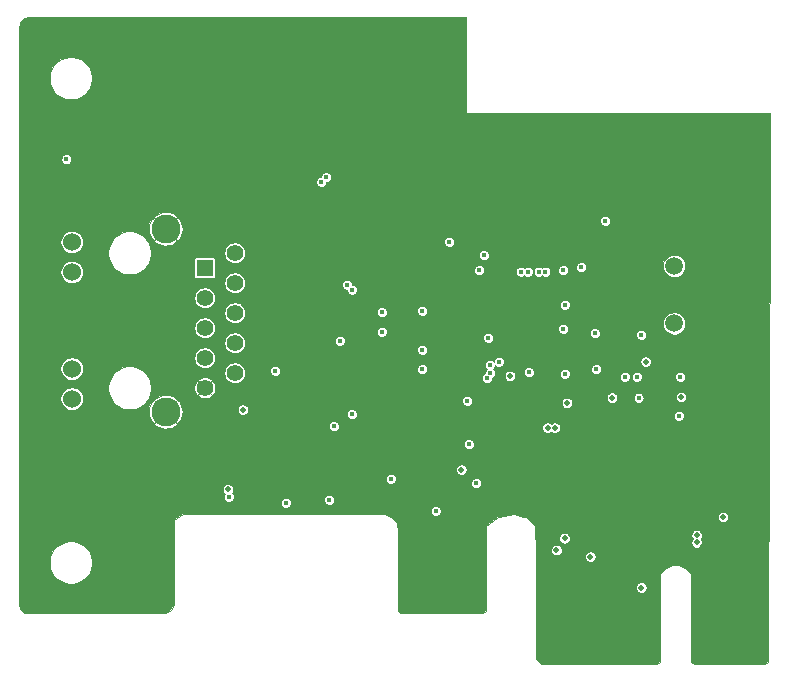
<source format=gbr>
G04 #@! TF.GenerationSoftware,KiCad,Pcbnew,(5.1.6)-1*
G04 #@! TF.CreationDate,2020-07-05T14:39:03+08:00*
G04 #@! TF.ProjectId,inteli210AT,696e7465-6c69-4323-9130-41542e6b6963,rev?*
G04 #@! TF.SameCoordinates,Original*
G04 #@! TF.FileFunction,Copper,L3,Inr*
G04 #@! TF.FilePolarity,Positive*
%FSLAX46Y46*%
G04 Gerber Fmt 4.6, Leading zero omitted, Abs format (unit mm)*
G04 Created by KiCad (PCBNEW (5.1.6)-1) date 2020-07-05 14:39:03*
%MOMM*%
%LPD*%
G01*
G04 APERTURE LIST*
G04 #@! TA.AperFunction,ViaPad*
%ADD10C,1.398000*%
G04 #@! TD*
G04 #@! TA.AperFunction,ViaPad*
%ADD11C,2.445000*%
G04 #@! TD*
G04 #@! TA.AperFunction,ViaPad*
%ADD12C,1.530000*%
G04 #@! TD*
G04 #@! TA.AperFunction,ViaPad*
%ADD13R,1.398000X1.398000*%
G04 #@! TD*
G04 #@! TA.AperFunction,ViaPad*
%ADD14C,1.500000*%
G04 #@! TD*
G04 #@! TA.AperFunction,ViaPad*
%ADD15C,0.500000*%
G04 #@! TD*
G04 #@! TA.AperFunction,ViaPad*
%ADD16C,0.450000*%
G04 #@! TD*
G04 #@! TA.AperFunction,Conductor*
%ADD17C,0.100000*%
G04 #@! TD*
G04 APERTURE END LIST*
D10*
X-45518600Y30820000D03*
X-48058600Y19390000D03*
D11*
X-51358600Y17355000D03*
X-51358600Y32845000D03*
D12*
X-59308600Y21015000D03*
X-59308600Y18475000D03*
X-59308600Y29185000D03*
X-59308600Y31725000D03*
D10*
X-45518600Y20660000D03*
X-48058600Y21930000D03*
X-45518600Y23200000D03*
X-48058600Y24470000D03*
X-45518600Y25740000D03*
X-48058600Y27010000D03*
X-45518600Y28280000D03*
D13*
X-48058600Y29550000D03*
D14*
X-8305600Y24838000D03*
X-8305600Y29718000D03*
D15*
X-17894100Y16573500D03*
X-17894100Y15557500D03*
X-19672100Y15557500D03*
X-19672100Y16573500D03*
D16*
X-36245600Y10033000D03*
X-1447600Y28956000D03*
X-1574600Y25273000D03*
X-11099600Y25654000D03*
X-11226600Y28067000D03*
X-12750600Y30353000D03*
X-10972600Y31750000D03*
X-15163600Y32893000D03*
X-22656600Y32004000D03*
X-24942600Y33147000D03*
X-29641600Y27940000D03*
X-33070600Y27432000D03*
X-33070600Y22479000D03*
X-29641600Y24257000D03*
X-29641600Y19304000D03*
X-22148600Y25400000D03*
X-18846600Y25400000D03*
X-18846600Y22098000D03*
X-22148600Y22098000D03*
X-22275600Y23749000D03*
X-18719600Y23749000D03*
X-20497600Y25527000D03*
X-20497600Y21844000D03*
X-28364600Y33864000D03*
D15*
X-12725200Y18161000D03*
X-6972100Y6032500D03*
X-5829100Y6032500D03*
X-5829100Y7175500D03*
X-6972100Y7175500D03*
X-6236500Y2603500D03*
X-16687600Y2540000D03*
X-13639600Y2540000D03*
X-3162100Y2667000D03*
X-749100Y2857500D03*
X-43847000Y36068000D03*
X-40545000Y37719000D03*
X-20955000Y36449000D03*
X-36703000Y27940000D03*
X-35941000Y27051000D03*
X-38005000Y37846000D03*
X-38894000Y37084000D03*
D16*
X-59772600Y38735000D03*
X-42087600Y20828000D03*
X-14147600Y33528000D03*
X-16179600Y29591000D03*
X-17703600Y29337000D03*
X-24434600Y30607000D03*
X-27355600Y31750000D03*
X-33070600Y25781000D03*
X-33070600Y24130000D03*
X-29641600Y25908000D03*
X-29641600Y22606000D03*
X-29641600Y20955000D03*
X-25704600Y14605000D03*
X-25069600Y11303000D03*
X-7797600Y20320000D03*
X-7924600Y17018000D03*
X-24815600Y29337000D03*
X-15036600Y24003000D03*
X-11099600Y23876000D03*
X-24053600Y23622000D03*
X-32308600Y11684000D03*
X-46024600Y10160000D03*
X-36626600Y23368000D03*
D15*
X-22224800Y20396200D03*
X-17398800Y18110200D03*
X-11099600Y2476500D03*
D16*
X-17703600Y24384000D03*
X-17576600Y26416000D03*
X-24180600Y20193000D03*
X-41198600Y9652000D03*
X-23875514Y20650629D03*
X-37515600Y9906000D03*
X-23926600Y21336000D03*
X-37134600Y16129000D03*
X-23164600Y21590000D03*
X-35610600Y17145000D03*
X-25831600Y18288000D03*
D15*
X-26339600Y12446000D03*
D16*
X-14909600Y20955000D03*
X-11323100Y18542000D03*
X-19209100Y29217502D03*
X-35994245Y28102588D03*
X-35586243Y27694586D03*
X-19786100Y29217502D03*
X-20709100Y29217502D03*
X-37780599Y37228001D03*
X-21286100Y29217502D03*
X-38188601Y36819999D03*
D15*
X-46101000Y10795000D03*
D16*
X-17576600Y20574000D03*
X-20624600Y20701000D03*
D15*
X-44831000Y17526000D03*
X-4178100Y8445500D03*
X-7734100Y18605500D03*
X-17589974Y6654126D03*
D16*
X-28498600Y8953500D03*
X-12496600Y20320000D03*
X-11480600Y20320000D03*
D15*
X-15417600Y5080000D03*
X-13576100Y18542000D03*
X-18275100Y5651500D03*
X-10718600Y21590000D03*
X-18406100Y16002000D03*
X-19033100Y16002000D03*
X-6400600Y6290500D03*
X-6400600Y6917500D03*
D17*
G36*
X-25958000Y42672000D02*
G01*
X-25957039Y42662245D01*
X-25954194Y42652866D01*
X-25949573Y42644221D01*
X-25943355Y42636645D01*
X-25935779Y42630427D01*
X-25927134Y42625806D01*
X-25917755Y42622961D01*
X-25908000Y42622000D01*
X-227600Y42622000D01*
X-227600Y36576157D01*
X-354535Y-3789225D01*
X-579310Y-4014000D01*
X-6633890Y-4014000D01*
X-6858600Y-3789290D01*
X-6858600Y3556000D01*
X-6859561Y3565755D01*
X-6862406Y3575134D01*
X-6867027Y3583779D01*
X-6873245Y3591355D01*
X-7381245Y4099355D01*
X-7388821Y4105573D01*
X-7394239Y4108721D01*
X-7902239Y4362721D01*
X-7911394Y4366224D01*
X-7924600Y4368000D01*
X-8432600Y4368000D01*
X-8442355Y4367039D01*
X-8454961Y4362721D01*
X-8962961Y4108721D01*
X-8971256Y4103500D01*
X-8975955Y4099355D01*
X-9483955Y3591355D01*
X-9490173Y3583779D01*
X-9494794Y3575134D01*
X-9497639Y3565755D01*
X-9498600Y3556000D01*
X-9498600Y-3789290D01*
X-9723310Y-4014000D01*
X-19587890Y-4014000D01*
X-20050000Y-3551890D01*
X-20050000Y2520821D01*
X-11549600Y2520821D01*
X-11549600Y2432179D01*
X-11532306Y2345240D01*
X-11498385Y2263345D01*
X-11449138Y2189642D01*
X-11386458Y2126962D01*
X-11312755Y2077715D01*
X-11230860Y2043794D01*
X-11143921Y2026500D01*
X-11055279Y2026500D01*
X-10968340Y2043794D01*
X-10886445Y2077715D01*
X-10812742Y2126962D01*
X-10750062Y2189642D01*
X-10700815Y2263345D01*
X-10666894Y2345240D01*
X-10649600Y2432179D01*
X-10649600Y2520821D01*
X-10666894Y2607760D01*
X-10700815Y2689655D01*
X-10750062Y2763358D01*
X-10812742Y2826038D01*
X-10886445Y2875285D01*
X-10968340Y2909206D01*
X-11055279Y2926500D01*
X-11143921Y2926500D01*
X-11230860Y2909206D01*
X-11312755Y2875285D01*
X-11386458Y2826038D01*
X-11449138Y2763358D01*
X-11498385Y2689655D01*
X-11532306Y2607760D01*
X-11549600Y2520821D01*
X-20050000Y2520821D01*
X-20050000Y5124321D01*
X-15867600Y5124321D01*
X-15867600Y5035679D01*
X-15850306Y4948740D01*
X-15816385Y4866845D01*
X-15767138Y4793142D01*
X-15704458Y4730462D01*
X-15630755Y4681215D01*
X-15548860Y4647294D01*
X-15461921Y4630000D01*
X-15373279Y4630000D01*
X-15286340Y4647294D01*
X-15204445Y4681215D01*
X-15130742Y4730462D01*
X-15068062Y4793142D01*
X-15018815Y4866845D01*
X-14984894Y4948740D01*
X-14967600Y5035679D01*
X-14967600Y5124321D01*
X-14984894Y5211260D01*
X-15018815Y5293155D01*
X-15068062Y5366858D01*
X-15130742Y5429538D01*
X-15204445Y5478785D01*
X-15286340Y5512706D01*
X-15373279Y5530000D01*
X-15461921Y5530000D01*
X-15548860Y5512706D01*
X-15630755Y5478785D01*
X-15704458Y5429538D01*
X-15767138Y5366858D01*
X-15816385Y5293155D01*
X-15850306Y5211260D01*
X-15867600Y5124321D01*
X-20050000Y5124321D01*
X-20050000Y5695821D01*
X-18725100Y5695821D01*
X-18725100Y5607179D01*
X-18707806Y5520240D01*
X-18673885Y5438345D01*
X-18624638Y5364642D01*
X-18561958Y5301962D01*
X-18488255Y5252715D01*
X-18406360Y5218794D01*
X-18319421Y5201500D01*
X-18230779Y5201500D01*
X-18143840Y5218794D01*
X-18061945Y5252715D01*
X-17988242Y5301962D01*
X-17925562Y5364642D01*
X-17876315Y5438345D01*
X-17842394Y5520240D01*
X-17825100Y5607179D01*
X-17825100Y5695821D01*
X-17842394Y5782760D01*
X-17876315Y5864655D01*
X-17925562Y5938358D01*
X-17988242Y6001038D01*
X-18061945Y6050285D01*
X-18143840Y6084206D01*
X-18230779Y6101500D01*
X-18319421Y6101500D01*
X-18406360Y6084206D01*
X-18488255Y6050285D01*
X-18561958Y6001038D01*
X-18624638Y5938358D01*
X-18673885Y5864655D01*
X-18707806Y5782760D01*
X-18725100Y5695821D01*
X-20050000Y5695821D01*
X-20050000Y6490875D01*
X-20050086Y6491744D01*
X-20050184Y6505827D01*
X-20051371Y6517121D01*
X-20051371Y6528476D01*
X-20051736Y6531948D01*
X-20066600Y6664463D01*
X-20066600Y6698447D01*
X-18039974Y6698447D01*
X-18039974Y6609805D01*
X-18022680Y6522866D01*
X-17988759Y6440971D01*
X-17939512Y6367268D01*
X-17876832Y6304588D01*
X-17803129Y6255341D01*
X-17721234Y6221420D01*
X-17634295Y6204126D01*
X-17545653Y6204126D01*
X-17458714Y6221420D01*
X-17376819Y6255341D01*
X-17303116Y6304588D01*
X-17240436Y6367268D01*
X-17191189Y6440971D01*
X-17157268Y6522866D01*
X-17139974Y6609805D01*
X-17139974Y6698447D01*
X-17157268Y6785386D01*
X-17191189Y6867281D01*
X-17240436Y6940984D01*
X-17261273Y6961821D01*
X-6850600Y6961821D01*
X-6850600Y6873179D01*
X-6833306Y6786240D01*
X-6799385Y6704345D01*
X-6750138Y6630642D01*
X-6723496Y6604000D01*
X-6750138Y6577358D01*
X-6799385Y6503655D01*
X-6833306Y6421760D01*
X-6850600Y6334821D01*
X-6850600Y6246179D01*
X-6833306Y6159240D01*
X-6799385Y6077345D01*
X-6750138Y6003642D01*
X-6687458Y5940962D01*
X-6613755Y5891715D01*
X-6531860Y5857794D01*
X-6444921Y5840500D01*
X-6356279Y5840500D01*
X-6269340Y5857794D01*
X-6187445Y5891715D01*
X-6113742Y5940962D01*
X-6051062Y6003642D01*
X-6001815Y6077345D01*
X-5967894Y6159240D01*
X-5950600Y6246179D01*
X-5950600Y6334821D01*
X-5967894Y6421760D01*
X-6001815Y6503655D01*
X-6051062Y6577358D01*
X-6077704Y6604000D01*
X-6051062Y6630642D01*
X-6001815Y6704345D01*
X-5967894Y6786240D01*
X-5950600Y6873179D01*
X-5950600Y6961821D01*
X-5967894Y7048760D01*
X-6001815Y7130655D01*
X-6051062Y7204358D01*
X-6113742Y7267038D01*
X-6187445Y7316285D01*
X-6269340Y7350206D01*
X-6356279Y7367500D01*
X-6444921Y7367500D01*
X-6531860Y7350206D01*
X-6613755Y7316285D01*
X-6687458Y7267038D01*
X-6750138Y7204358D01*
X-6799385Y7130655D01*
X-6833306Y7048760D01*
X-6850600Y6961821D01*
X-17261273Y6961821D01*
X-17303116Y7003664D01*
X-17376819Y7052911D01*
X-17458714Y7086832D01*
X-17545653Y7104126D01*
X-17634295Y7104126D01*
X-17721234Y7086832D01*
X-17803129Y7052911D01*
X-17876832Y7003664D01*
X-17939512Y6940984D01*
X-17988759Y6867281D01*
X-18022680Y6785386D01*
X-18039974Y6698447D01*
X-20066600Y6698447D01*
X-20066600Y7620000D01*
X-20067561Y7629755D01*
X-20070406Y7639134D01*
X-20075027Y7647779D01*
X-20081245Y7655355D01*
X-20843245Y8417355D01*
X-20850821Y8423573D01*
X-20859466Y8428194D01*
X-20866473Y8430507D01*
X-21103729Y8489821D01*
X-4628100Y8489821D01*
X-4628100Y8401179D01*
X-4610806Y8314240D01*
X-4576885Y8232345D01*
X-4527638Y8158642D01*
X-4464958Y8095962D01*
X-4391255Y8046715D01*
X-4309360Y8012794D01*
X-4222421Y7995500D01*
X-4133779Y7995500D01*
X-4046840Y8012794D01*
X-3964945Y8046715D01*
X-3891242Y8095962D01*
X-3828562Y8158642D01*
X-3779315Y8232345D01*
X-3745394Y8314240D01*
X-3728100Y8401179D01*
X-3728100Y8489821D01*
X-3745394Y8576760D01*
X-3779315Y8658655D01*
X-3828562Y8732358D01*
X-3891242Y8795038D01*
X-3964945Y8844285D01*
X-4046840Y8878206D01*
X-4133779Y8895500D01*
X-4222421Y8895500D01*
X-4309360Y8878206D01*
X-4391255Y8844285D01*
X-4464958Y8795038D01*
X-4527638Y8732358D01*
X-4576885Y8658655D01*
X-4610806Y8576760D01*
X-4628100Y8489821D01*
X-21103729Y8489821D01*
X-21882473Y8684507D01*
X-21892170Y8685941D01*
X-21904406Y8685029D01*
X-23174406Y8431029D01*
X-23183782Y8428174D01*
X-23194600Y8422000D01*
X-24210600Y7660000D01*
X-24217827Y7653379D01*
X-24223624Y7645475D01*
X-24227767Y7636592D01*
X-24230097Y7627071D01*
X-24230600Y7620000D01*
X-24230600Y528710D01*
X-24455310Y304000D01*
X-31525890Y304000D01*
X-31700000Y478110D01*
X-31700000Y7315875D01*
X-31700190Y7317805D01*
X-31700510Y7338446D01*
X-31701913Y7350781D01*
X-31702124Y7363197D01*
X-31702548Y7366662D01*
X-31727599Y7560212D01*
X-31732683Y7582280D01*
X-31737465Y7604442D01*
X-31738554Y7607759D01*
X-31750600Y7643605D01*
X-31750600Y7874000D01*
X-31751561Y7883755D01*
X-31754406Y7893134D01*
X-31759027Y7901779D01*
X-31765245Y7909355D01*
X-32273245Y8417355D01*
X-32280821Y8423573D01*
X-32286239Y8426721D01*
X-32794239Y8680721D01*
X-32803394Y8684224D01*
X-32816600Y8686000D01*
X-49834600Y8686000D01*
X-49844355Y8685039D01*
X-49853734Y8682194D01*
X-49862335Y8677603D01*
X-50624335Y8169603D01*
X-50631918Y8163392D01*
X-50638144Y8155822D01*
X-50642774Y8147182D01*
X-50645629Y8137806D01*
X-50646600Y8128000D01*
X-50646600Y1027803D01*
X-50887868Y545268D01*
X-51370403Y304000D01*
X-63273094Y304000D01*
X-63285346Y307699D01*
X-63414383Y376309D01*
X-63527629Y468670D01*
X-63620785Y581276D01*
X-63690291Y709825D01*
X-63733508Y849437D01*
X-63750000Y1006346D01*
X-63750000Y4777284D01*
X-61200000Y4777284D01*
X-61200000Y4422716D01*
X-61130827Y4074959D01*
X-60995139Y3747380D01*
X-60798151Y3452567D01*
X-60547433Y3201849D01*
X-60252620Y3004861D01*
X-59925041Y2869173D01*
X-59577284Y2800000D01*
X-59222716Y2800000D01*
X-58874959Y2869173D01*
X-58547380Y3004861D01*
X-58252567Y3201849D01*
X-58001849Y3452567D01*
X-57804861Y3747380D01*
X-57669173Y4074959D01*
X-57600000Y4422716D01*
X-57600000Y4777284D01*
X-57669173Y5125041D01*
X-57804861Y5452620D01*
X-58001849Y5747433D01*
X-58252567Y5998151D01*
X-58547380Y6195139D01*
X-58874959Y6330827D01*
X-59222716Y6400000D01*
X-59577284Y6400000D01*
X-59925041Y6330827D01*
X-60252620Y6195139D01*
X-60547433Y5998151D01*
X-60798151Y5747433D01*
X-60995139Y5452620D01*
X-61130827Y5125041D01*
X-61200000Y4777284D01*
X-63750000Y4777284D01*
X-63750000Y8995359D01*
X-28923600Y8995359D01*
X-28923600Y8911641D01*
X-28907267Y8829532D01*
X-28875230Y8752187D01*
X-28828719Y8682579D01*
X-28769521Y8623381D01*
X-28699913Y8576870D01*
X-28622568Y8544833D01*
X-28540459Y8528500D01*
X-28456741Y8528500D01*
X-28374632Y8544833D01*
X-28297287Y8576870D01*
X-28227679Y8623381D01*
X-28168481Y8682579D01*
X-28121970Y8752187D01*
X-28089933Y8829532D01*
X-28073600Y8911641D01*
X-28073600Y8995359D01*
X-28089933Y9077468D01*
X-28121970Y9154813D01*
X-28168481Y9224421D01*
X-28227679Y9283619D01*
X-28297287Y9330130D01*
X-28374632Y9362167D01*
X-28456741Y9378500D01*
X-28540459Y9378500D01*
X-28622568Y9362167D01*
X-28699913Y9330130D01*
X-28769521Y9283619D01*
X-28828719Y9224421D01*
X-28875230Y9154813D01*
X-28907267Y9077468D01*
X-28923600Y8995359D01*
X-63750000Y8995359D01*
X-63750000Y9693859D01*
X-41623600Y9693859D01*
X-41623600Y9610141D01*
X-41607267Y9528032D01*
X-41575230Y9450687D01*
X-41528719Y9381079D01*
X-41469521Y9321881D01*
X-41399913Y9275370D01*
X-41322568Y9243333D01*
X-41240459Y9227000D01*
X-41156741Y9227000D01*
X-41074632Y9243333D01*
X-40997287Y9275370D01*
X-40927679Y9321881D01*
X-40868481Y9381079D01*
X-40821970Y9450687D01*
X-40789933Y9528032D01*
X-40773600Y9610141D01*
X-40773600Y9693859D01*
X-40789933Y9775968D01*
X-40821970Y9853313D01*
X-40868481Y9922921D01*
X-40893419Y9947859D01*
X-37940600Y9947859D01*
X-37940600Y9864141D01*
X-37924267Y9782032D01*
X-37892230Y9704687D01*
X-37845719Y9635079D01*
X-37786521Y9575881D01*
X-37716913Y9529370D01*
X-37639568Y9497333D01*
X-37557459Y9481000D01*
X-37473741Y9481000D01*
X-37391632Y9497333D01*
X-37314287Y9529370D01*
X-37244679Y9575881D01*
X-37185481Y9635079D01*
X-37138970Y9704687D01*
X-37106933Y9782032D01*
X-37090600Y9864141D01*
X-37090600Y9947859D01*
X-37106933Y10029968D01*
X-37138970Y10107313D01*
X-37185481Y10176921D01*
X-37244679Y10236119D01*
X-37314287Y10282630D01*
X-37391632Y10314667D01*
X-37473741Y10331000D01*
X-37557459Y10331000D01*
X-37639568Y10314667D01*
X-37716913Y10282630D01*
X-37786521Y10236119D01*
X-37845719Y10176921D01*
X-37892230Y10107313D01*
X-37924267Y10029968D01*
X-37940600Y9947859D01*
X-40893419Y9947859D01*
X-40927679Y9982119D01*
X-40997287Y10028630D01*
X-41074632Y10060667D01*
X-41156741Y10077000D01*
X-41240459Y10077000D01*
X-41322568Y10060667D01*
X-41399913Y10028630D01*
X-41469521Y9982119D01*
X-41528719Y9922921D01*
X-41575230Y9853313D01*
X-41607267Y9775968D01*
X-41623600Y9693859D01*
X-63750000Y9693859D01*
X-63750000Y10839321D01*
X-46551000Y10839321D01*
X-46551000Y10750679D01*
X-46533706Y10663740D01*
X-46499785Y10581845D01*
X-46450538Y10508142D01*
X-46387858Y10445462D01*
X-46358231Y10425666D01*
X-46401230Y10361313D01*
X-46433267Y10283968D01*
X-46449600Y10201859D01*
X-46449600Y10118141D01*
X-46433267Y10036032D01*
X-46401230Y9958687D01*
X-46354719Y9889079D01*
X-46295521Y9829881D01*
X-46225913Y9783370D01*
X-46148568Y9751333D01*
X-46066459Y9735000D01*
X-45982741Y9735000D01*
X-45900632Y9751333D01*
X-45823287Y9783370D01*
X-45753679Y9829881D01*
X-45694481Y9889079D01*
X-45647970Y9958687D01*
X-45615933Y10036032D01*
X-45599600Y10118141D01*
X-45599600Y10201859D01*
X-45615933Y10283968D01*
X-45647970Y10361313D01*
X-45694481Y10430921D01*
X-45753679Y10490119D01*
X-45763154Y10496450D01*
X-45751462Y10508142D01*
X-45702215Y10581845D01*
X-45668294Y10663740D01*
X-45651000Y10750679D01*
X-45651000Y10839321D01*
X-45668294Y10926260D01*
X-45702215Y11008155D01*
X-45751462Y11081858D01*
X-45814142Y11144538D01*
X-45887845Y11193785D01*
X-45969740Y11227706D01*
X-46056679Y11245000D01*
X-46145321Y11245000D01*
X-46232260Y11227706D01*
X-46314155Y11193785D01*
X-46387858Y11144538D01*
X-46450538Y11081858D01*
X-46499785Y11008155D01*
X-46533706Y10926260D01*
X-46551000Y10839321D01*
X-63750000Y10839321D01*
X-63750000Y11725859D01*
X-32733600Y11725859D01*
X-32733600Y11642141D01*
X-32717267Y11560032D01*
X-32685230Y11482687D01*
X-32638719Y11413079D01*
X-32579521Y11353881D01*
X-32509913Y11307370D01*
X-32432568Y11275333D01*
X-32350459Y11259000D01*
X-32266741Y11259000D01*
X-32184632Y11275333D01*
X-32107287Y11307370D01*
X-32051182Y11344859D01*
X-25494600Y11344859D01*
X-25494600Y11261141D01*
X-25478267Y11179032D01*
X-25446230Y11101687D01*
X-25399719Y11032079D01*
X-25340521Y10972881D01*
X-25270913Y10926370D01*
X-25193568Y10894333D01*
X-25111459Y10878000D01*
X-25027741Y10878000D01*
X-24945632Y10894333D01*
X-24868287Y10926370D01*
X-24798679Y10972881D01*
X-24739481Y11032079D01*
X-24692970Y11101687D01*
X-24660933Y11179032D01*
X-24644600Y11261141D01*
X-24644600Y11344859D01*
X-24660933Y11426968D01*
X-24692970Y11504313D01*
X-24739481Y11573921D01*
X-24798679Y11633119D01*
X-24868287Y11679630D01*
X-24945632Y11711667D01*
X-25027741Y11728000D01*
X-25111459Y11728000D01*
X-25193568Y11711667D01*
X-25270913Y11679630D01*
X-25340521Y11633119D01*
X-25399719Y11573921D01*
X-25446230Y11504313D01*
X-25478267Y11426968D01*
X-25494600Y11344859D01*
X-32051182Y11344859D01*
X-32037679Y11353881D01*
X-31978481Y11413079D01*
X-31931970Y11482687D01*
X-31899933Y11560032D01*
X-31883600Y11642141D01*
X-31883600Y11725859D01*
X-31899933Y11807968D01*
X-31931970Y11885313D01*
X-31978481Y11954921D01*
X-32037679Y12014119D01*
X-32107287Y12060630D01*
X-32184632Y12092667D01*
X-32266741Y12109000D01*
X-32350459Y12109000D01*
X-32432568Y12092667D01*
X-32509913Y12060630D01*
X-32579521Y12014119D01*
X-32638719Y11954921D01*
X-32685230Y11885313D01*
X-32717267Y11807968D01*
X-32733600Y11725859D01*
X-63750000Y11725859D01*
X-63750000Y12490321D01*
X-26789600Y12490321D01*
X-26789600Y12401679D01*
X-26772306Y12314740D01*
X-26738385Y12232845D01*
X-26689138Y12159142D01*
X-26626458Y12096462D01*
X-26552755Y12047215D01*
X-26470860Y12013294D01*
X-26383921Y11996000D01*
X-26295279Y11996000D01*
X-26208340Y12013294D01*
X-26126445Y12047215D01*
X-26052742Y12096462D01*
X-25990062Y12159142D01*
X-25940815Y12232845D01*
X-25906894Y12314740D01*
X-25889600Y12401679D01*
X-25889600Y12490321D01*
X-25906894Y12577260D01*
X-25940815Y12659155D01*
X-25990062Y12732858D01*
X-26052742Y12795538D01*
X-26126445Y12844785D01*
X-26208340Y12878706D01*
X-26295279Y12896000D01*
X-26383921Y12896000D01*
X-26470860Y12878706D01*
X-26552755Y12844785D01*
X-26626458Y12795538D01*
X-26689138Y12732858D01*
X-26738385Y12659155D01*
X-26772306Y12577260D01*
X-26789600Y12490321D01*
X-63750000Y12490321D01*
X-63750000Y14646859D01*
X-26129600Y14646859D01*
X-26129600Y14563141D01*
X-26113267Y14481032D01*
X-26081230Y14403687D01*
X-26034719Y14334079D01*
X-25975521Y14274881D01*
X-25905913Y14228370D01*
X-25828568Y14196333D01*
X-25746459Y14180000D01*
X-25662741Y14180000D01*
X-25580632Y14196333D01*
X-25503287Y14228370D01*
X-25433679Y14274881D01*
X-25374481Y14334079D01*
X-25327970Y14403687D01*
X-25295933Y14481032D01*
X-25279600Y14563141D01*
X-25279600Y14646859D01*
X-25295933Y14728968D01*
X-25327970Y14806313D01*
X-25374481Y14875921D01*
X-25433679Y14935119D01*
X-25503287Y14981630D01*
X-25580632Y15013667D01*
X-25662741Y15030000D01*
X-25746459Y15030000D01*
X-25828568Y15013667D01*
X-25905913Y14981630D01*
X-25975521Y14935119D01*
X-26034719Y14875921D01*
X-26081230Y14806313D01*
X-26113267Y14728968D01*
X-26129600Y14646859D01*
X-63750000Y14646859D01*
X-63750000Y16362112D01*
X-52316133Y16362112D01*
X-52178416Y16184087D01*
X-51934230Y16046647D01*
X-51667923Y15959487D01*
X-51389728Y15925956D01*
X-51110338Y15947341D01*
X-50840487Y16022822D01*
X-50590548Y16149499D01*
X-50558581Y16170859D01*
X-37559600Y16170859D01*
X-37559600Y16087141D01*
X-37543267Y16005032D01*
X-37511230Y15927687D01*
X-37464719Y15858079D01*
X-37405521Y15798881D01*
X-37335913Y15752370D01*
X-37258568Y15720333D01*
X-37176459Y15704000D01*
X-37092741Y15704000D01*
X-37010632Y15720333D01*
X-36933287Y15752370D01*
X-36863679Y15798881D01*
X-36804481Y15858079D01*
X-36757970Y15927687D01*
X-36725933Y16005032D01*
X-36717720Y16046321D01*
X-19483100Y16046321D01*
X-19483100Y15957679D01*
X-19465806Y15870740D01*
X-19431885Y15788845D01*
X-19382638Y15715142D01*
X-19319958Y15652462D01*
X-19246255Y15603215D01*
X-19164360Y15569294D01*
X-19077421Y15552000D01*
X-18988779Y15552000D01*
X-18901840Y15569294D01*
X-18819945Y15603215D01*
X-18746242Y15652462D01*
X-18719600Y15679104D01*
X-18692958Y15652462D01*
X-18619255Y15603215D01*
X-18537360Y15569294D01*
X-18450421Y15552000D01*
X-18361779Y15552000D01*
X-18274840Y15569294D01*
X-18192945Y15603215D01*
X-18119242Y15652462D01*
X-18056562Y15715142D01*
X-18007315Y15788845D01*
X-17973394Y15870740D01*
X-17956100Y15957679D01*
X-17956100Y16046321D01*
X-17973394Y16133260D01*
X-18007315Y16215155D01*
X-18056562Y16288858D01*
X-18119242Y16351538D01*
X-18192945Y16400785D01*
X-18274840Y16434706D01*
X-18361779Y16452000D01*
X-18450421Y16452000D01*
X-18537360Y16434706D01*
X-18619255Y16400785D01*
X-18692958Y16351538D01*
X-18719600Y16324896D01*
X-18746242Y16351538D01*
X-18819945Y16400785D01*
X-18901840Y16434706D01*
X-18988779Y16452000D01*
X-19077421Y16452000D01*
X-19164360Y16434706D01*
X-19246255Y16400785D01*
X-19319958Y16351538D01*
X-19382638Y16288858D01*
X-19431885Y16215155D01*
X-19465806Y16133260D01*
X-19483100Y16046321D01*
X-36717720Y16046321D01*
X-36709600Y16087141D01*
X-36709600Y16170859D01*
X-36725933Y16252968D01*
X-36757970Y16330313D01*
X-36804481Y16399921D01*
X-36863679Y16459119D01*
X-36933287Y16505630D01*
X-37010632Y16537667D01*
X-37092741Y16554000D01*
X-37176459Y16554000D01*
X-37258568Y16537667D01*
X-37335913Y16505630D01*
X-37405521Y16459119D01*
X-37464719Y16399921D01*
X-37511230Y16330313D01*
X-37543267Y16252968D01*
X-37559600Y16170859D01*
X-50558581Y16170859D01*
X-50538784Y16184087D01*
X-50401067Y16362112D01*
X-51358600Y17319645D01*
X-52316133Y16362112D01*
X-63750000Y16362112D01*
X-63750000Y17386128D01*
X-52787644Y17386128D01*
X-52766259Y17106738D01*
X-52690778Y16836887D01*
X-52564101Y16586948D01*
X-52529513Y16535184D01*
X-52351488Y16397467D01*
X-51393955Y17355000D01*
X-51323245Y17355000D01*
X-50365712Y16397467D01*
X-50187687Y16535184D01*
X-50050247Y16779370D01*
X-49963087Y17045677D01*
X-49929556Y17323872D01*
X-49948419Y17570321D01*
X-45281000Y17570321D01*
X-45281000Y17481679D01*
X-45263706Y17394740D01*
X-45229785Y17312845D01*
X-45180538Y17239142D01*
X-45117858Y17176462D01*
X-45044155Y17127215D01*
X-44962260Y17093294D01*
X-44875321Y17076000D01*
X-44786679Y17076000D01*
X-44699740Y17093294D01*
X-44617845Y17127215D01*
X-44544142Y17176462D01*
X-44533745Y17186859D01*
X-36035600Y17186859D01*
X-36035600Y17103141D01*
X-36019267Y17021032D01*
X-35987230Y16943687D01*
X-35940719Y16874079D01*
X-35881521Y16814881D01*
X-35811913Y16768370D01*
X-35734568Y16736333D01*
X-35652459Y16720000D01*
X-35568741Y16720000D01*
X-35486632Y16736333D01*
X-35409287Y16768370D01*
X-35339679Y16814881D01*
X-35280481Y16874079D01*
X-35233970Y16943687D01*
X-35201933Y17021032D01*
X-35194210Y17059859D01*
X-8349600Y17059859D01*
X-8349600Y16976141D01*
X-8333267Y16894032D01*
X-8301230Y16816687D01*
X-8254719Y16747079D01*
X-8195521Y16687881D01*
X-8125913Y16641370D01*
X-8048568Y16609333D01*
X-7966459Y16593000D01*
X-7882741Y16593000D01*
X-7800632Y16609333D01*
X-7723287Y16641370D01*
X-7653679Y16687881D01*
X-7594481Y16747079D01*
X-7547970Y16816687D01*
X-7515933Y16894032D01*
X-7499600Y16976141D01*
X-7499600Y17059859D01*
X-7515933Y17141968D01*
X-7547970Y17219313D01*
X-7594481Y17288921D01*
X-7653679Y17348119D01*
X-7723287Y17394630D01*
X-7800632Y17426667D01*
X-7882741Y17443000D01*
X-7966459Y17443000D01*
X-8048568Y17426667D01*
X-8125913Y17394630D01*
X-8195521Y17348119D01*
X-8254719Y17288921D01*
X-8301230Y17219313D01*
X-8333267Y17141968D01*
X-8349600Y17059859D01*
X-35194210Y17059859D01*
X-35185600Y17103141D01*
X-35185600Y17186859D01*
X-35201933Y17268968D01*
X-35233970Y17346313D01*
X-35280481Y17415921D01*
X-35339679Y17475119D01*
X-35409287Y17521630D01*
X-35486632Y17553667D01*
X-35568741Y17570000D01*
X-35652459Y17570000D01*
X-35734568Y17553667D01*
X-35811913Y17521630D01*
X-35881521Y17475119D01*
X-35940719Y17415921D01*
X-35987230Y17346313D01*
X-36019267Y17268968D01*
X-36035600Y17186859D01*
X-44533745Y17186859D01*
X-44481462Y17239142D01*
X-44432215Y17312845D01*
X-44398294Y17394740D01*
X-44381000Y17481679D01*
X-44381000Y17570321D01*
X-44398294Y17657260D01*
X-44432215Y17739155D01*
X-44481462Y17812858D01*
X-44544142Y17875538D01*
X-44617845Y17924785D01*
X-44699740Y17958706D01*
X-44786679Y17976000D01*
X-44875321Y17976000D01*
X-44962260Y17958706D01*
X-45044155Y17924785D01*
X-45117858Y17875538D01*
X-45180538Y17812858D01*
X-45229785Y17739155D01*
X-45263706Y17657260D01*
X-45281000Y17570321D01*
X-49948419Y17570321D01*
X-49950941Y17603262D01*
X-50026422Y17873113D01*
X-50153099Y18123052D01*
X-50187687Y18174816D01*
X-50365712Y18312533D01*
X-51323245Y17355000D01*
X-51393955Y17355000D01*
X-52351488Y18312533D01*
X-52529513Y18174816D01*
X-52666953Y17930630D01*
X-52754113Y17664323D01*
X-52787644Y17386128D01*
X-63750000Y17386128D01*
X-63750000Y18570044D01*
X-60273600Y18570044D01*
X-60273600Y18379956D01*
X-60236515Y18193520D01*
X-60163772Y18017901D01*
X-60058164Y17859848D01*
X-59923752Y17725436D01*
X-59765699Y17619828D01*
X-59590080Y17547085D01*
X-59403644Y17510000D01*
X-59213556Y17510000D01*
X-59027120Y17547085D01*
X-58851501Y17619828D01*
X-58693448Y17725436D01*
X-58559036Y17859848D01*
X-58453428Y18017901D01*
X-58380685Y18193520D01*
X-58343600Y18379956D01*
X-58343600Y18570044D01*
X-58380685Y18756480D01*
X-58453428Y18932099D01*
X-58559036Y19090152D01*
X-58693448Y19224564D01*
X-58851501Y19330172D01*
X-59027120Y19402915D01*
X-59213556Y19440000D01*
X-59403644Y19440000D01*
X-59590080Y19402915D01*
X-59765699Y19330172D01*
X-59923752Y19224564D01*
X-60058164Y19090152D01*
X-60163772Y18932099D01*
X-60236515Y18756480D01*
X-60273600Y18570044D01*
X-63750000Y18570044D01*
X-63750000Y19564747D01*
X-56233600Y19564747D01*
X-56233600Y19205253D01*
X-56163466Y18852667D01*
X-56025894Y18520539D01*
X-55826170Y18221631D01*
X-55571969Y17967430D01*
X-55273061Y17767706D01*
X-54940933Y17630134D01*
X-54588347Y17560000D01*
X-54228853Y17560000D01*
X-53876267Y17630134D01*
X-53544139Y17767706D01*
X-53245231Y17967430D01*
X-52991030Y18221631D01*
X-52906668Y18347888D01*
X-52316133Y18347888D01*
X-51358600Y17390355D01*
X-50419096Y18329859D01*
X-26256600Y18329859D01*
X-26256600Y18246141D01*
X-26240267Y18164032D01*
X-26208230Y18086687D01*
X-26161719Y18017079D01*
X-26102521Y17957881D01*
X-26032913Y17911370D01*
X-25955568Y17879333D01*
X-25873459Y17863000D01*
X-25789741Y17863000D01*
X-25707632Y17879333D01*
X-25630287Y17911370D01*
X-25560679Y17957881D01*
X-25501481Y18017079D01*
X-25454970Y18086687D01*
X-25426873Y18154521D01*
X-17848800Y18154521D01*
X-17848800Y18065879D01*
X-17831506Y17978940D01*
X-17797585Y17897045D01*
X-17748338Y17823342D01*
X-17685658Y17760662D01*
X-17611955Y17711415D01*
X-17530060Y17677494D01*
X-17443121Y17660200D01*
X-17354479Y17660200D01*
X-17267540Y17677494D01*
X-17185645Y17711415D01*
X-17111942Y17760662D01*
X-17049262Y17823342D01*
X-17000015Y17897045D01*
X-16966094Y17978940D01*
X-16948800Y18065879D01*
X-16948800Y18154521D01*
X-16966094Y18241460D01*
X-17000015Y18323355D01*
X-17049262Y18397058D01*
X-17111942Y18459738D01*
X-17185645Y18508985D01*
X-17267540Y18542906D01*
X-17354479Y18560200D01*
X-17443121Y18560200D01*
X-17530060Y18542906D01*
X-17611955Y18508985D01*
X-17685658Y18459738D01*
X-17748338Y18397058D01*
X-17797585Y18323355D01*
X-17831506Y18241460D01*
X-17848800Y18154521D01*
X-25426873Y18154521D01*
X-25422933Y18164032D01*
X-25406600Y18246141D01*
X-25406600Y18329859D01*
X-25422933Y18411968D01*
X-25454970Y18489313D01*
X-25501481Y18558921D01*
X-25528881Y18586321D01*
X-14026100Y18586321D01*
X-14026100Y18497679D01*
X-14008806Y18410740D01*
X-13974885Y18328845D01*
X-13925638Y18255142D01*
X-13862958Y18192462D01*
X-13789255Y18143215D01*
X-13707360Y18109294D01*
X-13620421Y18092000D01*
X-13531779Y18092000D01*
X-13444840Y18109294D01*
X-13362945Y18143215D01*
X-13289242Y18192462D01*
X-13226562Y18255142D01*
X-13177315Y18328845D01*
X-13143394Y18410740D01*
X-13126100Y18497679D01*
X-13126100Y18583859D01*
X-11748100Y18583859D01*
X-11748100Y18500141D01*
X-11731767Y18418032D01*
X-11699730Y18340687D01*
X-11653219Y18271079D01*
X-11594021Y18211881D01*
X-11524413Y18165370D01*
X-11447068Y18133333D01*
X-11364959Y18117000D01*
X-11281241Y18117000D01*
X-11199132Y18133333D01*
X-11121787Y18165370D01*
X-11052179Y18211881D01*
X-10992981Y18271079D01*
X-10946470Y18340687D01*
X-10914433Y18418032D01*
X-10898100Y18500141D01*
X-10898100Y18583859D01*
X-10911221Y18649821D01*
X-8184100Y18649821D01*
X-8184100Y18561179D01*
X-8166806Y18474240D01*
X-8132885Y18392345D01*
X-8083638Y18318642D01*
X-8020958Y18255962D01*
X-7947255Y18206715D01*
X-7865360Y18172794D01*
X-7778421Y18155500D01*
X-7689779Y18155500D01*
X-7602840Y18172794D01*
X-7520945Y18206715D01*
X-7447242Y18255962D01*
X-7384562Y18318642D01*
X-7335315Y18392345D01*
X-7301394Y18474240D01*
X-7284100Y18561179D01*
X-7284100Y18649821D01*
X-7301394Y18736760D01*
X-7335315Y18818655D01*
X-7384562Y18892358D01*
X-7447242Y18955038D01*
X-7520945Y19004285D01*
X-7602840Y19038206D01*
X-7689779Y19055500D01*
X-7778421Y19055500D01*
X-7865360Y19038206D01*
X-7947255Y19004285D01*
X-8020958Y18955038D01*
X-8083638Y18892358D01*
X-8132885Y18818655D01*
X-8166806Y18736760D01*
X-8184100Y18649821D01*
X-10911221Y18649821D01*
X-10914433Y18665968D01*
X-10946470Y18743313D01*
X-10992981Y18812921D01*
X-11052179Y18872119D01*
X-11121787Y18918630D01*
X-11199132Y18950667D01*
X-11281241Y18967000D01*
X-11364959Y18967000D01*
X-11447068Y18950667D01*
X-11524413Y18918630D01*
X-11594021Y18872119D01*
X-11653219Y18812921D01*
X-11699730Y18743313D01*
X-11731767Y18665968D01*
X-11748100Y18583859D01*
X-13126100Y18583859D01*
X-13126100Y18586321D01*
X-13143394Y18673260D01*
X-13177315Y18755155D01*
X-13226562Y18828858D01*
X-13289242Y18891538D01*
X-13362945Y18940785D01*
X-13444840Y18974706D01*
X-13531779Y18992000D01*
X-13620421Y18992000D01*
X-13707360Y18974706D01*
X-13789255Y18940785D01*
X-13862958Y18891538D01*
X-13925638Y18828858D01*
X-13974885Y18755155D01*
X-14008806Y18673260D01*
X-14026100Y18586321D01*
X-25528881Y18586321D01*
X-25560679Y18618119D01*
X-25630287Y18664630D01*
X-25707632Y18696667D01*
X-25789741Y18713000D01*
X-25873459Y18713000D01*
X-25955568Y18696667D01*
X-26032913Y18664630D01*
X-26102521Y18618119D01*
X-26161719Y18558921D01*
X-26208230Y18489313D01*
X-26240267Y18411968D01*
X-26256600Y18329859D01*
X-50419096Y18329859D01*
X-50401067Y18347888D01*
X-50538784Y18525913D01*
X-50782970Y18663353D01*
X-51049277Y18750513D01*
X-51204084Y18769172D01*
X-48644073Y18769172D01*
X-48569147Y18644760D01*
X-48413948Y18559476D01*
X-48245092Y18506109D01*
X-48069070Y18486710D01*
X-47892646Y18502024D01*
X-47722600Y18551462D01*
X-47565465Y18633124D01*
X-47548053Y18644760D01*
X-47473127Y18769172D01*
X-48058600Y19354645D01*
X-48644073Y18769172D01*
X-51204084Y18769172D01*
X-51327472Y18784044D01*
X-51606862Y18762659D01*
X-51876713Y18687178D01*
X-52126652Y18560501D01*
X-52178416Y18525913D01*
X-52316133Y18347888D01*
X-52906668Y18347888D01*
X-52791306Y18520539D01*
X-52653734Y18852667D01*
X-52583600Y19205253D01*
X-52583600Y19400470D01*
X-48961890Y19400470D01*
X-48946576Y19224046D01*
X-48897138Y19054000D01*
X-48815476Y18896865D01*
X-48803840Y18879453D01*
X-48679428Y18804527D01*
X-48093955Y19390000D01*
X-48023245Y19390000D01*
X-47437772Y18804527D01*
X-47313360Y18879453D01*
X-47228076Y19034652D01*
X-47174709Y19203508D01*
X-47155310Y19379530D01*
X-47170624Y19555954D01*
X-47220062Y19726000D01*
X-47301724Y19883135D01*
X-47313360Y19900547D01*
X-47437772Y19975473D01*
X-48023245Y19390000D01*
X-48093955Y19390000D01*
X-48679428Y19975473D01*
X-48803840Y19900547D01*
X-48889124Y19745348D01*
X-48942491Y19576492D01*
X-48961890Y19400470D01*
X-52583600Y19400470D01*
X-52583600Y19564747D01*
X-52653734Y19917333D01*
X-52692460Y20010828D01*
X-48644073Y20010828D01*
X-48058600Y19425355D01*
X-47473127Y20010828D01*
X-47548053Y20135240D01*
X-47703252Y20220524D01*
X-47872108Y20273891D01*
X-48048130Y20293290D01*
X-48224554Y20277976D01*
X-48394600Y20228538D01*
X-48551735Y20146876D01*
X-48569147Y20135240D01*
X-48644073Y20010828D01*
X-52692460Y20010828D01*
X-52791306Y20249461D01*
X-52991030Y20548369D01*
X-53191205Y20748544D01*
X-46417600Y20748544D01*
X-46417600Y20571456D01*
X-46383052Y20397771D01*
X-46315284Y20234164D01*
X-46216899Y20086921D01*
X-46091679Y19961701D01*
X-45944436Y19863316D01*
X-45780829Y19795548D01*
X-45607144Y19761000D01*
X-45430056Y19761000D01*
X-45256371Y19795548D01*
X-45092764Y19863316D01*
X-44945521Y19961701D01*
X-44820301Y20086921D01*
X-44721916Y20234164D01*
X-44721629Y20234859D01*
X-24605600Y20234859D01*
X-24605600Y20151141D01*
X-24589267Y20069032D01*
X-24557230Y19991687D01*
X-24510719Y19922079D01*
X-24451521Y19862881D01*
X-24381913Y19816370D01*
X-24304568Y19784333D01*
X-24222459Y19768000D01*
X-24138741Y19768000D01*
X-24056632Y19784333D01*
X-23979287Y19816370D01*
X-23909679Y19862881D01*
X-23850481Y19922079D01*
X-23803970Y19991687D01*
X-23771933Y20069032D01*
X-23755600Y20151141D01*
X-23755600Y20234859D01*
X-23756805Y20240916D01*
X-23751546Y20241962D01*
X-23674201Y20273999D01*
X-23604593Y20320510D01*
X-23545395Y20379708D01*
X-23504761Y20440521D01*
X-22674800Y20440521D01*
X-22674800Y20351879D01*
X-22657506Y20264940D01*
X-22623585Y20183045D01*
X-22574338Y20109342D01*
X-22511658Y20046662D01*
X-22437955Y19997415D01*
X-22356060Y19963494D01*
X-22269121Y19946200D01*
X-22180479Y19946200D01*
X-22093540Y19963494D01*
X-22011645Y19997415D01*
X-21937942Y20046662D01*
X-21875262Y20109342D01*
X-21826015Y20183045D01*
X-21792094Y20264940D01*
X-21774800Y20351879D01*
X-21774800Y20440521D01*
X-21792094Y20527460D01*
X-21826015Y20609355D01*
X-21875262Y20683058D01*
X-21935063Y20742859D01*
X-21049600Y20742859D01*
X-21049600Y20659141D01*
X-21033267Y20577032D01*
X-21001230Y20499687D01*
X-20954719Y20430079D01*
X-20895521Y20370881D01*
X-20825913Y20324370D01*
X-20748568Y20292333D01*
X-20666459Y20276000D01*
X-20582741Y20276000D01*
X-20500632Y20292333D01*
X-20423287Y20324370D01*
X-20353679Y20370881D01*
X-20294481Y20430079D01*
X-20247970Y20499687D01*
X-20215933Y20577032D01*
X-20208210Y20615859D01*
X-18001600Y20615859D01*
X-18001600Y20532141D01*
X-17985267Y20450032D01*
X-17953230Y20372687D01*
X-17906719Y20303079D01*
X-17847521Y20243881D01*
X-17777913Y20197370D01*
X-17700568Y20165333D01*
X-17618459Y20149000D01*
X-17534741Y20149000D01*
X-17452632Y20165333D01*
X-17375287Y20197370D01*
X-17305679Y20243881D01*
X-17246481Y20303079D01*
X-17207206Y20361859D01*
X-12921600Y20361859D01*
X-12921600Y20278141D01*
X-12905267Y20196032D01*
X-12873230Y20118687D01*
X-12826719Y20049079D01*
X-12767521Y19989881D01*
X-12697913Y19943370D01*
X-12620568Y19911333D01*
X-12538459Y19895000D01*
X-12454741Y19895000D01*
X-12372632Y19911333D01*
X-12295287Y19943370D01*
X-12225679Y19989881D01*
X-12166481Y20049079D01*
X-12119970Y20118687D01*
X-12087933Y20196032D01*
X-12071600Y20278141D01*
X-12071600Y20361859D01*
X-11905600Y20361859D01*
X-11905600Y20278141D01*
X-11889267Y20196032D01*
X-11857230Y20118687D01*
X-11810719Y20049079D01*
X-11751521Y19989881D01*
X-11681913Y19943370D01*
X-11604568Y19911333D01*
X-11522459Y19895000D01*
X-11438741Y19895000D01*
X-11356632Y19911333D01*
X-11279287Y19943370D01*
X-11209679Y19989881D01*
X-11150481Y20049079D01*
X-11103970Y20118687D01*
X-11071933Y20196032D01*
X-11055600Y20278141D01*
X-11055600Y20361859D01*
X-8222600Y20361859D01*
X-8222600Y20278141D01*
X-8206267Y20196032D01*
X-8174230Y20118687D01*
X-8127719Y20049079D01*
X-8068521Y19989881D01*
X-7998913Y19943370D01*
X-7921568Y19911333D01*
X-7839459Y19895000D01*
X-7755741Y19895000D01*
X-7673632Y19911333D01*
X-7596287Y19943370D01*
X-7526679Y19989881D01*
X-7467481Y20049079D01*
X-7420970Y20118687D01*
X-7388933Y20196032D01*
X-7372600Y20278141D01*
X-7372600Y20361859D01*
X-7388933Y20443968D01*
X-7420970Y20521313D01*
X-7467481Y20590921D01*
X-7526679Y20650119D01*
X-7596287Y20696630D01*
X-7673632Y20728667D01*
X-7755741Y20745000D01*
X-7839459Y20745000D01*
X-7921568Y20728667D01*
X-7998913Y20696630D01*
X-8068521Y20650119D01*
X-8127719Y20590921D01*
X-8174230Y20521313D01*
X-8206267Y20443968D01*
X-8222600Y20361859D01*
X-11055600Y20361859D01*
X-11071933Y20443968D01*
X-11103970Y20521313D01*
X-11150481Y20590921D01*
X-11209679Y20650119D01*
X-11279287Y20696630D01*
X-11356632Y20728667D01*
X-11438741Y20745000D01*
X-11522459Y20745000D01*
X-11604568Y20728667D01*
X-11681913Y20696630D01*
X-11751521Y20650119D01*
X-11810719Y20590921D01*
X-11857230Y20521313D01*
X-11889267Y20443968D01*
X-11905600Y20361859D01*
X-12071600Y20361859D01*
X-12087933Y20443968D01*
X-12119970Y20521313D01*
X-12166481Y20590921D01*
X-12225679Y20650119D01*
X-12295287Y20696630D01*
X-12372632Y20728667D01*
X-12454741Y20745000D01*
X-12538459Y20745000D01*
X-12620568Y20728667D01*
X-12697913Y20696630D01*
X-12767521Y20650119D01*
X-12826719Y20590921D01*
X-12873230Y20521313D01*
X-12905267Y20443968D01*
X-12921600Y20361859D01*
X-17207206Y20361859D01*
X-17199970Y20372687D01*
X-17167933Y20450032D01*
X-17151600Y20532141D01*
X-17151600Y20615859D01*
X-17167933Y20697968D01*
X-17199970Y20775313D01*
X-17246481Y20844921D01*
X-17305679Y20904119D01*
X-17375287Y20950630D01*
X-17452632Y20982667D01*
X-17523977Y20996859D01*
X-15334600Y20996859D01*
X-15334600Y20913141D01*
X-15318267Y20831032D01*
X-15286230Y20753687D01*
X-15239719Y20684079D01*
X-15180521Y20624881D01*
X-15110913Y20578370D01*
X-15033568Y20546333D01*
X-14951459Y20530000D01*
X-14867741Y20530000D01*
X-14785632Y20546333D01*
X-14708287Y20578370D01*
X-14638679Y20624881D01*
X-14579481Y20684079D01*
X-14532970Y20753687D01*
X-14500933Y20831032D01*
X-14484600Y20913141D01*
X-14484600Y20996859D01*
X-14500933Y21078968D01*
X-14532970Y21156313D01*
X-14579481Y21225921D01*
X-14638679Y21285119D01*
X-14708287Y21331630D01*
X-14785632Y21363667D01*
X-14867741Y21380000D01*
X-14951459Y21380000D01*
X-15033568Y21363667D01*
X-15110913Y21331630D01*
X-15180521Y21285119D01*
X-15239719Y21225921D01*
X-15286230Y21156313D01*
X-15318267Y21078968D01*
X-15334600Y20996859D01*
X-17523977Y20996859D01*
X-17534741Y20999000D01*
X-17618459Y20999000D01*
X-17700568Y20982667D01*
X-17777913Y20950630D01*
X-17847521Y20904119D01*
X-17906719Y20844921D01*
X-17953230Y20775313D01*
X-17985267Y20697968D01*
X-18001600Y20615859D01*
X-20208210Y20615859D01*
X-20199600Y20659141D01*
X-20199600Y20742859D01*
X-20215933Y20824968D01*
X-20247970Y20902313D01*
X-20294481Y20971921D01*
X-20353679Y21031119D01*
X-20423287Y21077630D01*
X-20500632Y21109667D01*
X-20582741Y21126000D01*
X-20666459Y21126000D01*
X-20748568Y21109667D01*
X-20825913Y21077630D01*
X-20895521Y21031119D01*
X-20954719Y20971921D01*
X-21001230Y20902313D01*
X-21033267Y20824968D01*
X-21049600Y20742859D01*
X-21935063Y20742859D01*
X-21937942Y20745738D01*
X-22011645Y20794985D01*
X-22093540Y20828906D01*
X-22180479Y20846200D01*
X-22269121Y20846200D01*
X-22356060Y20828906D01*
X-22437955Y20794985D01*
X-22511658Y20745738D01*
X-22574338Y20683058D01*
X-22623585Y20609355D01*
X-22657506Y20527460D01*
X-22674800Y20440521D01*
X-23504761Y20440521D01*
X-23498884Y20449316D01*
X-23466847Y20526661D01*
X-23450514Y20608770D01*
X-23450514Y20692488D01*
X-23466847Y20774597D01*
X-23498884Y20851942D01*
X-23545395Y20921550D01*
X-23604593Y20980748D01*
X-23650283Y21011277D01*
X-23596481Y21065079D01*
X-23549970Y21134687D01*
X-23517933Y21212032D01*
X-23501600Y21294141D01*
X-23501600Y21329377D01*
X-23494719Y21319079D01*
X-23435521Y21259881D01*
X-23365913Y21213370D01*
X-23288568Y21181333D01*
X-23206459Y21165000D01*
X-23122741Y21165000D01*
X-23040632Y21181333D01*
X-22963287Y21213370D01*
X-22893679Y21259881D01*
X-22834481Y21319079D01*
X-22787970Y21388687D01*
X-22755933Y21466032D01*
X-22739600Y21548141D01*
X-22739600Y21631859D01*
X-22740089Y21634321D01*
X-11168600Y21634321D01*
X-11168600Y21545679D01*
X-11151306Y21458740D01*
X-11117385Y21376845D01*
X-11068138Y21303142D01*
X-11005458Y21240462D01*
X-10931755Y21191215D01*
X-10849860Y21157294D01*
X-10762921Y21140000D01*
X-10674279Y21140000D01*
X-10587340Y21157294D01*
X-10505445Y21191215D01*
X-10431742Y21240462D01*
X-10369062Y21303142D01*
X-10319815Y21376845D01*
X-10285894Y21458740D01*
X-10268600Y21545679D01*
X-10268600Y21634321D01*
X-10285894Y21721260D01*
X-10319815Y21803155D01*
X-10369062Y21876858D01*
X-10431742Y21939538D01*
X-10505445Y21988785D01*
X-10587340Y22022706D01*
X-10674279Y22040000D01*
X-10762921Y22040000D01*
X-10849860Y22022706D01*
X-10931755Y21988785D01*
X-11005458Y21939538D01*
X-11068138Y21876858D01*
X-11117385Y21803155D01*
X-11151306Y21721260D01*
X-11168600Y21634321D01*
X-22740089Y21634321D01*
X-22755933Y21713968D01*
X-22787970Y21791313D01*
X-22834481Y21860921D01*
X-22893679Y21920119D01*
X-22963287Y21966630D01*
X-23040632Y21998667D01*
X-23122741Y22015000D01*
X-23206459Y22015000D01*
X-23288568Y21998667D01*
X-23365913Y21966630D01*
X-23435521Y21920119D01*
X-23494719Y21860921D01*
X-23541230Y21791313D01*
X-23573267Y21713968D01*
X-23589600Y21631859D01*
X-23589600Y21596623D01*
X-23596481Y21606921D01*
X-23655679Y21666119D01*
X-23725287Y21712630D01*
X-23802632Y21744667D01*
X-23884741Y21761000D01*
X-23968459Y21761000D01*
X-24050568Y21744667D01*
X-24127913Y21712630D01*
X-24197521Y21666119D01*
X-24256719Y21606921D01*
X-24303230Y21537313D01*
X-24335267Y21459968D01*
X-24351600Y21377859D01*
X-24351600Y21294141D01*
X-24335267Y21212032D01*
X-24303230Y21134687D01*
X-24256719Y21065079D01*
X-24197521Y21005881D01*
X-24151831Y20975352D01*
X-24205633Y20921550D01*
X-24252144Y20851942D01*
X-24284181Y20774597D01*
X-24300514Y20692488D01*
X-24300514Y20608770D01*
X-24299309Y20602713D01*
X-24304568Y20601667D01*
X-24381913Y20569630D01*
X-24451521Y20523119D01*
X-24510719Y20463921D01*
X-24557230Y20394313D01*
X-24589267Y20316968D01*
X-24605600Y20234859D01*
X-44721629Y20234859D01*
X-44654148Y20397771D01*
X-44619600Y20571456D01*
X-44619600Y20748544D01*
X-44643730Y20869859D01*
X-42512600Y20869859D01*
X-42512600Y20786141D01*
X-42496267Y20704032D01*
X-42464230Y20626687D01*
X-42417719Y20557079D01*
X-42358521Y20497881D01*
X-42288913Y20451370D01*
X-42211568Y20419333D01*
X-42129459Y20403000D01*
X-42045741Y20403000D01*
X-41963632Y20419333D01*
X-41886287Y20451370D01*
X-41816679Y20497881D01*
X-41757481Y20557079D01*
X-41710970Y20626687D01*
X-41678933Y20704032D01*
X-41662600Y20786141D01*
X-41662600Y20869859D01*
X-41678933Y20951968D01*
X-41697527Y20996859D01*
X-30066600Y20996859D01*
X-30066600Y20913141D01*
X-30050267Y20831032D01*
X-30018230Y20753687D01*
X-29971719Y20684079D01*
X-29912521Y20624881D01*
X-29842913Y20578370D01*
X-29765568Y20546333D01*
X-29683459Y20530000D01*
X-29599741Y20530000D01*
X-29517632Y20546333D01*
X-29440287Y20578370D01*
X-29370679Y20624881D01*
X-29311481Y20684079D01*
X-29264970Y20753687D01*
X-29232933Y20831032D01*
X-29216600Y20913141D01*
X-29216600Y20996859D01*
X-29232933Y21078968D01*
X-29264970Y21156313D01*
X-29311481Y21225921D01*
X-29370679Y21285119D01*
X-29440287Y21331630D01*
X-29517632Y21363667D01*
X-29599741Y21380000D01*
X-29683459Y21380000D01*
X-29765568Y21363667D01*
X-29842913Y21331630D01*
X-29912521Y21285119D01*
X-29971719Y21225921D01*
X-30018230Y21156313D01*
X-30050267Y21078968D01*
X-30066600Y20996859D01*
X-41697527Y20996859D01*
X-41710970Y21029313D01*
X-41757481Y21098921D01*
X-41816679Y21158119D01*
X-41886287Y21204630D01*
X-41963632Y21236667D01*
X-42045741Y21253000D01*
X-42129459Y21253000D01*
X-42211568Y21236667D01*
X-42288913Y21204630D01*
X-42358521Y21158119D01*
X-42417719Y21098921D01*
X-42464230Y21029313D01*
X-42496267Y20951968D01*
X-42512600Y20869859D01*
X-44643730Y20869859D01*
X-44654148Y20922229D01*
X-44721916Y21085836D01*
X-44820301Y21233079D01*
X-44945521Y21358299D01*
X-45092764Y21456684D01*
X-45256371Y21524452D01*
X-45430056Y21559000D01*
X-45607144Y21559000D01*
X-45780829Y21524452D01*
X-45944436Y21456684D01*
X-46091679Y21358299D01*
X-46216899Y21233079D01*
X-46315284Y21085836D01*
X-46383052Y20922229D01*
X-46417600Y20748544D01*
X-53191205Y20748544D01*
X-53245231Y20802570D01*
X-53544139Y21002294D01*
X-53876267Y21139866D01*
X-54228853Y21210000D01*
X-54588347Y21210000D01*
X-54940933Y21139866D01*
X-55273061Y21002294D01*
X-55571969Y20802570D01*
X-55826170Y20548369D01*
X-56025894Y20249461D01*
X-56163466Y19917333D01*
X-56233600Y19564747D01*
X-63750000Y19564747D01*
X-63750000Y21110044D01*
X-60273600Y21110044D01*
X-60273600Y20919956D01*
X-60236515Y20733520D01*
X-60163772Y20557901D01*
X-60058164Y20399848D01*
X-59923752Y20265436D01*
X-59765699Y20159828D01*
X-59590080Y20087085D01*
X-59403644Y20050000D01*
X-59213556Y20050000D01*
X-59027120Y20087085D01*
X-58851501Y20159828D01*
X-58693448Y20265436D01*
X-58559036Y20399848D01*
X-58453428Y20557901D01*
X-58380685Y20733520D01*
X-58343600Y20919956D01*
X-58343600Y21110044D01*
X-58380685Y21296480D01*
X-58453428Y21472099D01*
X-58559036Y21630152D01*
X-58693448Y21764564D01*
X-58851501Y21870172D01*
X-59027120Y21942915D01*
X-59213556Y21980000D01*
X-59403644Y21980000D01*
X-59590080Y21942915D01*
X-59765699Y21870172D01*
X-59923752Y21764564D01*
X-60058164Y21630152D01*
X-60163772Y21472099D01*
X-60236515Y21296480D01*
X-60273600Y21110044D01*
X-63750000Y21110044D01*
X-63750000Y22018544D01*
X-48957600Y22018544D01*
X-48957600Y21841456D01*
X-48923052Y21667771D01*
X-48855284Y21504164D01*
X-48756899Y21356921D01*
X-48631679Y21231701D01*
X-48484436Y21133316D01*
X-48320829Y21065548D01*
X-48147144Y21031000D01*
X-47970056Y21031000D01*
X-47796371Y21065548D01*
X-47632764Y21133316D01*
X-47485521Y21231701D01*
X-47360301Y21356921D01*
X-47261916Y21504164D01*
X-47194148Y21667771D01*
X-47159600Y21841456D01*
X-47159600Y22018544D01*
X-47194148Y22192229D01*
X-47261916Y22355836D01*
X-47360301Y22503079D01*
X-47485521Y22628299D01*
X-47632764Y22726684D01*
X-47796371Y22794452D01*
X-47970056Y22829000D01*
X-48147144Y22829000D01*
X-48320829Y22794452D01*
X-48484436Y22726684D01*
X-48631679Y22628299D01*
X-48756899Y22503079D01*
X-48855284Y22355836D01*
X-48923052Y22192229D01*
X-48957600Y22018544D01*
X-63750000Y22018544D01*
X-63750000Y23288544D01*
X-46417600Y23288544D01*
X-46417600Y23111456D01*
X-46383052Y22937771D01*
X-46315284Y22774164D01*
X-46216899Y22626921D01*
X-46091679Y22501701D01*
X-45944436Y22403316D01*
X-45780829Y22335548D01*
X-45607144Y22301000D01*
X-45430056Y22301000D01*
X-45256371Y22335548D01*
X-45092764Y22403316D01*
X-44945521Y22501701D01*
X-44820301Y22626921D01*
X-44806311Y22647859D01*
X-30066600Y22647859D01*
X-30066600Y22564141D01*
X-30050267Y22482032D01*
X-30018230Y22404687D01*
X-29971719Y22335079D01*
X-29912521Y22275881D01*
X-29842913Y22229370D01*
X-29765568Y22197333D01*
X-29683459Y22181000D01*
X-29599741Y22181000D01*
X-29517632Y22197333D01*
X-29440287Y22229370D01*
X-29370679Y22275881D01*
X-29311481Y22335079D01*
X-29264970Y22404687D01*
X-29232933Y22482032D01*
X-29216600Y22564141D01*
X-29216600Y22647859D01*
X-29232933Y22729968D01*
X-29264970Y22807313D01*
X-29311481Y22876921D01*
X-29370679Y22936119D01*
X-29440287Y22982630D01*
X-29517632Y23014667D01*
X-29599741Y23031000D01*
X-29683459Y23031000D01*
X-29765568Y23014667D01*
X-29842913Y22982630D01*
X-29912521Y22936119D01*
X-29971719Y22876921D01*
X-30018230Y22807313D01*
X-30050267Y22729968D01*
X-30066600Y22647859D01*
X-44806311Y22647859D01*
X-44721916Y22774164D01*
X-44654148Y22937771D01*
X-44619600Y23111456D01*
X-44619600Y23288544D01*
X-44643730Y23409859D01*
X-37051600Y23409859D01*
X-37051600Y23326141D01*
X-37035267Y23244032D01*
X-37003230Y23166687D01*
X-36956719Y23097079D01*
X-36897521Y23037881D01*
X-36827913Y22991370D01*
X-36750568Y22959333D01*
X-36668459Y22943000D01*
X-36584741Y22943000D01*
X-36502632Y22959333D01*
X-36425287Y22991370D01*
X-36355679Y23037881D01*
X-36296481Y23097079D01*
X-36249970Y23166687D01*
X-36217933Y23244032D01*
X-36201600Y23326141D01*
X-36201600Y23409859D01*
X-36217933Y23491968D01*
X-36249970Y23569313D01*
X-36296481Y23638921D01*
X-36321419Y23663859D01*
X-24478600Y23663859D01*
X-24478600Y23580141D01*
X-24462267Y23498032D01*
X-24430230Y23420687D01*
X-24383719Y23351079D01*
X-24324521Y23291881D01*
X-24254913Y23245370D01*
X-24177568Y23213333D01*
X-24095459Y23197000D01*
X-24011741Y23197000D01*
X-23929632Y23213333D01*
X-23852287Y23245370D01*
X-23782679Y23291881D01*
X-23723481Y23351079D01*
X-23676970Y23420687D01*
X-23644933Y23498032D01*
X-23628600Y23580141D01*
X-23628600Y23663859D01*
X-23644933Y23745968D01*
X-23676970Y23823313D01*
X-23723481Y23892921D01*
X-23782679Y23952119D01*
X-23852287Y23998630D01*
X-23929632Y24030667D01*
X-24011741Y24047000D01*
X-24095459Y24047000D01*
X-24177568Y24030667D01*
X-24254913Y23998630D01*
X-24324521Y23952119D01*
X-24383719Y23892921D01*
X-24430230Y23823313D01*
X-24462267Y23745968D01*
X-24478600Y23663859D01*
X-36321419Y23663859D01*
X-36355679Y23698119D01*
X-36425287Y23744630D01*
X-36502632Y23776667D01*
X-36584741Y23793000D01*
X-36668459Y23793000D01*
X-36750568Y23776667D01*
X-36827913Y23744630D01*
X-36897521Y23698119D01*
X-36956719Y23638921D01*
X-37003230Y23569313D01*
X-37035267Y23491968D01*
X-37051600Y23409859D01*
X-44643730Y23409859D01*
X-44654148Y23462229D01*
X-44721916Y23625836D01*
X-44820301Y23773079D01*
X-44945521Y23898299D01*
X-45092764Y23996684D01*
X-45256371Y24064452D01*
X-45430056Y24099000D01*
X-45607144Y24099000D01*
X-45780829Y24064452D01*
X-45944436Y23996684D01*
X-46091679Y23898299D01*
X-46216899Y23773079D01*
X-46315284Y23625836D01*
X-46383052Y23462229D01*
X-46417600Y23288544D01*
X-63750000Y23288544D01*
X-63750000Y24558544D01*
X-48957600Y24558544D01*
X-48957600Y24381456D01*
X-48923052Y24207771D01*
X-48855284Y24044164D01*
X-48756899Y23896921D01*
X-48631679Y23771701D01*
X-48484436Y23673316D01*
X-48320829Y23605548D01*
X-48147144Y23571000D01*
X-47970056Y23571000D01*
X-47796371Y23605548D01*
X-47632764Y23673316D01*
X-47485521Y23771701D01*
X-47360301Y23896921D01*
X-47261916Y24044164D01*
X-47209024Y24171859D01*
X-33495600Y24171859D01*
X-33495600Y24088141D01*
X-33479267Y24006032D01*
X-33447230Y23928687D01*
X-33400719Y23859079D01*
X-33341521Y23799881D01*
X-33271913Y23753370D01*
X-33194568Y23721333D01*
X-33112459Y23705000D01*
X-33028741Y23705000D01*
X-32946632Y23721333D01*
X-32869287Y23753370D01*
X-32799679Y23799881D01*
X-32740481Y23859079D01*
X-32693970Y23928687D01*
X-32661933Y24006032D01*
X-32645600Y24088141D01*
X-32645600Y24171859D01*
X-32661933Y24253968D01*
X-32693970Y24331313D01*
X-32740481Y24400921D01*
X-32765419Y24425859D01*
X-18128600Y24425859D01*
X-18128600Y24342141D01*
X-18112267Y24260032D01*
X-18080230Y24182687D01*
X-18033719Y24113079D01*
X-17974521Y24053881D01*
X-17904913Y24007370D01*
X-17827568Y23975333D01*
X-17745459Y23959000D01*
X-17661741Y23959000D01*
X-17579632Y23975333D01*
X-17502287Y24007370D01*
X-17446182Y24044859D01*
X-15461600Y24044859D01*
X-15461600Y23961141D01*
X-15445267Y23879032D01*
X-15413230Y23801687D01*
X-15366719Y23732079D01*
X-15307521Y23672881D01*
X-15237913Y23626370D01*
X-15160568Y23594333D01*
X-15078459Y23578000D01*
X-14994741Y23578000D01*
X-14912632Y23594333D01*
X-14835287Y23626370D01*
X-14765679Y23672881D01*
X-14706481Y23732079D01*
X-14659970Y23801687D01*
X-14627933Y23879032D01*
X-14620210Y23917859D01*
X-11524600Y23917859D01*
X-11524600Y23834141D01*
X-11508267Y23752032D01*
X-11476230Y23674687D01*
X-11429719Y23605079D01*
X-11370521Y23545881D01*
X-11300913Y23499370D01*
X-11223568Y23467333D01*
X-11141459Y23451000D01*
X-11057741Y23451000D01*
X-10975632Y23467333D01*
X-10898287Y23499370D01*
X-10828679Y23545881D01*
X-10769481Y23605079D01*
X-10722970Y23674687D01*
X-10690933Y23752032D01*
X-10674600Y23834141D01*
X-10674600Y23917859D01*
X-10690933Y23999968D01*
X-10722970Y24077313D01*
X-10769481Y24146921D01*
X-10828679Y24206119D01*
X-10898287Y24252630D01*
X-10975632Y24284667D01*
X-11057741Y24301000D01*
X-11141459Y24301000D01*
X-11223568Y24284667D01*
X-11300913Y24252630D01*
X-11370521Y24206119D01*
X-11429719Y24146921D01*
X-11476230Y24077313D01*
X-11508267Y23999968D01*
X-11524600Y23917859D01*
X-14620210Y23917859D01*
X-14611600Y23961141D01*
X-14611600Y24044859D01*
X-14627933Y24126968D01*
X-14659970Y24204313D01*
X-14706481Y24273921D01*
X-14765679Y24333119D01*
X-14835287Y24379630D01*
X-14912632Y24411667D01*
X-14994741Y24428000D01*
X-15078459Y24428000D01*
X-15160568Y24411667D01*
X-15237913Y24379630D01*
X-15307521Y24333119D01*
X-15366719Y24273921D01*
X-15413230Y24204313D01*
X-15445267Y24126968D01*
X-15461600Y24044859D01*
X-17446182Y24044859D01*
X-17432679Y24053881D01*
X-17373481Y24113079D01*
X-17326970Y24182687D01*
X-17294933Y24260032D01*
X-17278600Y24342141D01*
X-17278600Y24425859D01*
X-17294933Y24507968D01*
X-17326970Y24585313D01*
X-17373481Y24654921D01*
X-17432679Y24714119D01*
X-17502287Y24760630D01*
X-17579632Y24792667D01*
X-17661741Y24809000D01*
X-17745459Y24809000D01*
X-17827568Y24792667D01*
X-17904913Y24760630D01*
X-17974521Y24714119D01*
X-18033719Y24654921D01*
X-18080230Y24585313D01*
X-18112267Y24507968D01*
X-18128600Y24425859D01*
X-32765419Y24425859D01*
X-32799679Y24460119D01*
X-32869287Y24506630D01*
X-32946632Y24538667D01*
X-33028741Y24555000D01*
X-33112459Y24555000D01*
X-33194568Y24538667D01*
X-33271913Y24506630D01*
X-33341521Y24460119D01*
X-33400719Y24400921D01*
X-33447230Y24331313D01*
X-33479267Y24253968D01*
X-33495600Y24171859D01*
X-47209024Y24171859D01*
X-47194148Y24207771D01*
X-47159600Y24381456D01*
X-47159600Y24558544D01*
X-47194148Y24732229D01*
X-47261916Y24895836D01*
X-47360301Y25043079D01*
X-47485521Y25168299D01*
X-47632764Y25266684D01*
X-47796371Y25334452D01*
X-47970056Y25369000D01*
X-48147144Y25369000D01*
X-48320829Y25334452D01*
X-48484436Y25266684D01*
X-48631679Y25168299D01*
X-48756899Y25043079D01*
X-48855284Y24895836D01*
X-48923052Y24732229D01*
X-48957600Y24558544D01*
X-63750000Y24558544D01*
X-63750000Y25828544D01*
X-46417600Y25828544D01*
X-46417600Y25651456D01*
X-46383052Y25477771D01*
X-46315284Y25314164D01*
X-46216899Y25166921D01*
X-46091679Y25041701D01*
X-45944436Y24943316D01*
X-45780829Y24875548D01*
X-45607144Y24841000D01*
X-45430056Y24841000D01*
X-45256371Y24875548D01*
X-45121129Y24931567D01*
X-9255600Y24931567D01*
X-9255600Y24744433D01*
X-9219092Y24560895D01*
X-9147479Y24388006D01*
X-9043513Y24232410D01*
X-8911190Y24100087D01*
X-8755594Y23996121D01*
X-8582705Y23924508D01*
X-8399167Y23888000D01*
X-8212033Y23888000D01*
X-8028495Y23924508D01*
X-7855606Y23996121D01*
X-7700010Y24100087D01*
X-7567687Y24232410D01*
X-7463721Y24388006D01*
X-7392108Y24560895D01*
X-7355600Y24744433D01*
X-7355600Y24931567D01*
X-7392108Y25115105D01*
X-7463721Y25287994D01*
X-7567687Y25443590D01*
X-7700010Y25575913D01*
X-7855606Y25679879D01*
X-8028495Y25751492D01*
X-8212033Y25788000D01*
X-8399167Y25788000D01*
X-8582705Y25751492D01*
X-8755594Y25679879D01*
X-8911190Y25575913D01*
X-9043513Y25443590D01*
X-9147479Y25287994D01*
X-9219092Y25115105D01*
X-9255600Y24931567D01*
X-45121129Y24931567D01*
X-45092764Y24943316D01*
X-44945521Y25041701D01*
X-44820301Y25166921D01*
X-44721916Y25314164D01*
X-44654148Y25477771D01*
X-44619600Y25651456D01*
X-44619600Y25822859D01*
X-33495600Y25822859D01*
X-33495600Y25739141D01*
X-33479267Y25657032D01*
X-33447230Y25579687D01*
X-33400719Y25510079D01*
X-33341521Y25450881D01*
X-33271913Y25404370D01*
X-33194568Y25372333D01*
X-33112459Y25356000D01*
X-33028741Y25356000D01*
X-32946632Y25372333D01*
X-32869287Y25404370D01*
X-32799679Y25450881D01*
X-32740481Y25510079D01*
X-32693970Y25579687D01*
X-32661933Y25657032D01*
X-32645600Y25739141D01*
X-32645600Y25822859D01*
X-32661933Y25904968D01*
X-32680527Y25949859D01*
X-30066600Y25949859D01*
X-30066600Y25866141D01*
X-30050267Y25784032D01*
X-30018230Y25706687D01*
X-29971719Y25637079D01*
X-29912521Y25577881D01*
X-29842913Y25531370D01*
X-29765568Y25499333D01*
X-29683459Y25483000D01*
X-29599741Y25483000D01*
X-29517632Y25499333D01*
X-29440287Y25531370D01*
X-29370679Y25577881D01*
X-29311481Y25637079D01*
X-29264970Y25706687D01*
X-29232933Y25784032D01*
X-29216600Y25866141D01*
X-29216600Y25949859D01*
X-29232933Y26031968D01*
X-29264970Y26109313D01*
X-29311481Y26178921D01*
X-29370679Y26238119D01*
X-29440287Y26284630D01*
X-29517632Y26316667D01*
X-29599741Y26333000D01*
X-29683459Y26333000D01*
X-29765568Y26316667D01*
X-29842913Y26284630D01*
X-29912521Y26238119D01*
X-29971719Y26178921D01*
X-30018230Y26109313D01*
X-30050267Y26031968D01*
X-30066600Y25949859D01*
X-32680527Y25949859D01*
X-32693970Y25982313D01*
X-32740481Y26051921D01*
X-32799679Y26111119D01*
X-32869287Y26157630D01*
X-32946632Y26189667D01*
X-33028741Y26206000D01*
X-33112459Y26206000D01*
X-33194568Y26189667D01*
X-33271913Y26157630D01*
X-33341521Y26111119D01*
X-33400719Y26051921D01*
X-33447230Y25982313D01*
X-33479267Y25904968D01*
X-33495600Y25822859D01*
X-44619600Y25822859D01*
X-44619600Y25828544D01*
X-44654148Y26002229D01*
X-44721916Y26165836D01*
X-44820301Y26313079D01*
X-44945521Y26438299D01*
X-44974794Y26457859D01*
X-18001600Y26457859D01*
X-18001600Y26374141D01*
X-17985267Y26292032D01*
X-17953230Y26214687D01*
X-17906719Y26145079D01*
X-17847521Y26085881D01*
X-17777913Y26039370D01*
X-17700568Y26007333D01*
X-17618459Y25991000D01*
X-17534741Y25991000D01*
X-17452632Y26007333D01*
X-17375287Y26039370D01*
X-17305679Y26085881D01*
X-17246481Y26145079D01*
X-17199970Y26214687D01*
X-17167933Y26292032D01*
X-17151600Y26374141D01*
X-17151600Y26457859D01*
X-17167933Y26539968D01*
X-17199970Y26617313D01*
X-17246481Y26686921D01*
X-17305679Y26746119D01*
X-17375287Y26792630D01*
X-17452632Y26824667D01*
X-17534741Y26841000D01*
X-17618459Y26841000D01*
X-17700568Y26824667D01*
X-17777913Y26792630D01*
X-17847521Y26746119D01*
X-17906719Y26686921D01*
X-17953230Y26617313D01*
X-17985267Y26539968D01*
X-18001600Y26457859D01*
X-44974794Y26457859D01*
X-45092764Y26536684D01*
X-45256371Y26604452D01*
X-45430056Y26639000D01*
X-45607144Y26639000D01*
X-45780829Y26604452D01*
X-45944436Y26536684D01*
X-46091679Y26438299D01*
X-46216899Y26313079D01*
X-46315284Y26165836D01*
X-46383052Y26002229D01*
X-46417600Y25828544D01*
X-63750000Y25828544D01*
X-63750000Y27098544D01*
X-48957600Y27098544D01*
X-48957600Y26921456D01*
X-48923052Y26747771D01*
X-48855284Y26584164D01*
X-48756899Y26436921D01*
X-48631679Y26311701D01*
X-48484436Y26213316D01*
X-48320829Y26145548D01*
X-48147144Y26111000D01*
X-47970056Y26111000D01*
X-47796371Y26145548D01*
X-47632764Y26213316D01*
X-47485521Y26311701D01*
X-47360301Y26436921D01*
X-47261916Y26584164D01*
X-47194148Y26747771D01*
X-47159600Y26921456D01*
X-47159600Y27098544D01*
X-47194148Y27272229D01*
X-47261916Y27435836D01*
X-47360301Y27583079D01*
X-47485521Y27708299D01*
X-47632764Y27806684D01*
X-47796371Y27874452D01*
X-47970056Y27909000D01*
X-48147144Y27909000D01*
X-48320829Y27874452D01*
X-48484436Y27806684D01*
X-48631679Y27708299D01*
X-48756899Y27583079D01*
X-48855284Y27435836D01*
X-48923052Y27272229D01*
X-48957600Y27098544D01*
X-63750000Y27098544D01*
X-63750000Y29280044D01*
X-60273600Y29280044D01*
X-60273600Y29089956D01*
X-60236515Y28903520D01*
X-60163772Y28727901D01*
X-60058164Y28569848D01*
X-59923752Y28435436D01*
X-59765699Y28329828D01*
X-59590080Y28257085D01*
X-59403644Y28220000D01*
X-59213556Y28220000D01*
X-59027120Y28257085D01*
X-58851501Y28329828D01*
X-58793559Y28368544D01*
X-46417600Y28368544D01*
X-46417600Y28191456D01*
X-46383052Y28017771D01*
X-46315284Y27854164D01*
X-46216899Y27706921D01*
X-46091679Y27581701D01*
X-45944436Y27483316D01*
X-45780829Y27415548D01*
X-45607144Y27381000D01*
X-45430056Y27381000D01*
X-45256371Y27415548D01*
X-45092764Y27483316D01*
X-44945521Y27581701D01*
X-44820301Y27706921D01*
X-44721916Y27854164D01*
X-44654148Y28017771D01*
X-44628951Y28144447D01*
X-36419245Y28144447D01*
X-36419245Y28060729D01*
X-36402912Y27978620D01*
X-36370875Y27901275D01*
X-36324364Y27831667D01*
X-36265166Y27772469D01*
X-36195558Y27725958D01*
X-36118213Y27693921D01*
X-36036104Y27677588D01*
X-36011243Y27677588D01*
X-36011243Y27652727D01*
X-35994910Y27570618D01*
X-35962873Y27493273D01*
X-35916362Y27423665D01*
X-35857164Y27364467D01*
X-35787556Y27317956D01*
X-35710211Y27285919D01*
X-35628102Y27269586D01*
X-35544384Y27269586D01*
X-35462275Y27285919D01*
X-35384930Y27317956D01*
X-35315322Y27364467D01*
X-35256124Y27423665D01*
X-35209613Y27493273D01*
X-35177576Y27570618D01*
X-35161243Y27652727D01*
X-35161243Y27736445D01*
X-35177576Y27818554D01*
X-35209613Y27895899D01*
X-35256124Y27965507D01*
X-35315322Y28024705D01*
X-35384930Y28071216D01*
X-35462275Y28103253D01*
X-35544384Y28119586D01*
X-35569245Y28119586D01*
X-35569245Y28144447D01*
X-35585578Y28226556D01*
X-35617615Y28303901D01*
X-35664126Y28373509D01*
X-35723324Y28432707D01*
X-35792932Y28479218D01*
X-35870277Y28511255D01*
X-35952386Y28527588D01*
X-36036104Y28527588D01*
X-36118213Y28511255D01*
X-36195558Y28479218D01*
X-36265166Y28432707D01*
X-36324364Y28373509D01*
X-36370875Y28303901D01*
X-36402912Y28226556D01*
X-36419245Y28144447D01*
X-44628951Y28144447D01*
X-44619600Y28191456D01*
X-44619600Y28368544D01*
X-44654148Y28542229D01*
X-44721916Y28705836D01*
X-44820301Y28853079D01*
X-44945521Y28978299D01*
X-45092764Y29076684D01*
X-45256371Y29144452D01*
X-45430056Y29179000D01*
X-45607144Y29179000D01*
X-45780829Y29144452D01*
X-45944436Y29076684D01*
X-46091679Y28978299D01*
X-46216899Y28853079D01*
X-46315284Y28705836D01*
X-46383052Y28542229D01*
X-46417600Y28368544D01*
X-58793559Y28368544D01*
X-58693448Y28435436D01*
X-58559036Y28569848D01*
X-58453428Y28727901D01*
X-58380685Y28903520D01*
X-58343600Y29089956D01*
X-58343600Y29280044D01*
X-58380685Y29466480D01*
X-58453428Y29642099D01*
X-58559036Y29800152D01*
X-58693448Y29934564D01*
X-58851501Y30040172D01*
X-59027120Y30112915D01*
X-59213556Y30150000D01*
X-59403644Y30150000D01*
X-59590080Y30112915D01*
X-59765699Y30040172D01*
X-59923752Y29934564D01*
X-60058164Y29800152D01*
X-60163772Y29642099D01*
X-60236515Y29466480D01*
X-60273600Y29280044D01*
X-63750000Y29280044D01*
X-63750000Y31820044D01*
X-60273600Y31820044D01*
X-60273600Y31629956D01*
X-60236515Y31443520D01*
X-60163772Y31267901D01*
X-60058164Y31109848D01*
X-59923752Y30975436D01*
X-59765699Y30869828D01*
X-59590080Y30797085D01*
X-59403644Y30760000D01*
X-59213556Y30760000D01*
X-59027120Y30797085D01*
X-58851501Y30869828D01*
X-58693448Y30975436D01*
X-58674137Y30994747D01*
X-56233600Y30994747D01*
X-56233600Y30635253D01*
X-56163466Y30282667D01*
X-56025894Y29950539D01*
X-55826170Y29651631D01*
X-55571969Y29397430D01*
X-55273061Y29197706D01*
X-54940933Y29060134D01*
X-54588347Y28990000D01*
X-54228853Y28990000D01*
X-53876267Y29060134D01*
X-53544139Y29197706D01*
X-53245231Y29397430D01*
X-52991030Y29651631D01*
X-52791306Y29950539D01*
X-52667680Y30249000D01*
X-48958567Y30249000D01*
X-48958567Y28851000D01*
X-48954705Y28811793D01*
X-48943269Y28774093D01*
X-48924698Y28739349D01*
X-48899705Y28708895D01*
X-48869251Y28683902D01*
X-48834507Y28665331D01*
X-48796807Y28653895D01*
X-48757600Y28650033D01*
X-47359600Y28650033D01*
X-47320393Y28653895D01*
X-47282693Y28665331D01*
X-47247949Y28683902D01*
X-47217495Y28708895D01*
X-47192502Y28739349D01*
X-47173931Y28774093D01*
X-47162495Y28811793D01*
X-47158633Y28851000D01*
X-47158633Y29378859D01*
X-25240600Y29378859D01*
X-25240600Y29295141D01*
X-25224267Y29213032D01*
X-25192230Y29135687D01*
X-25145719Y29066079D01*
X-25086521Y29006881D01*
X-25016913Y28960370D01*
X-24939568Y28928333D01*
X-24857459Y28912000D01*
X-24773741Y28912000D01*
X-24691632Y28928333D01*
X-24614287Y28960370D01*
X-24544679Y29006881D01*
X-24485481Y29066079D01*
X-24438970Y29135687D01*
X-24406933Y29213032D01*
X-24397718Y29259361D01*
X-21711100Y29259361D01*
X-21711100Y29175643D01*
X-21694767Y29093534D01*
X-21662730Y29016189D01*
X-21616219Y28946581D01*
X-21557021Y28887383D01*
X-21487413Y28840872D01*
X-21410068Y28808835D01*
X-21327959Y28792502D01*
X-21244241Y28792502D01*
X-21162132Y28808835D01*
X-21084787Y28840872D01*
X-21015179Y28887383D01*
X-20997600Y28904962D01*
X-20980021Y28887383D01*
X-20910413Y28840872D01*
X-20833068Y28808835D01*
X-20750959Y28792502D01*
X-20667241Y28792502D01*
X-20585132Y28808835D01*
X-20507787Y28840872D01*
X-20438179Y28887383D01*
X-20378981Y28946581D01*
X-20332470Y29016189D01*
X-20300433Y29093534D01*
X-20284100Y29175643D01*
X-20284100Y29259361D01*
X-20211100Y29259361D01*
X-20211100Y29175643D01*
X-20194767Y29093534D01*
X-20162730Y29016189D01*
X-20116219Y28946581D01*
X-20057021Y28887383D01*
X-19987413Y28840872D01*
X-19910068Y28808835D01*
X-19827959Y28792502D01*
X-19744241Y28792502D01*
X-19662132Y28808835D01*
X-19584787Y28840872D01*
X-19515179Y28887383D01*
X-19497600Y28904962D01*
X-19480021Y28887383D01*
X-19410413Y28840872D01*
X-19333068Y28808835D01*
X-19250959Y28792502D01*
X-19167241Y28792502D01*
X-19085132Y28808835D01*
X-19007787Y28840872D01*
X-18938179Y28887383D01*
X-18878981Y28946581D01*
X-18832470Y29016189D01*
X-18800433Y29093534D01*
X-18784100Y29175643D01*
X-18784100Y29259361D01*
X-18800433Y29341470D01*
X-18815919Y29378859D01*
X-18128600Y29378859D01*
X-18128600Y29295141D01*
X-18112267Y29213032D01*
X-18080230Y29135687D01*
X-18033719Y29066079D01*
X-17974521Y29006881D01*
X-17904913Y28960370D01*
X-17827568Y28928333D01*
X-17745459Y28912000D01*
X-17661741Y28912000D01*
X-17579632Y28928333D01*
X-17502287Y28960370D01*
X-17432679Y29006881D01*
X-17373481Y29066079D01*
X-17326970Y29135687D01*
X-17294933Y29213032D01*
X-17278600Y29295141D01*
X-17278600Y29378859D01*
X-17294933Y29460968D01*
X-17326970Y29538313D01*
X-17373481Y29607921D01*
X-17398419Y29632859D01*
X-16604600Y29632859D01*
X-16604600Y29549141D01*
X-16588267Y29467032D01*
X-16556230Y29389687D01*
X-16509719Y29320079D01*
X-16450521Y29260881D01*
X-16380913Y29214370D01*
X-16303568Y29182333D01*
X-16221459Y29166000D01*
X-16137741Y29166000D01*
X-16055632Y29182333D01*
X-15978287Y29214370D01*
X-15908679Y29260881D01*
X-15849481Y29320079D01*
X-15802970Y29389687D01*
X-15770933Y29467032D01*
X-15754600Y29549141D01*
X-15754600Y29632859D01*
X-15770933Y29714968D01*
X-15802970Y29792313D01*
X-15815835Y29811567D01*
X-9255600Y29811567D01*
X-9255600Y29624433D01*
X-9219092Y29440895D01*
X-9147479Y29268006D01*
X-9043513Y29112410D01*
X-8911190Y28980087D01*
X-8755594Y28876121D01*
X-8582705Y28804508D01*
X-8399167Y28768000D01*
X-8212033Y28768000D01*
X-8028495Y28804508D01*
X-7855606Y28876121D01*
X-7700010Y28980087D01*
X-7567687Y29112410D01*
X-7463721Y29268006D01*
X-7392108Y29440895D01*
X-7355600Y29624433D01*
X-7355600Y29811567D01*
X-7392108Y29995105D01*
X-7463721Y30167994D01*
X-7567687Y30323590D01*
X-7700010Y30455913D01*
X-7855606Y30559879D01*
X-8028495Y30631492D01*
X-8212033Y30668000D01*
X-8399167Y30668000D01*
X-8582705Y30631492D01*
X-8755594Y30559879D01*
X-8911190Y30455913D01*
X-9043513Y30323590D01*
X-9147479Y30167994D01*
X-9219092Y29995105D01*
X-9255600Y29811567D01*
X-15815835Y29811567D01*
X-15849481Y29861921D01*
X-15908679Y29921119D01*
X-15978287Y29967630D01*
X-16055632Y29999667D01*
X-16137741Y30016000D01*
X-16221459Y30016000D01*
X-16303568Y29999667D01*
X-16380913Y29967630D01*
X-16450521Y29921119D01*
X-16509719Y29861921D01*
X-16556230Y29792313D01*
X-16588267Y29714968D01*
X-16604600Y29632859D01*
X-17398419Y29632859D01*
X-17432679Y29667119D01*
X-17502287Y29713630D01*
X-17579632Y29745667D01*
X-17661741Y29762000D01*
X-17745459Y29762000D01*
X-17827568Y29745667D01*
X-17904913Y29713630D01*
X-17974521Y29667119D01*
X-18033719Y29607921D01*
X-18080230Y29538313D01*
X-18112267Y29460968D01*
X-18128600Y29378859D01*
X-18815919Y29378859D01*
X-18832470Y29418815D01*
X-18878981Y29488423D01*
X-18938179Y29547621D01*
X-19007787Y29594132D01*
X-19085132Y29626169D01*
X-19167241Y29642502D01*
X-19250959Y29642502D01*
X-19333068Y29626169D01*
X-19410413Y29594132D01*
X-19480021Y29547621D01*
X-19497600Y29530042D01*
X-19515179Y29547621D01*
X-19584787Y29594132D01*
X-19662132Y29626169D01*
X-19744241Y29642502D01*
X-19827959Y29642502D01*
X-19910068Y29626169D01*
X-19987413Y29594132D01*
X-20057021Y29547621D01*
X-20116219Y29488423D01*
X-20162730Y29418815D01*
X-20194767Y29341470D01*
X-20211100Y29259361D01*
X-20284100Y29259361D01*
X-20300433Y29341470D01*
X-20332470Y29418815D01*
X-20378981Y29488423D01*
X-20438179Y29547621D01*
X-20507787Y29594132D01*
X-20585132Y29626169D01*
X-20667241Y29642502D01*
X-20750959Y29642502D01*
X-20833068Y29626169D01*
X-20910413Y29594132D01*
X-20980021Y29547621D01*
X-20997600Y29530042D01*
X-21015179Y29547621D01*
X-21084787Y29594132D01*
X-21162132Y29626169D01*
X-21244241Y29642502D01*
X-21327959Y29642502D01*
X-21410068Y29626169D01*
X-21487413Y29594132D01*
X-21557021Y29547621D01*
X-21616219Y29488423D01*
X-21662730Y29418815D01*
X-21694767Y29341470D01*
X-21711100Y29259361D01*
X-24397718Y29259361D01*
X-24390600Y29295141D01*
X-24390600Y29378859D01*
X-24406933Y29460968D01*
X-24438970Y29538313D01*
X-24485481Y29607921D01*
X-24544679Y29667119D01*
X-24614287Y29713630D01*
X-24691632Y29745667D01*
X-24773741Y29762000D01*
X-24857459Y29762000D01*
X-24939568Y29745667D01*
X-25016913Y29713630D01*
X-25086521Y29667119D01*
X-25145719Y29607921D01*
X-25192230Y29538313D01*
X-25224267Y29460968D01*
X-25240600Y29378859D01*
X-47158633Y29378859D01*
X-47158633Y30249000D01*
X-47162495Y30288207D01*
X-47173931Y30325907D01*
X-47192502Y30360651D01*
X-47217495Y30391105D01*
X-47247949Y30416098D01*
X-47282693Y30434669D01*
X-47320393Y30446105D01*
X-47359600Y30449967D01*
X-48757600Y30449967D01*
X-48796807Y30446105D01*
X-48834507Y30434669D01*
X-48869251Y30416098D01*
X-48899705Y30391105D01*
X-48924698Y30360651D01*
X-48943269Y30325907D01*
X-48954705Y30288207D01*
X-48958567Y30249000D01*
X-52667680Y30249000D01*
X-52653734Y30282667D01*
X-52583600Y30635253D01*
X-52583600Y30908544D01*
X-46417600Y30908544D01*
X-46417600Y30731456D01*
X-46383052Y30557771D01*
X-46315284Y30394164D01*
X-46216899Y30246921D01*
X-46091679Y30121701D01*
X-45944436Y30023316D01*
X-45780829Y29955548D01*
X-45607144Y29921000D01*
X-45430056Y29921000D01*
X-45256371Y29955548D01*
X-45092764Y30023316D01*
X-44945521Y30121701D01*
X-44820301Y30246921D01*
X-44721916Y30394164D01*
X-44654148Y30557771D01*
X-44636030Y30648859D01*
X-24859600Y30648859D01*
X-24859600Y30565141D01*
X-24843267Y30483032D01*
X-24811230Y30405687D01*
X-24764719Y30336079D01*
X-24705521Y30276881D01*
X-24635913Y30230370D01*
X-24558568Y30198333D01*
X-24476459Y30182000D01*
X-24392741Y30182000D01*
X-24310632Y30198333D01*
X-24233287Y30230370D01*
X-24163679Y30276881D01*
X-24104481Y30336079D01*
X-24057970Y30405687D01*
X-24025933Y30483032D01*
X-24009600Y30565141D01*
X-24009600Y30648859D01*
X-24025933Y30730968D01*
X-24057970Y30808313D01*
X-24104481Y30877921D01*
X-24163679Y30937119D01*
X-24233287Y30983630D01*
X-24310632Y31015667D01*
X-24392741Y31032000D01*
X-24476459Y31032000D01*
X-24558568Y31015667D01*
X-24635913Y30983630D01*
X-24705521Y30937119D01*
X-24764719Y30877921D01*
X-24811230Y30808313D01*
X-24843267Y30730968D01*
X-24859600Y30648859D01*
X-44636030Y30648859D01*
X-44619600Y30731456D01*
X-44619600Y30908544D01*
X-44654148Y31082229D01*
X-44721916Y31245836D01*
X-44820301Y31393079D01*
X-44945521Y31518299D01*
X-45092764Y31616684D01*
X-45256371Y31684452D01*
X-45430056Y31719000D01*
X-45607144Y31719000D01*
X-45780829Y31684452D01*
X-45944436Y31616684D01*
X-46091679Y31518299D01*
X-46216899Y31393079D01*
X-46315284Y31245836D01*
X-46383052Y31082229D01*
X-46417600Y30908544D01*
X-52583600Y30908544D01*
X-52583600Y30994747D01*
X-52653734Y31347333D01*
X-52791306Y31679461D01*
X-52906667Y31852112D01*
X-52316133Y31852112D01*
X-52178416Y31674087D01*
X-51934230Y31536647D01*
X-51667923Y31449487D01*
X-51389728Y31415956D01*
X-51110338Y31437341D01*
X-50840487Y31512822D01*
X-50590548Y31639499D01*
X-50538784Y31674087D01*
X-50447678Y31791859D01*
X-27780600Y31791859D01*
X-27780600Y31708141D01*
X-27764267Y31626032D01*
X-27732230Y31548687D01*
X-27685719Y31479079D01*
X-27626521Y31419881D01*
X-27556913Y31373370D01*
X-27479568Y31341333D01*
X-27397459Y31325000D01*
X-27313741Y31325000D01*
X-27231632Y31341333D01*
X-27154287Y31373370D01*
X-27084679Y31419881D01*
X-27025481Y31479079D01*
X-26978970Y31548687D01*
X-26946933Y31626032D01*
X-26930600Y31708141D01*
X-26930600Y31791859D01*
X-26946933Y31873968D01*
X-26978970Y31951313D01*
X-27025481Y32020921D01*
X-27084679Y32080119D01*
X-27154287Y32126630D01*
X-27231632Y32158667D01*
X-27313741Y32175000D01*
X-27397459Y32175000D01*
X-27479568Y32158667D01*
X-27556913Y32126630D01*
X-27626521Y32080119D01*
X-27685719Y32020921D01*
X-27732230Y31951313D01*
X-27764267Y31873968D01*
X-27780600Y31791859D01*
X-50447678Y31791859D01*
X-50401067Y31852112D01*
X-51358600Y32809645D01*
X-52316133Y31852112D01*
X-52906667Y31852112D01*
X-52991030Y31978369D01*
X-53245231Y32232570D01*
X-53544139Y32432294D01*
X-53876267Y32569866D01*
X-54228853Y32640000D01*
X-54588347Y32640000D01*
X-54940933Y32569866D01*
X-55273061Y32432294D01*
X-55571969Y32232570D01*
X-55826170Y31978369D01*
X-56025894Y31679461D01*
X-56163466Y31347333D01*
X-56233600Y30994747D01*
X-58674137Y30994747D01*
X-58559036Y31109848D01*
X-58453428Y31267901D01*
X-58380685Y31443520D01*
X-58343600Y31629956D01*
X-58343600Y31820044D01*
X-58380685Y32006480D01*
X-58453428Y32182099D01*
X-58559036Y32340152D01*
X-58693448Y32474564D01*
X-58851501Y32580172D01*
X-59027120Y32652915D01*
X-59213556Y32690000D01*
X-59403644Y32690000D01*
X-59590080Y32652915D01*
X-59765699Y32580172D01*
X-59923752Y32474564D01*
X-60058164Y32340152D01*
X-60163772Y32182099D01*
X-60236515Y32006480D01*
X-60273600Y31820044D01*
X-63750000Y31820044D01*
X-63750000Y32876128D01*
X-52787644Y32876128D01*
X-52766259Y32596738D01*
X-52690778Y32326887D01*
X-52564101Y32076948D01*
X-52529513Y32025184D01*
X-52351488Y31887467D01*
X-51393955Y32845000D01*
X-51323245Y32845000D01*
X-50365712Y31887467D01*
X-50187687Y32025184D01*
X-50050247Y32269370D01*
X-49963087Y32535677D01*
X-49929556Y32813872D01*
X-49950941Y33093262D01*
X-50026422Y33363113D01*
X-50131207Y33569859D01*
X-14572600Y33569859D01*
X-14572600Y33486141D01*
X-14556267Y33404032D01*
X-14524230Y33326687D01*
X-14477719Y33257079D01*
X-14418521Y33197881D01*
X-14348913Y33151370D01*
X-14271568Y33119333D01*
X-14189459Y33103000D01*
X-14105741Y33103000D01*
X-14023632Y33119333D01*
X-13946287Y33151370D01*
X-13876679Y33197881D01*
X-13817481Y33257079D01*
X-13770970Y33326687D01*
X-13738933Y33404032D01*
X-13722600Y33486141D01*
X-13722600Y33569859D01*
X-13738933Y33651968D01*
X-13770970Y33729313D01*
X-13817481Y33798921D01*
X-13876679Y33858119D01*
X-13946287Y33904630D01*
X-14023632Y33936667D01*
X-14105741Y33953000D01*
X-14189459Y33953000D01*
X-14271568Y33936667D01*
X-14348913Y33904630D01*
X-14418521Y33858119D01*
X-14477719Y33798921D01*
X-14524230Y33729313D01*
X-14556267Y33651968D01*
X-14572600Y33569859D01*
X-50131207Y33569859D01*
X-50153099Y33613052D01*
X-50187687Y33664816D01*
X-50365712Y33802533D01*
X-51323245Y32845000D01*
X-51393955Y32845000D01*
X-52351488Y33802533D01*
X-52529513Y33664816D01*
X-52666953Y33420630D01*
X-52754113Y33154323D01*
X-52787644Y32876128D01*
X-63750000Y32876128D01*
X-63750000Y33837888D01*
X-52316133Y33837888D01*
X-51358600Y32880355D01*
X-50401067Y33837888D01*
X-50538784Y34015913D01*
X-50782970Y34153353D01*
X-51049277Y34240513D01*
X-51327472Y34274044D01*
X-51606862Y34252659D01*
X-51876713Y34177178D01*
X-52126652Y34050501D01*
X-52178416Y34015913D01*
X-52316133Y33837888D01*
X-63750000Y33837888D01*
X-63750000Y36861858D01*
X-38613601Y36861858D01*
X-38613601Y36778140D01*
X-38597268Y36696031D01*
X-38565231Y36618686D01*
X-38518720Y36549078D01*
X-38459522Y36489880D01*
X-38389914Y36443369D01*
X-38312569Y36411332D01*
X-38230460Y36394999D01*
X-38146742Y36394999D01*
X-38064633Y36411332D01*
X-37987288Y36443369D01*
X-37917680Y36489880D01*
X-37858482Y36549078D01*
X-37811971Y36618686D01*
X-37779934Y36696031D01*
X-37763601Y36778140D01*
X-37763601Y36803001D01*
X-37738740Y36803001D01*
X-37656631Y36819334D01*
X-37579286Y36851371D01*
X-37509678Y36897882D01*
X-37450480Y36957080D01*
X-37403969Y37026688D01*
X-37371932Y37104033D01*
X-37355599Y37186142D01*
X-37355599Y37269860D01*
X-37371932Y37351969D01*
X-37403969Y37429314D01*
X-37450480Y37498922D01*
X-37509678Y37558120D01*
X-37579286Y37604631D01*
X-37656631Y37636668D01*
X-37738740Y37653001D01*
X-37822458Y37653001D01*
X-37904567Y37636668D01*
X-37981912Y37604631D01*
X-38051520Y37558120D01*
X-38110718Y37498922D01*
X-38157229Y37429314D01*
X-38189266Y37351969D01*
X-38205599Y37269860D01*
X-38205599Y37244999D01*
X-38230460Y37244999D01*
X-38312569Y37228666D01*
X-38389914Y37196629D01*
X-38459522Y37150118D01*
X-38518720Y37090920D01*
X-38565231Y37021312D01*
X-38597268Y36943967D01*
X-38613601Y36861858D01*
X-63750000Y36861858D01*
X-63750000Y38776859D01*
X-60197600Y38776859D01*
X-60197600Y38693141D01*
X-60181267Y38611032D01*
X-60149230Y38533687D01*
X-60102719Y38464079D01*
X-60043521Y38404881D01*
X-59973913Y38358370D01*
X-59896568Y38326333D01*
X-59814459Y38310000D01*
X-59730741Y38310000D01*
X-59648632Y38326333D01*
X-59571287Y38358370D01*
X-59501679Y38404881D01*
X-59442481Y38464079D01*
X-59395970Y38533687D01*
X-59363933Y38611032D01*
X-59347600Y38693141D01*
X-59347600Y38776859D01*
X-59363933Y38858968D01*
X-59395970Y38936313D01*
X-59442481Y39005921D01*
X-59501679Y39065119D01*
X-59571287Y39111630D01*
X-59648632Y39143667D01*
X-59730741Y39160000D01*
X-59814459Y39160000D01*
X-59896568Y39143667D01*
X-59973913Y39111630D01*
X-60043521Y39065119D01*
X-60102719Y39005921D01*
X-60149230Y38936313D01*
X-60181267Y38858968D01*
X-60197600Y38776859D01*
X-63750000Y38776859D01*
X-63750000Y45777284D01*
X-61200000Y45777284D01*
X-61200000Y45422716D01*
X-61130827Y45074959D01*
X-60995139Y44747380D01*
X-60798151Y44452567D01*
X-60547433Y44201849D01*
X-60252620Y44004861D01*
X-59925041Y43869173D01*
X-59577284Y43800000D01*
X-59222716Y43800000D01*
X-58874959Y43869173D01*
X-58547380Y44004861D01*
X-58252567Y44201849D01*
X-58001849Y44452567D01*
X-57804861Y44747380D01*
X-57669173Y45074959D01*
X-57600000Y45422716D01*
X-57600000Y45777284D01*
X-57669173Y46125041D01*
X-57804861Y46452620D01*
X-58001849Y46747433D01*
X-58252567Y46998151D01*
X-58547380Y47195139D01*
X-58874959Y47330827D01*
X-59222716Y47400000D01*
X-59577284Y47400000D01*
X-59925041Y47330827D01*
X-60252620Y47195139D01*
X-60547433Y46998151D01*
X-60798151Y46747433D01*
X-60995139Y46452620D01*
X-61130827Y46125041D01*
X-61200000Y45777284D01*
X-63750000Y45777284D01*
X-63750000Y49987771D01*
X-63734540Y50145443D01*
X-63692301Y50285346D01*
X-63623692Y50414381D01*
X-63531328Y50527631D01*
X-63418725Y50620785D01*
X-63290177Y50690290D01*
X-63150563Y50733508D01*
X-62980848Y50751346D01*
X-62975912Y50752359D01*
X-62950598Y50754929D01*
X-62903938Y50769192D01*
X-62893105Y50775000D01*
X-25958000Y50775000D01*
X-25958000Y42672000D01*
G37*
X-25958000Y42672000D02*
X-25957039Y42662245D01*
X-25954194Y42652866D01*
X-25949573Y42644221D01*
X-25943355Y42636645D01*
X-25935779Y42630427D01*
X-25927134Y42625806D01*
X-25917755Y42622961D01*
X-25908000Y42622000D01*
X-227600Y42622000D01*
X-227600Y36576157D01*
X-354535Y-3789225D01*
X-579310Y-4014000D01*
X-6633890Y-4014000D01*
X-6858600Y-3789290D01*
X-6858600Y3556000D01*
X-6859561Y3565755D01*
X-6862406Y3575134D01*
X-6867027Y3583779D01*
X-6873245Y3591355D01*
X-7381245Y4099355D01*
X-7388821Y4105573D01*
X-7394239Y4108721D01*
X-7902239Y4362721D01*
X-7911394Y4366224D01*
X-7924600Y4368000D01*
X-8432600Y4368000D01*
X-8442355Y4367039D01*
X-8454961Y4362721D01*
X-8962961Y4108721D01*
X-8971256Y4103500D01*
X-8975955Y4099355D01*
X-9483955Y3591355D01*
X-9490173Y3583779D01*
X-9494794Y3575134D01*
X-9497639Y3565755D01*
X-9498600Y3556000D01*
X-9498600Y-3789290D01*
X-9723310Y-4014000D01*
X-19587890Y-4014000D01*
X-20050000Y-3551890D01*
X-20050000Y2520821D01*
X-11549600Y2520821D01*
X-11549600Y2432179D01*
X-11532306Y2345240D01*
X-11498385Y2263345D01*
X-11449138Y2189642D01*
X-11386458Y2126962D01*
X-11312755Y2077715D01*
X-11230860Y2043794D01*
X-11143921Y2026500D01*
X-11055279Y2026500D01*
X-10968340Y2043794D01*
X-10886445Y2077715D01*
X-10812742Y2126962D01*
X-10750062Y2189642D01*
X-10700815Y2263345D01*
X-10666894Y2345240D01*
X-10649600Y2432179D01*
X-10649600Y2520821D01*
X-10666894Y2607760D01*
X-10700815Y2689655D01*
X-10750062Y2763358D01*
X-10812742Y2826038D01*
X-10886445Y2875285D01*
X-10968340Y2909206D01*
X-11055279Y2926500D01*
X-11143921Y2926500D01*
X-11230860Y2909206D01*
X-11312755Y2875285D01*
X-11386458Y2826038D01*
X-11449138Y2763358D01*
X-11498385Y2689655D01*
X-11532306Y2607760D01*
X-11549600Y2520821D01*
X-20050000Y2520821D01*
X-20050000Y5124321D01*
X-15867600Y5124321D01*
X-15867600Y5035679D01*
X-15850306Y4948740D01*
X-15816385Y4866845D01*
X-15767138Y4793142D01*
X-15704458Y4730462D01*
X-15630755Y4681215D01*
X-15548860Y4647294D01*
X-15461921Y4630000D01*
X-15373279Y4630000D01*
X-15286340Y4647294D01*
X-15204445Y4681215D01*
X-15130742Y4730462D01*
X-15068062Y4793142D01*
X-15018815Y4866845D01*
X-14984894Y4948740D01*
X-14967600Y5035679D01*
X-14967600Y5124321D01*
X-14984894Y5211260D01*
X-15018815Y5293155D01*
X-15068062Y5366858D01*
X-15130742Y5429538D01*
X-15204445Y5478785D01*
X-15286340Y5512706D01*
X-15373279Y5530000D01*
X-15461921Y5530000D01*
X-15548860Y5512706D01*
X-15630755Y5478785D01*
X-15704458Y5429538D01*
X-15767138Y5366858D01*
X-15816385Y5293155D01*
X-15850306Y5211260D01*
X-15867600Y5124321D01*
X-20050000Y5124321D01*
X-20050000Y5695821D01*
X-18725100Y5695821D01*
X-18725100Y5607179D01*
X-18707806Y5520240D01*
X-18673885Y5438345D01*
X-18624638Y5364642D01*
X-18561958Y5301962D01*
X-18488255Y5252715D01*
X-18406360Y5218794D01*
X-18319421Y5201500D01*
X-18230779Y5201500D01*
X-18143840Y5218794D01*
X-18061945Y5252715D01*
X-17988242Y5301962D01*
X-17925562Y5364642D01*
X-17876315Y5438345D01*
X-17842394Y5520240D01*
X-17825100Y5607179D01*
X-17825100Y5695821D01*
X-17842394Y5782760D01*
X-17876315Y5864655D01*
X-17925562Y5938358D01*
X-17988242Y6001038D01*
X-18061945Y6050285D01*
X-18143840Y6084206D01*
X-18230779Y6101500D01*
X-18319421Y6101500D01*
X-18406360Y6084206D01*
X-18488255Y6050285D01*
X-18561958Y6001038D01*
X-18624638Y5938358D01*
X-18673885Y5864655D01*
X-18707806Y5782760D01*
X-18725100Y5695821D01*
X-20050000Y5695821D01*
X-20050000Y6490875D01*
X-20050086Y6491744D01*
X-20050184Y6505827D01*
X-20051371Y6517121D01*
X-20051371Y6528476D01*
X-20051736Y6531948D01*
X-20066600Y6664463D01*
X-20066600Y6698447D01*
X-18039974Y6698447D01*
X-18039974Y6609805D01*
X-18022680Y6522866D01*
X-17988759Y6440971D01*
X-17939512Y6367268D01*
X-17876832Y6304588D01*
X-17803129Y6255341D01*
X-17721234Y6221420D01*
X-17634295Y6204126D01*
X-17545653Y6204126D01*
X-17458714Y6221420D01*
X-17376819Y6255341D01*
X-17303116Y6304588D01*
X-17240436Y6367268D01*
X-17191189Y6440971D01*
X-17157268Y6522866D01*
X-17139974Y6609805D01*
X-17139974Y6698447D01*
X-17157268Y6785386D01*
X-17191189Y6867281D01*
X-17240436Y6940984D01*
X-17261273Y6961821D01*
X-6850600Y6961821D01*
X-6850600Y6873179D01*
X-6833306Y6786240D01*
X-6799385Y6704345D01*
X-6750138Y6630642D01*
X-6723496Y6604000D01*
X-6750138Y6577358D01*
X-6799385Y6503655D01*
X-6833306Y6421760D01*
X-6850600Y6334821D01*
X-6850600Y6246179D01*
X-6833306Y6159240D01*
X-6799385Y6077345D01*
X-6750138Y6003642D01*
X-6687458Y5940962D01*
X-6613755Y5891715D01*
X-6531860Y5857794D01*
X-6444921Y5840500D01*
X-6356279Y5840500D01*
X-6269340Y5857794D01*
X-6187445Y5891715D01*
X-6113742Y5940962D01*
X-6051062Y6003642D01*
X-6001815Y6077345D01*
X-5967894Y6159240D01*
X-5950600Y6246179D01*
X-5950600Y6334821D01*
X-5967894Y6421760D01*
X-6001815Y6503655D01*
X-6051062Y6577358D01*
X-6077704Y6604000D01*
X-6051062Y6630642D01*
X-6001815Y6704345D01*
X-5967894Y6786240D01*
X-5950600Y6873179D01*
X-5950600Y6961821D01*
X-5967894Y7048760D01*
X-6001815Y7130655D01*
X-6051062Y7204358D01*
X-6113742Y7267038D01*
X-6187445Y7316285D01*
X-6269340Y7350206D01*
X-6356279Y7367500D01*
X-6444921Y7367500D01*
X-6531860Y7350206D01*
X-6613755Y7316285D01*
X-6687458Y7267038D01*
X-6750138Y7204358D01*
X-6799385Y7130655D01*
X-6833306Y7048760D01*
X-6850600Y6961821D01*
X-17261273Y6961821D01*
X-17303116Y7003664D01*
X-17376819Y7052911D01*
X-17458714Y7086832D01*
X-17545653Y7104126D01*
X-17634295Y7104126D01*
X-17721234Y7086832D01*
X-17803129Y7052911D01*
X-17876832Y7003664D01*
X-17939512Y6940984D01*
X-17988759Y6867281D01*
X-18022680Y6785386D01*
X-18039974Y6698447D01*
X-20066600Y6698447D01*
X-20066600Y7620000D01*
X-20067561Y7629755D01*
X-20070406Y7639134D01*
X-20075027Y7647779D01*
X-20081245Y7655355D01*
X-20843245Y8417355D01*
X-20850821Y8423573D01*
X-20859466Y8428194D01*
X-20866473Y8430507D01*
X-21103729Y8489821D01*
X-4628100Y8489821D01*
X-4628100Y8401179D01*
X-4610806Y8314240D01*
X-4576885Y8232345D01*
X-4527638Y8158642D01*
X-4464958Y8095962D01*
X-4391255Y8046715D01*
X-4309360Y8012794D01*
X-4222421Y7995500D01*
X-4133779Y7995500D01*
X-4046840Y8012794D01*
X-3964945Y8046715D01*
X-3891242Y8095962D01*
X-3828562Y8158642D01*
X-3779315Y8232345D01*
X-3745394Y8314240D01*
X-3728100Y8401179D01*
X-3728100Y8489821D01*
X-3745394Y8576760D01*
X-3779315Y8658655D01*
X-3828562Y8732358D01*
X-3891242Y8795038D01*
X-3964945Y8844285D01*
X-4046840Y8878206D01*
X-4133779Y8895500D01*
X-4222421Y8895500D01*
X-4309360Y8878206D01*
X-4391255Y8844285D01*
X-4464958Y8795038D01*
X-4527638Y8732358D01*
X-4576885Y8658655D01*
X-4610806Y8576760D01*
X-4628100Y8489821D01*
X-21103729Y8489821D01*
X-21882473Y8684507D01*
X-21892170Y8685941D01*
X-21904406Y8685029D01*
X-23174406Y8431029D01*
X-23183782Y8428174D01*
X-23194600Y8422000D01*
X-24210600Y7660000D01*
X-24217827Y7653379D01*
X-24223624Y7645475D01*
X-24227767Y7636592D01*
X-24230097Y7627071D01*
X-24230600Y7620000D01*
X-24230600Y528710D01*
X-24455310Y304000D01*
X-31525890Y304000D01*
X-31700000Y478110D01*
X-31700000Y7315875D01*
X-31700190Y7317805D01*
X-31700510Y7338446D01*
X-31701913Y7350781D01*
X-31702124Y7363197D01*
X-31702548Y7366662D01*
X-31727599Y7560212D01*
X-31732683Y7582280D01*
X-31737465Y7604442D01*
X-31738554Y7607759D01*
X-31750600Y7643605D01*
X-31750600Y7874000D01*
X-31751561Y7883755D01*
X-31754406Y7893134D01*
X-31759027Y7901779D01*
X-31765245Y7909355D01*
X-32273245Y8417355D01*
X-32280821Y8423573D01*
X-32286239Y8426721D01*
X-32794239Y8680721D01*
X-32803394Y8684224D01*
X-32816600Y8686000D01*
X-49834600Y8686000D01*
X-49844355Y8685039D01*
X-49853734Y8682194D01*
X-49862335Y8677603D01*
X-50624335Y8169603D01*
X-50631918Y8163392D01*
X-50638144Y8155822D01*
X-50642774Y8147182D01*
X-50645629Y8137806D01*
X-50646600Y8128000D01*
X-50646600Y1027803D01*
X-50887868Y545268D01*
X-51370403Y304000D01*
X-63273094Y304000D01*
X-63285346Y307699D01*
X-63414383Y376309D01*
X-63527629Y468670D01*
X-63620785Y581276D01*
X-63690291Y709825D01*
X-63733508Y849437D01*
X-63750000Y1006346D01*
X-63750000Y4777284D01*
X-61200000Y4777284D01*
X-61200000Y4422716D01*
X-61130827Y4074959D01*
X-60995139Y3747380D01*
X-60798151Y3452567D01*
X-60547433Y3201849D01*
X-60252620Y3004861D01*
X-59925041Y2869173D01*
X-59577284Y2800000D01*
X-59222716Y2800000D01*
X-58874959Y2869173D01*
X-58547380Y3004861D01*
X-58252567Y3201849D01*
X-58001849Y3452567D01*
X-57804861Y3747380D01*
X-57669173Y4074959D01*
X-57600000Y4422716D01*
X-57600000Y4777284D01*
X-57669173Y5125041D01*
X-57804861Y5452620D01*
X-58001849Y5747433D01*
X-58252567Y5998151D01*
X-58547380Y6195139D01*
X-58874959Y6330827D01*
X-59222716Y6400000D01*
X-59577284Y6400000D01*
X-59925041Y6330827D01*
X-60252620Y6195139D01*
X-60547433Y5998151D01*
X-60798151Y5747433D01*
X-60995139Y5452620D01*
X-61130827Y5125041D01*
X-61200000Y4777284D01*
X-63750000Y4777284D01*
X-63750000Y8995359D01*
X-28923600Y8995359D01*
X-28923600Y8911641D01*
X-28907267Y8829532D01*
X-28875230Y8752187D01*
X-28828719Y8682579D01*
X-28769521Y8623381D01*
X-28699913Y8576870D01*
X-28622568Y8544833D01*
X-28540459Y8528500D01*
X-28456741Y8528500D01*
X-28374632Y8544833D01*
X-28297287Y8576870D01*
X-28227679Y8623381D01*
X-28168481Y8682579D01*
X-28121970Y8752187D01*
X-28089933Y8829532D01*
X-28073600Y8911641D01*
X-28073600Y8995359D01*
X-28089933Y9077468D01*
X-28121970Y9154813D01*
X-28168481Y9224421D01*
X-28227679Y9283619D01*
X-28297287Y9330130D01*
X-28374632Y9362167D01*
X-28456741Y9378500D01*
X-28540459Y9378500D01*
X-28622568Y9362167D01*
X-28699913Y9330130D01*
X-28769521Y9283619D01*
X-28828719Y9224421D01*
X-28875230Y9154813D01*
X-28907267Y9077468D01*
X-28923600Y8995359D01*
X-63750000Y8995359D01*
X-63750000Y9693859D01*
X-41623600Y9693859D01*
X-41623600Y9610141D01*
X-41607267Y9528032D01*
X-41575230Y9450687D01*
X-41528719Y9381079D01*
X-41469521Y9321881D01*
X-41399913Y9275370D01*
X-41322568Y9243333D01*
X-41240459Y9227000D01*
X-41156741Y9227000D01*
X-41074632Y9243333D01*
X-40997287Y9275370D01*
X-40927679Y9321881D01*
X-40868481Y9381079D01*
X-40821970Y9450687D01*
X-40789933Y9528032D01*
X-40773600Y9610141D01*
X-40773600Y9693859D01*
X-40789933Y9775968D01*
X-40821970Y9853313D01*
X-40868481Y9922921D01*
X-40893419Y9947859D01*
X-37940600Y9947859D01*
X-37940600Y9864141D01*
X-37924267Y9782032D01*
X-37892230Y9704687D01*
X-37845719Y9635079D01*
X-37786521Y9575881D01*
X-37716913Y9529370D01*
X-37639568Y9497333D01*
X-37557459Y9481000D01*
X-37473741Y9481000D01*
X-37391632Y9497333D01*
X-37314287Y9529370D01*
X-37244679Y9575881D01*
X-37185481Y9635079D01*
X-37138970Y9704687D01*
X-37106933Y9782032D01*
X-37090600Y9864141D01*
X-37090600Y9947859D01*
X-37106933Y10029968D01*
X-37138970Y10107313D01*
X-37185481Y10176921D01*
X-37244679Y10236119D01*
X-37314287Y10282630D01*
X-37391632Y10314667D01*
X-37473741Y10331000D01*
X-37557459Y10331000D01*
X-37639568Y10314667D01*
X-37716913Y10282630D01*
X-37786521Y10236119D01*
X-37845719Y10176921D01*
X-37892230Y10107313D01*
X-37924267Y10029968D01*
X-37940600Y9947859D01*
X-40893419Y9947859D01*
X-40927679Y9982119D01*
X-40997287Y10028630D01*
X-41074632Y10060667D01*
X-41156741Y10077000D01*
X-41240459Y10077000D01*
X-41322568Y10060667D01*
X-41399913Y10028630D01*
X-41469521Y9982119D01*
X-41528719Y9922921D01*
X-41575230Y9853313D01*
X-41607267Y9775968D01*
X-41623600Y9693859D01*
X-63750000Y9693859D01*
X-63750000Y10839321D01*
X-46551000Y10839321D01*
X-46551000Y10750679D01*
X-46533706Y10663740D01*
X-46499785Y10581845D01*
X-46450538Y10508142D01*
X-46387858Y10445462D01*
X-46358231Y10425666D01*
X-46401230Y10361313D01*
X-46433267Y10283968D01*
X-46449600Y10201859D01*
X-46449600Y10118141D01*
X-46433267Y10036032D01*
X-46401230Y9958687D01*
X-46354719Y9889079D01*
X-46295521Y9829881D01*
X-46225913Y9783370D01*
X-46148568Y9751333D01*
X-46066459Y9735000D01*
X-45982741Y9735000D01*
X-45900632Y9751333D01*
X-45823287Y9783370D01*
X-45753679Y9829881D01*
X-45694481Y9889079D01*
X-45647970Y9958687D01*
X-45615933Y10036032D01*
X-45599600Y10118141D01*
X-45599600Y10201859D01*
X-45615933Y10283968D01*
X-45647970Y10361313D01*
X-45694481Y10430921D01*
X-45753679Y10490119D01*
X-45763154Y10496450D01*
X-45751462Y10508142D01*
X-45702215Y10581845D01*
X-45668294Y10663740D01*
X-45651000Y10750679D01*
X-45651000Y10839321D01*
X-45668294Y10926260D01*
X-45702215Y11008155D01*
X-45751462Y11081858D01*
X-45814142Y11144538D01*
X-45887845Y11193785D01*
X-45969740Y11227706D01*
X-46056679Y11245000D01*
X-46145321Y11245000D01*
X-46232260Y11227706D01*
X-46314155Y11193785D01*
X-46387858Y11144538D01*
X-46450538Y11081858D01*
X-46499785Y11008155D01*
X-46533706Y10926260D01*
X-46551000Y10839321D01*
X-63750000Y10839321D01*
X-63750000Y11725859D01*
X-32733600Y11725859D01*
X-32733600Y11642141D01*
X-32717267Y11560032D01*
X-32685230Y11482687D01*
X-32638719Y11413079D01*
X-32579521Y11353881D01*
X-32509913Y11307370D01*
X-32432568Y11275333D01*
X-32350459Y11259000D01*
X-32266741Y11259000D01*
X-32184632Y11275333D01*
X-32107287Y11307370D01*
X-32051182Y11344859D01*
X-25494600Y11344859D01*
X-25494600Y11261141D01*
X-25478267Y11179032D01*
X-25446230Y11101687D01*
X-25399719Y11032079D01*
X-25340521Y10972881D01*
X-25270913Y10926370D01*
X-25193568Y10894333D01*
X-25111459Y10878000D01*
X-25027741Y10878000D01*
X-24945632Y10894333D01*
X-24868287Y10926370D01*
X-24798679Y10972881D01*
X-24739481Y11032079D01*
X-24692970Y11101687D01*
X-24660933Y11179032D01*
X-24644600Y11261141D01*
X-24644600Y11344859D01*
X-24660933Y11426968D01*
X-24692970Y11504313D01*
X-24739481Y11573921D01*
X-24798679Y11633119D01*
X-24868287Y11679630D01*
X-24945632Y11711667D01*
X-25027741Y11728000D01*
X-25111459Y11728000D01*
X-25193568Y11711667D01*
X-25270913Y11679630D01*
X-25340521Y11633119D01*
X-25399719Y11573921D01*
X-25446230Y11504313D01*
X-25478267Y11426968D01*
X-25494600Y11344859D01*
X-32051182Y11344859D01*
X-32037679Y11353881D01*
X-31978481Y11413079D01*
X-31931970Y11482687D01*
X-31899933Y11560032D01*
X-31883600Y11642141D01*
X-31883600Y11725859D01*
X-31899933Y11807968D01*
X-31931970Y11885313D01*
X-31978481Y11954921D01*
X-32037679Y12014119D01*
X-32107287Y12060630D01*
X-32184632Y12092667D01*
X-32266741Y12109000D01*
X-32350459Y12109000D01*
X-32432568Y12092667D01*
X-32509913Y12060630D01*
X-32579521Y12014119D01*
X-32638719Y11954921D01*
X-32685230Y11885313D01*
X-32717267Y11807968D01*
X-32733600Y11725859D01*
X-63750000Y11725859D01*
X-63750000Y12490321D01*
X-26789600Y12490321D01*
X-26789600Y12401679D01*
X-26772306Y12314740D01*
X-26738385Y12232845D01*
X-26689138Y12159142D01*
X-26626458Y12096462D01*
X-26552755Y12047215D01*
X-26470860Y12013294D01*
X-26383921Y11996000D01*
X-26295279Y11996000D01*
X-26208340Y12013294D01*
X-26126445Y12047215D01*
X-26052742Y12096462D01*
X-25990062Y12159142D01*
X-25940815Y12232845D01*
X-25906894Y12314740D01*
X-25889600Y12401679D01*
X-25889600Y12490321D01*
X-25906894Y12577260D01*
X-25940815Y12659155D01*
X-25990062Y12732858D01*
X-26052742Y12795538D01*
X-26126445Y12844785D01*
X-26208340Y12878706D01*
X-26295279Y12896000D01*
X-26383921Y12896000D01*
X-26470860Y12878706D01*
X-26552755Y12844785D01*
X-26626458Y12795538D01*
X-26689138Y12732858D01*
X-26738385Y12659155D01*
X-26772306Y12577260D01*
X-26789600Y12490321D01*
X-63750000Y12490321D01*
X-63750000Y14646859D01*
X-26129600Y14646859D01*
X-26129600Y14563141D01*
X-26113267Y14481032D01*
X-26081230Y14403687D01*
X-26034719Y14334079D01*
X-25975521Y14274881D01*
X-25905913Y14228370D01*
X-25828568Y14196333D01*
X-25746459Y14180000D01*
X-25662741Y14180000D01*
X-25580632Y14196333D01*
X-25503287Y14228370D01*
X-25433679Y14274881D01*
X-25374481Y14334079D01*
X-25327970Y14403687D01*
X-25295933Y14481032D01*
X-25279600Y14563141D01*
X-25279600Y14646859D01*
X-25295933Y14728968D01*
X-25327970Y14806313D01*
X-25374481Y14875921D01*
X-25433679Y14935119D01*
X-25503287Y14981630D01*
X-25580632Y15013667D01*
X-25662741Y15030000D01*
X-25746459Y15030000D01*
X-25828568Y15013667D01*
X-25905913Y14981630D01*
X-25975521Y14935119D01*
X-26034719Y14875921D01*
X-26081230Y14806313D01*
X-26113267Y14728968D01*
X-26129600Y14646859D01*
X-63750000Y14646859D01*
X-63750000Y16362112D01*
X-52316133Y16362112D01*
X-52178416Y16184087D01*
X-51934230Y16046647D01*
X-51667923Y15959487D01*
X-51389728Y15925956D01*
X-51110338Y15947341D01*
X-50840487Y16022822D01*
X-50590548Y16149499D01*
X-50558581Y16170859D01*
X-37559600Y16170859D01*
X-37559600Y16087141D01*
X-37543267Y16005032D01*
X-37511230Y15927687D01*
X-37464719Y15858079D01*
X-37405521Y15798881D01*
X-37335913Y15752370D01*
X-37258568Y15720333D01*
X-37176459Y15704000D01*
X-37092741Y15704000D01*
X-37010632Y15720333D01*
X-36933287Y15752370D01*
X-36863679Y15798881D01*
X-36804481Y15858079D01*
X-36757970Y15927687D01*
X-36725933Y16005032D01*
X-36717720Y16046321D01*
X-19483100Y16046321D01*
X-19483100Y15957679D01*
X-19465806Y15870740D01*
X-19431885Y15788845D01*
X-19382638Y15715142D01*
X-19319958Y15652462D01*
X-19246255Y15603215D01*
X-19164360Y15569294D01*
X-19077421Y15552000D01*
X-18988779Y15552000D01*
X-18901840Y15569294D01*
X-18819945Y15603215D01*
X-18746242Y15652462D01*
X-18719600Y15679104D01*
X-18692958Y15652462D01*
X-18619255Y15603215D01*
X-18537360Y15569294D01*
X-18450421Y15552000D01*
X-18361779Y15552000D01*
X-18274840Y15569294D01*
X-18192945Y15603215D01*
X-18119242Y15652462D01*
X-18056562Y15715142D01*
X-18007315Y15788845D01*
X-17973394Y15870740D01*
X-17956100Y15957679D01*
X-17956100Y16046321D01*
X-17973394Y16133260D01*
X-18007315Y16215155D01*
X-18056562Y16288858D01*
X-18119242Y16351538D01*
X-18192945Y16400785D01*
X-18274840Y16434706D01*
X-18361779Y16452000D01*
X-18450421Y16452000D01*
X-18537360Y16434706D01*
X-18619255Y16400785D01*
X-18692958Y16351538D01*
X-18719600Y16324896D01*
X-18746242Y16351538D01*
X-18819945Y16400785D01*
X-18901840Y16434706D01*
X-18988779Y16452000D01*
X-19077421Y16452000D01*
X-19164360Y16434706D01*
X-19246255Y16400785D01*
X-19319958Y16351538D01*
X-19382638Y16288858D01*
X-19431885Y16215155D01*
X-19465806Y16133260D01*
X-19483100Y16046321D01*
X-36717720Y16046321D01*
X-36709600Y16087141D01*
X-36709600Y16170859D01*
X-36725933Y16252968D01*
X-36757970Y16330313D01*
X-36804481Y16399921D01*
X-36863679Y16459119D01*
X-36933287Y16505630D01*
X-37010632Y16537667D01*
X-37092741Y16554000D01*
X-37176459Y16554000D01*
X-37258568Y16537667D01*
X-37335913Y16505630D01*
X-37405521Y16459119D01*
X-37464719Y16399921D01*
X-37511230Y16330313D01*
X-37543267Y16252968D01*
X-37559600Y16170859D01*
X-50558581Y16170859D01*
X-50538784Y16184087D01*
X-50401067Y16362112D01*
X-51358600Y17319645D01*
X-52316133Y16362112D01*
X-63750000Y16362112D01*
X-63750000Y17386128D01*
X-52787644Y17386128D01*
X-52766259Y17106738D01*
X-52690778Y16836887D01*
X-52564101Y16586948D01*
X-52529513Y16535184D01*
X-52351488Y16397467D01*
X-51393955Y17355000D01*
X-51323245Y17355000D01*
X-50365712Y16397467D01*
X-50187687Y16535184D01*
X-50050247Y16779370D01*
X-49963087Y17045677D01*
X-49929556Y17323872D01*
X-49948419Y17570321D01*
X-45281000Y17570321D01*
X-45281000Y17481679D01*
X-45263706Y17394740D01*
X-45229785Y17312845D01*
X-45180538Y17239142D01*
X-45117858Y17176462D01*
X-45044155Y17127215D01*
X-44962260Y17093294D01*
X-44875321Y17076000D01*
X-44786679Y17076000D01*
X-44699740Y17093294D01*
X-44617845Y17127215D01*
X-44544142Y17176462D01*
X-44533745Y17186859D01*
X-36035600Y17186859D01*
X-36035600Y17103141D01*
X-36019267Y17021032D01*
X-35987230Y16943687D01*
X-35940719Y16874079D01*
X-35881521Y16814881D01*
X-35811913Y16768370D01*
X-35734568Y16736333D01*
X-35652459Y16720000D01*
X-35568741Y16720000D01*
X-35486632Y16736333D01*
X-35409287Y16768370D01*
X-35339679Y16814881D01*
X-35280481Y16874079D01*
X-35233970Y16943687D01*
X-35201933Y17021032D01*
X-35194210Y17059859D01*
X-8349600Y17059859D01*
X-8349600Y16976141D01*
X-8333267Y16894032D01*
X-8301230Y16816687D01*
X-8254719Y16747079D01*
X-8195521Y16687881D01*
X-8125913Y16641370D01*
X-8048568Y16609333D01*
X-7966459Y16593000D01*
X-7882741Y16593000D01*
X-7800632Y16609333D01*
X-7723287Y16641370D01*
X-7653679Y16687881D01*
X-7594481Y16747079D01*
X-7547970Y16816687D01*
X-7515933Y16894032D01*
X-7499600Y16976141D01*
X-7499600Y17059859D01*
X-7515933Y17141968D01*
X-7547970Y17219313D01*
X-7594481Y17288921D01*
X-7653679Y17348119D01*
X-7723287Y17394630D01*
X-7800632Y17426667D01*
X-7882741Y17443000D01*
X-7966459Y17443000D01*
X-8048568Y17426667D01*
X-8125913Y17394630D01*
X-8195521Y17348119D01*
X-8254719Y17288921D01*
X-8301230Y17219313D01*
X-8333267Y17141968D01*
X-8349600Y17059859D01*
X-35194210Y17059859D01*
X-35185600Y17103141D01*
X-35185600Y17186859D01*
X-35201933Y17268968D01*
X-35233970Y17346313D01*
X-35280481Y17415921D01*
X-35339679Y17475119D01*
X-35409287Y17521630D01*
X-35486632Y17553667D01*
X-35568741Y17570000D01*
X-35652459Y17570000D01*
X-35734568Y17553667D01*
X-35811913Y17521630D01*
X-35881521Y17475119D01*
X-35940719Y17415921D01*
X-35987230Y17346313D01*
X-36019267Y17268968D01*
X-36035600Y17186859D01*
X-44533745Y17186859D01*
X-44481462Y17239142D01*
X-44432215Y17312845D01*
X-44398294Y17394740D01*
X-44381000Y17481679D01*
X-44381000Y17570321D01*
X-44398294Y17657260D01*
X-44432215Y17739155D01*
X-44481462Y17812858D01*
X-44544142Y17875538D01*
X-44617845Y17924785D01*
X-44699740Y17958706D01*
X-44786679Y17976000D01*
X-44875321Y17976000D01*
X-44962260Y17958706D01*
X-45044155Y17924785D01*
X-45117858Y17875538D01*
X-45180538Y17812858D01*
X-45229785Y17739155D01*
X-45263706Y17657260D01*
X-45281000Y17570321D01*
X-49948419Y17570321D01*
X-49950941Y17603262D01*
X-50026422Y17873113D01*
X-50153099Y18123052D01*
X-50187687Y18174816D01*
X-50365712Y18312533D01*
X-51323245Y17355000D01*
X-51393955Y17355000D01*
X-52351488Y18312533D01*
X-52529513Y18174816D01*
X-52666953Y17930630D01*
X-52754113Y17664323D01*
X-52787644Y17386128D01*
X-63750000Y17386128D01*
X-63750000Y18570044D01*
X-60273600Y18570044D01*
X-60273600Y18379956D01*
X-60236515Y18193520D01*
X-60163772Y18017901D01*
X-60058164Y17859848D01*
X-59923752Y17725436D01*
X-59765699Y17619828D01*
X-59590080Y17547085D01*
X-59403644Y17510000D01*
X-59213556Y17510000D01*
X-59027120Y17547085D01*
X-58851501Y17619828D01*
X-58693448Y17725436D01*
X-58559036Y17859848D01*
X-58453428Y18017901D01*
X-58380685Y18193520D01*
X-58343600Y18379956D01*
X-58343600Y18570044D01*
X-58380685Y18756480D01*
X-58453428Y18932099D01*
X-58559036Y19090152D01*
X-58693448Y19224564D01*
X-58851501Y19330172D01*
X-59027120Y19402915D01*
X-59213556Y19440000D01*
X-59403644Y19440000D01*
X-59590080Y19402915D01*
X-59765699Y19330172D01*
X-59923752Y19224564D01*
X-60058164Y19090152D01*
X-60163772Y18932099D01*
X-60236515Y18756480D01*
X-60273600Y18570044D01*
X-63750000Y18570044D01*
X-63750000Y19564747D01*
X-56233600Y19564747D01*
X-56233600Y19205253D01*
X-56163466Y18852667D01*
X-56025894Y18520539D01*
X-55826170Y18221631D01*
X-55571969Y17967430D01*
X-55273061Y17767706D01*
X-54940933Y17630134D01*
X-54588347Y17560000D01*
X-54228853Y17560000D01*
X-53876267Y17630134D01*
X-53544139Y17767706D01*
X-53245231Y17967430D01*
X-52991030Y18221631D01*
X-52906668Y18347888D01*
X-52316133Y18347888D01*
X-51358600Y17390355D01*
X-50419096Y18329859D01*
X-26256600Y18329859D01*
X-26256600Y18246141D01*
X-26240267Y18164032D01*
X-26208230Y18086687D01*
X-26161719Y18017079D01*
X-26102521Y17957881D01*
X-26032913Y17911370D01*
X-25955568Y17879333D01*
X-25873459Y17863000D01*
X-25789741Y17863000D01*
X-25707632Y17879333D01*
X-25630287Y17911370D01*
X-25560679Y17957881D01*
X-25501481Y18017079D01*
X-25454970Y18086687D01*
X-25426873Y18154521D01*
X-17848800Y18154521D01*
X-17848800Y18065879D01*
X-17831506Y17978940D01*
X-17797585Y17897045D01*
X-17748338Y17823342D01*
X-17685658Y17760662D01*
X-17611955Y17711415D01*
X-17530060Y17677494D01*
X-17443121Y17660200D01*
X-17354479Y17660200D01*
X-17267540Y17677494D01*
X-17185645Y17711415D01*
X-17111942Y17760662D01*
X-17049262Y17823342D01*
X-17000015Y17897045D01*
X-16966094Y17978940D01*
X-16948800Y18065879D01*
X-16948800Y18154521D01*
X-16966094Y18241460D01*
X-17000015Y18323355D01*
X-17049262Y18397058D01*
X-17111942Y18459738D01*
X-17185645Y18508985D01*
X-17267540Y18542906D01*
X-17354479Y18560200D01*
X-17443121Y18560200D01*
X-17530060Y18542906D01*
X-17611955Y18508985D01*
X-17685658Y18459738D01*
X-17748338Y18397058D01*
X-17797585Y18323355D01*
X-17831506Y18241460D01*
X-17848800Y18154521D01*
X-25426873Y18154521D01*
X-25422933Y18164032D01*
X-25406600Y18246141D01*
X-25406600Y18329859D01*
X-25422933Y18411968D01*
X-25454970Y18489313D01*
X-25501481Y18558921D01*
X-25528881Y18586321D01*
X-14026100Y18586321D01*
X-14026100Y18497679D01*
X-14008806Y18410740D01*
X-13974885Y18328845D01*
X-13925638Y18255142D01*
X-13862958Y18192462D01*
X-13789255Y18143215D01*
X-13707360Y18109294D01*
X-13620421Y18092000D01*
X-13531779Y18092000D01*
X-13444840Y18109294D01*
X-13362945Y18143215D01*
X-13289242Y18192462D01*
X-13226562Y18255142D01*
X-13177315Y18328845D01*
X-13143394Y18410740D01*
X-13126100Y18497679D01*
X-13126100Y18583859D01*
X-11748100Y18583859D01*
X-11748100Y18500141D01*
X-11731767Y18418032D01*
X-11699730Y18340687D01*
X-11653219Y18271079D01*
X-11594021Y18211881D01*
X-11524413Y18165370D01*
X-11447068Y18133333D01*
X-11364959Y18117000D01*
X-11281241Y18117000D01*
X-11199132Y18133333D01*
X-11121787Y18165370D01*
X-11052179Y18211881D01*
X-10992981Y18271079D01*
X-10946470Y18340687D01*
X-10914433Y18418032D01*
X-10898100Y18500141D01*
X-10898100Y18583859D01*
X-10911221Y18649821D01*
X-8184100Y18649821D01*
X-8184100Y18561179D01*
X-8166806Y18474240D01*
X-8132885Y18392345D01*
X-8083638Y18318642D01*
X-8020958Y18255962D01*
X-7947255Y18206715D01*
X-7865360Y18172794D01*
X-7778421Y18155500D01*
X-7689779Y18155500D01*
X-7602840Y18172794D01*
X-7520945Y18206715D01*
X-7447242Y18255962D01*
X-7384562Y18318642D01*
X-7335315Y18392345D01*
X-7301394Y18474240D01*
X-7284100Y18561179D01*
X-7284100Y18649821D01*
X-7301394Y18736760D01*
X-7335315Y18818655D01*
X-7384562Y18892358D01*
X-7447242Y18955038D01*
X-7520945Y19004285D01*
X-7602840Y19038206D01*
X-7689779Y19055500D01*
X-7778421Y19055500D01*
X-7865360Y19038206D01*
X-7947255Y19004285D01*
X-8020958Y18955038D01*
X-8083638Y18892358D01*
X-8132885Y18818655D01*
X-8166806Y18736760D01*
X-8184100Y18649821D01*
X-10911221Y18649821D01*
X-10914433Y18665968D01*
X-10946470Y18743313D01*
X-10992981Y18812921D01*
X-11052179Y18872119D01*
X-11121787Y18918630D01*
X-11199132Y18950667D01*
X-11281241Y18967000D01*
X-11364959Y18967000D01*
X-11447068Y18950667D01*
X-11524413Y18918630D01*
X-11594021Y18872119D01*
X-11653219Y18812921D01*
X-11699730Y18743313D01*
X-11731767Y18665968D01*
X-11748100Y18583859D01*
X-13126100Y18583859D01*
X-13126100Y18586321D01*
X-13143394Y18673260D01*
X-13177315Y18755155D01*
X-13226562Y18828858D01*
X-13289242Y18891538D01*
X-13362945Y18940785D01*
X-13444840Y18974706D01*
X-13531779Y18992000D01*
X-13620421Y18992000D01*
X-13707360Y18974706D01*
X-13789255Y18940785D01*
X-13862958Y18891538D01*
X-13925638Y18828858D01*
X-13974885Y18755155D01*
X-14008806Y18673260D01*
X-14026100Y18586321D01*
X-25528881Y18586321D01*
X-25560679Y18618119D01*
X-25630287Y18664630D01*
X-25707632Y18696667D01*
X-25789741Y18713000D01*
X-25873459Y18713000D01*
X-25955568Y18696667D01*
X-26032913Y18664630D01*
X-26102521Y18618119D01*
X-26161719Y18558921D01*
X-26208230Y18489313D01*
X-26240267Y18411968D01*
X-26256600Y18329859D01*
X-50419096Y18329859D01*
X-50401067Y18347888D01*
X-50538784Y18525913D01*
X-50782970Y18663353D01*
X-51049277Y18750513D01*
X-51204084Y18769172D01*
X-48644073Y18769172D01*
X-48569147Y18644760D01*
X-48413948Y18559476D01*
X-48245092Y18506109D01*
X-48069070Y18486710D01*
X-47892646Y18502024D01*
X-47722600Y18551462D01*
X-47565465Y18633124D01*
X-47548053Y18644760D01*
X-47473127Y18769172D01*
X-48058600Y19354645D01*
X-48644073Y18769172D01*
X-51204084Y18769172D01*
X-51327472Y18784044D01*
X-51606862Y18762659D01*
X-51876713Y18687178D01*
X-52126652Y18560501D01*
X-52178416Y18525913D01*
X-52316133Y18347888D01*
X-52906668Y18347888D01*
X-52791306Y18520539D01*
X-52653734Y18852667D01*
X-52583600Y19205253D01*
X-52583600Y19400470D01*
X-48961890Y19400470D01*
X-48946576Y19224046D01*
X-48897138Y19054000D01*
X-48815476Y18896865D01*
X-48803840Y18879453D01*
X-48679428Y18804527D01*
X-48093955Y19390000D01*
X-48023245Y19390000D01*
X-47437772Y18804527D01*
X-47313360Y18879453D01*
X-47228076Y19034652D01*
X-47174709Y19203508D01*
X-47155310Y19379530D01*
X-47170624Y19555954D01*
X-47220062Y19726000D01*
X-47301724Y19883135D01*
X-47313360Y19900547D01*
X-47437772Y19975473D01*
X-48023245Y19390000D01*
X-48093955Y19390000D01*
X-48679428Y19975473D01*
X-48803840Y19900547D01*
X-48889124Y19745348D01*
X-48942491Y19576492D01*
X-48961890Y19400470D01*
X-52583600Y19400470D01*
X-52583600Y19564747D01*
X-52653734Y19917333D01*
X-52692460Y20010828D01*
X-48644073Y20010828D01*
X-48058600Y19425355D01*
X-47473127Y20010828D01*
X-47548053Y20135240D01*
X-47703252Y20220524D01*
X-47872108Y20273891D01*
X-48048130Y20293290D01*
X-48224554Y20277976D01*
X-48394600Y20228538D01*
X-48551735Y20146876D01*
X-48569147Y20135240D01*
X-48644073Y20010828D01*
X-52692460Y20010828D01*
X-52791306Y20249461D01*
X-52991030Y20548369D01*
X-53191205Y20748544D01*
X-46417600Y20748544D01*
X-46417600Y20571456D01*
X-46383052Y20397771D01*
X-46315284Y20234164D01*
X-46216899Y20086921D01*
X-46091679Y19961701D01*
X-45944436Y19863316D01*
X-45780829Y19795548D01*
X-45607144Y19761000D01*
X-45430056Y19761000D01*
X-45256371Y19795548D01*
X-45092764Y19863316D01*
X-44945521Y19961701D01*
X-44820301Y20086921D01*
X-44721916Y20234164D01*
X-44721629Y20234859D01*
X-24605600Y20234859D01*
X-24605600Y20151141D01*
X-24589267Y20069032D01*
X-24557230Y19991687D01*
X-24510719Y19922079D01*
X-24451521Y19862881D01*
X-24381913Y19816370D01*
X-24304568Y19784333D01*
X-24222459Y19768000D01*
X-24138741Y19768000D01*
X-24056632Y19784333D01*
X-23979287Y19816370D01*
X-23909679Y19862881D01*
X-23850481Y19922079D01*
X-23803970Y19991687D01*
X-23771933Y20069032D01*
X-23755600Y20151141D01*
X-23755600Y20234859D01*
X-23756805Y20240916D01*
X-23751546Y20241962D01*
X-23674201Y20273999D01*
X-23604593Y20320510D01*
X-23545395Y20379708D01*
X-23504761Y20440521D01*
X-22674800Y20440521D01*
X-22674800Y20351879D01*
X-22657506Y20264940D01*
X-22623585Y20183045D01*
X-22574338Y20109342D01*
X-22511658Y20046662D01*
X-22437955Y19997415D01*
X-22356060Y19963494D01*
X-22269121Y19946200D01*
X-22180479Y19946200D01*
X-22093540Y19963494D01*
X-22011645Y19997415D01*
X-21937942Y20046662D01*
X-21875262Y20109342D01*
X-21826015Y20183045D01*
X-21792094Y20264940D01*
X-21774800Y20351879D01*
X-21774800Y20440521D01*
X-21792094Y20527460D01*
X-21826015Y20609355D01*
X-21875262Y20683058D01*
X-21935063Y20742859D01*
X-21049600Y20742859D01*
X-21049600Y20659141D01*
X-21033267Y20577032D01*
X-21001230Y20499687D01*
X-20954719Y20430079D01*
X-20895521Y20370881D01*
X-20825913Y20324370D01*
X-20748568Y20292333D01*
X-20666459Y20276000D01*
X-20582741Y20276000D01*
X-20500632Y20292333D01*
X-20423287Y20324370D01*
X-20353679Y20370881D01*
X-20294481Y20430079D01*
X-20247970Y20499687D01*
X-20215933Y20577032D01*
X-20208210Y20615859D01*
X-18001600Y20615859D01*
X-18001600Y20532141D01*
X-17985267Y20450032D01*
X-17953230Y20372687D01*
X-17906719Y20303079D01*
X-17847521Y20243881D01*
X-17777913Y20197370D01*
X-17700568Y20165333D01*
X-17618459Y20149000D01*
X-17534741Y20149000D01*
X-17452632Y20165333D01*
X-17375287Y20197370D01*
X-17305679Y20243881D01*
X-17246481Y20303079D01*
X-17207206Y20361859D01*
X-12921600Y20361859D01*
X-12921600Y20278141D01*
X-12905267Y20196032D01*
X-12873230Y20118687D01*
X-12826719Y20049079D01*
X-12767521Y19989881D01*
X-12697913Y19943370D01*
X-12620568Y19911333D01*
X-12538459Y19895000D01*
X-12454741Y19895000D01*
X-12372632Y19911333D01*
X-12295287Y19943370D01*
X-12225679Y19989881D01*
X-12166481Y20049079D01*
X-12119970Y20118687D01*
X-12087933Y20196032D01*
X-12071600Y20278141D01*
X-12071600Y20361859D01*
X-11905600Y20361859D01*
X-11905600Y20278141D01*
X-11889267Y20196032D01*
X-11857230Y20118687D01*
X-11810719Y20049079D01*
X-11751521Y19989881D01*
X-11681913Y19943370D01*
X-11604568Y19911333D01*
X-11522459Y19895000D01*
X-11438741Y19895000D01*
X-11356632Y19911333D01*
X-11279287Y19943370D01*
X-11209679Y19989881D01*
X-11150481Y20049079D01*
X-11103970Y20118687D01*
X-11071933Y20196032D01*
X-11055600Y20278141D01*
X-11055600Y20361859D01*
X-8222600Y20361859D01*
X-8222600Y20278141D01*
X-8206267Y20196032D01*
X-8174230Y20118687D01*
X-8127719Y20049079D01*
X-8068521Y19989881D01*
X-7998913Y19943370D01*
X-7921568Y19911333D01*
X-7839459Y19895000D01*
X-7755741Y19895000D01*
X-7673632Y19911333D01*
X-7596287Y19943370D01*
X-7526679Y19989881D01*
X-7467481Y20049079D01*
X-7420970Y20118687D01*
X-7388933Y20196032D01*
X-7372600Y20278141D01*
X-7372600Y20361859D01*
X-7388933Y20443968D01*
X-7420970Y20521313D01*
X-7467481Y20590921D01*
X-7526679Y20650119D01*
X-7596287Y20696630D01*
X-7673632Y20728667D01*
X-7755741Y20745000D01*
X-7839459Y20745000D01*
X-7921568Y20728667D01*
X-7998913Y20696630D01*
X-8068521Y20650119D01*
X-8127719Y20590921D01*
X-8174230Y20521313D01*
X-8206267Y20443968D01*
X-8222600Y20361859D01*
X-11055600Y20361859D01*
X-11071933Y20443968D01*
X-11103970Y20521313D01*
X-11150481Y20590921D01*
X-11209679Y20650119D01*
X-11279287Y20696630D01*
X-11356632Y20728667D01*
X-11438741Y20745000D01*
X-11522459Y20745000D01*
X-11604568Y20728667D01*
X-11681913Y20696630D01*
X-11751521Y20650119D01*
X-11810719Y20590921D01*
X-11857230Y20521313D01*
X-11889267Y20443968D01*
X-11905600Y20361859D01*
X-12071600Y20361859D01*
X-12087933Y20443968D01*
X-12119970Y20521313D01*
X-12166481Y20590921D01*
X-12225679Y20650119D01*
X-12295287Y20696630D01*
X-12372632Y20728667D01*
X-12454741Y20745000D01*
X-12538459Y20745000D01*
X-12620568Y20728667D01*
X-12697913Y20696630D01*
X-12767521Y20650119D01*
X-12826719Y20590921D01*
X-12873230Y20521313D01*
X-12905267Y20443968D01*
X-12921600Y20361859D01*
X-17207206Y20361859D01*
X-17199970Y20372687D01*
X-17167933Y20450032D01*
X-17151600Y20532141D01*
X-17151600Y20615859D01*
X-17167933Y20697968D01*
X-17199970Y20775313D01*
X-17246481Y20844921D01*
X-17305679Y20904119D01*
X-17375287Y20950630D01*
X-17452632Y20982667D01*
X-17523977Y20996859D01*
X-15334600Y20996859D01*
X-15334600Y20913141D01*
X-15318267Y20831032D01*
X-15286230Y20753687D01*
X-15239719Y20684079D01*
X-15180521Y20624881D01*
X-15110913Y20578370D01*
X-15033568Y20546333D01*
X-14951459Y20530000D01*
X-14867741Y20530000D01*
X-14785632Y20546333D01*
X-14708287Y20578370D01*
X-14638679Y20624881D01*
X-14579481Y20684079D01*
X-14532970Y20753687D01*
X-14500933Y20831032D01*
X-14484600Y20913141D01*
X-14484600Y20996859D01*
X-14500933Y21078968D01*
X-14532970Y21156313D01*
X-14579481Y21225921D01*
X-14638679Y21285119D01*
X-14708287Y21331630D01*
X-14785632Y21363667D01*
X-14867741Y21380000D01*
X-14951459Y21380000D01*
X-15033568Y21363667D01*
X-15110913Y21331630D01*
X-15180521Y21285119D01*
X-15239719Y21225921D01*
X-15286230Y21156313D01*
X-15318267Y21078968D01*
X-15334600Y20996859D01*
X-17523977Y20996859D01*
X-17534741Y20999000D01*
X-17618459Y20999000D01*
X-17700568Y20982667D01*
X-17777913Y20950630D01*
X-17847521Y20904119D01*
X-17906719Y20844921D01*
X-17953230Y20775313D01*
X-17985267Y20697968D01*
X-18001600Y20615859D01*
X-20208210Y20615859D01*
X-20199600Y20659141D01*
X-20199600Y20742859D01*
X-20215933Y20824968D01*
X-20247970Y20902313D01*
X-20294481Y20971921D01*
X-20353679Y21031119D01*
X-20423287Y21077630D01*
X-20500632Y21109667D01*
X-20582741Y21126000D01*
X-20666459Y21126000D01*
X-20748568Y21109667D01*
X-20825913Y21077630D01*
X-20895521Y21031119D01*
X-20954719Y20971921D01*
X-21001230Y20902313D01*
X-21033267Y20824968D01*
X-21049600Y20742859D01*
X-21935063Y20742859D01*
X-21937942Y20745738D01*
X-22011645Y20794985D01*
X-22093540Y20828906D01*
X-22180479Y20846200D01*
X-22269121Y20846200D01*
X-22356060Y20828906D01*
X-22437955Y20794985D01*
X-22511658Y20745738D01*
X-22574338Y20683058D01*
X-22623585Y20609355D01*
X-22657506Y20527460D01*
X-22674800Y20440521D01*
X-23504761Y20440521D01*
X-23498884Y20449316D01*
X-23466847Y20526661D01*
X-23450514Y20608770D01*
X-23450514Y20692488D01*
X-23466847Y20774597D01*
X-23498884Y20851942D01*
X-23545395Y20921550D01*
X-23604593Y20980748D01*
X-23650283Y21011277D01*
X-23596481Y21065079D01*
X-23549970Y21134687D01*
X-23517933Y21212032D01*
X-23501600Y21294141D01*
X-23501600Y21329377D01*
X-23494719Y21319079D01*
X-23435521Y21259881D01*
X-23365913Y21213370D01*
X-23288568Y21181333D01*
X-23206459Y21165000D01*
X-23122741Y21165000D01*
X-23040632Y21181333D01*
X-22963287Y21213370D01*
X-22893679Y21259881D01*
X-22834481Y21319079D01*
X-22787970Y21388687D01*
X-22755933Y21466032D01*
X-22739600Y21548141D01*
X-22739600Y21631859D01*
X-22740089Y21634321D01*
X-11168600Y21634321D01*
X-11168600Y21545679D01*
X-11151306Y21458740D01*
X-11117385Y21376845D01*
X-11068138Y21303142D01*
X-11005458Y21240462D01*
X-10931755Y21191215D01*
X-10849860Y21157294D01*
X-10762921Y21140000D01*
X-10674279Y21140000D01*
X-10587340Y21157294D01*
X-10505445Y21191215D01*
X-10431742Y21240462D01*
X-10369062Y21303142D01*
X-10319815Y21376845D01*
X-10285894Y21458740D01*
X-10268600Y21545679D01*
X-10268600Y21634321D01*
X-10285894Y21721260D01*
X-10319815Y21803155D01*
X-10369062Y21876858D01*
X-10431742Y21939538D01*
X-10505445Y21988785D01*
X-10587340Y22022706D01*
X-10674279Y22040000D01*
X-10762921Y22040000D01*
X-10849860Y22022706D01*
X-10931755Y21988785D01*
X-11005458Y21939538D01*
X-11068138Y21876858D01*
X-11117385Y21803155D01*
X-11151306Y21721260D01*
X-11168600Y21634321D01*
X-22740089Y21634321D01*
X-22755933Y21713968D01*
X-22787970Y21791313D01*
X-22834481Y21860921D01*
X-22893679Y21920119D01*
X-22963287Y21966630D01*
X-23040632Y21998667D01*
X-23122741Y22015000D01*
X-23206459Y22015000D01*
X-23288568Y21998667D01*
X-23365913Y21966630D01*
X-23435521Y21920119D01*
X-23494719Y21860921D01*
X-23541230Y21791313D01*
X-23573267Y21713968D01*
X-23589600Y21631859D01*
X-23589600Y21596623D01*
X-23596481Y21606921D01*
X-23655679Y21666119D01*
X-23725287Y21712630D01*
X-23802632Y21744667D01*
X-23884741Y21761000D01*
X-23968459Y21761000D01*
X-24050568Y21744667D01*
X-24127913Y21712630D01*
X-24197521Y21666119D01*
X-24256719Y21606921D01*
X-24303230Y21537313D01*
X-24335267Y21459968D01*
X-24351600Y21377859D01*
X-24351600Y21294141D01*
X-24335267Y21212032D01*
X-24303230Y21134687D01*
X-24256719Y21065079D01*
X-24197521Y21005881D01*
X-24151831Y20975352D01*
X-24205633Y20921550D01*
X-24252144Y20851942D01*
X-24284181Y20774597D01*
X-24300514Y20692488D01*
X-24300514Y20608770D01*
X-24299309Y20602713D01*
X-24304568Y20601667D01*
X-24381913Y20569630D01*
X-24451521Y20523119D01*
X-24510719Y20463921D01*
X-24557230Y20394313D01*
X-24589267Y20316968D01*
X-24605600Y20234859D01*
X-44721629Y20234859D01*
X-44654148Y20397771D01*
X-44619600Y20571456D01*
X-44619600Y20748544D01*
X-44643730Y20869859D01*
X-42512600Y20869859D01*
X-42512600Y20786141D01*
X-42496267Y20704032D01*
X-42464230Y20626687D01*
X-42417719Y20557079D01*
X-42358521Y20497881D01*
X-42288913Y20451370D01*
X-42211568Y20419333D01*
X-42129459Y20403000D01*
X-42045741Y20403000D01*
X-41963632Y20419333D01*
X-41886287Y20451370D01*
X-41816679Y20497881D01*
X-41757481Y20557079D01*
X-41710970Y20626687D01*
X-41678933Y20704032D01*
X-41662600Y20786141D01*
X-41662600Y20869859D01*
X-41678933Y20951968D01*
X-41697527Y20996859D01*
X-30066600Y20996859D01*
X-30066600Y20913141D01*
X-30050267Y20831032D01*
X-30018230Y20753687D01*
X-29971719Y20684079D01*
X-29912521Y20624881D01*
X-29842913Y20578370D01*
X-29765568Y20546333D01*
X-29683459Y20530000D01*
X-29599741Y20530000D01*
X-29517632Y20546333D01*
X-29440287Y20578370D01*
X-29370679Y20624881D01*
X-29311481Y20684079D01*
X-29264970Y20753687D01*
X-29232933Y20831032D01*
X-29216600Y20913141D01*
X-29216600Y20996859D01*
X-29232933Y21078968D01*
X-29264970Y21156313D01*
X-29311481Y21225921D01*
X-29370679Y21285119D01*
X-29440287Y21331630D01*
X-29517632Y21363667D01*
X-29599741Y21380000D01*
X-29683459Y21380000D01*
X-29765568Y21363667D01*
X-29842913Y21331630D01*
X-29912521Y21285119D01*
X-29971719Y21225921D01*
X-30018230Y21156313D01*
X-30050267Y21078968D01*
X-30066600Y20996859D01*
X-41697527Y20996859D01*
X-41710970Y21029313D01*
X-41757481Y21098921D01*
X-41816679Y21158119D01*
X-41886287Y21204630D01*
X-41963632Y21236667D01*
X-42045741Y21253000D01*
X-42129459Y21253000D01*
X-42211568Y21236667D01*
X-42288913Y21204630D01*
X-42358521Y21158119D01*
X-42417719Y21098921D01*
X-42464230Y21029313D01*
X-42496267Y20951968D01*
X-42512600Y20869859D01*
X-44643730Y20869859D01*
X-44654148Y20922229D01*
X-44721916Y21085836D01*
X-44820301Y21233079D01*
X-44945521Y21358299D01*
X-45092764Y21456684D01*
X-45256371Y21524452D01*
X-45430056Y21559000D01*
X-45607144Y21559000D01*
X-45780829Y21524452D01*
X-45944436Y21456684D01*
X-46091679Y21358299D01*
X-46216899Y21233079D01*
X-46315284Y21085836D01*
X-46383052Y20922229D01*
X-46417600Y20748544D01*
X-53191205Y20748544D01*
X-53245231Y20802570D01*
X-53544139Y21002294D01*
X-53876267Y21139866D01*
X-54228853Y21210000D01*
X-54588347Y21210000D01*
X-54940933Y21139866D01*
X-55273061Y21002294D01*
X-55571969Y20802570D01*
X-55826170Y20548369D01*
X-56025894Y20249461D01*
X-56163466Y19917333D01*
X-56233600Y19564747D01*
X-63750000Y19564747D01*
X-63750000Y21110044D01*
X-60273600Y21110044D01*
X-60273600Y20919956D01*
X-60236515Y20733520D01*
X-60163772Y20557901D01*
X-60058164Y20399848D01*
X-59923752Y20265436D01*
X-59765699Y20159828D01*
X-59590080Y20087085D01*
X-59403644Y20050000D01*
X-59213556Y20050000D01*
X-59027120Y20087085D01*
X-58851501Y20159828D01*
X-58693448Y20265436D01*
X-58559036Y20399848D01*
X-58453428Y20557901D01*
X-58380685Y20733520D01*
X-58343600Y20919956D01*
X-58343600Y21110044D01*
X-58380685Y21296480D01*
X-58453428Y21472099D01*
X-58559036Y21630152D01*
X-58693448Y21764564D01*
X-58851501Y21870172D01*
X-59027120Y21942915D01*
X-59213556Y21980000D01*
X-59403644Y21980000D01*
X-59590080Y21942915D01*
X-59765699Y21870172D01*
X-59923752Y21764564D01*
X-60058164Y21630152D01*
X-60163772Y21472099D01*
X-60236515Y21296480D01*
X-60273600Y21110044D01*
X-63750000Y21110044D01*
X-63750000Y22018544D01*
X-48957600Y22018544D01*
X-48957600Y21841456D01*
X-48923052Y21667771D01*
X-48855284Y21504164D01*
X-48756899Y21356921D01*
X-48631679Y21231701D01*
X-48484436Y21133316D01*
X-48320829Y21065548D01*
X-48147144Y21031000D01*
X-47970056Y21031000D01*
X-47796371Y21065548D01*
X-47632764Y21133316D01*
X-47485521Y21231701D01*
X-47360301Y21356921D01*
X-47261916Y21504164D01*
X-47194148Y21667771D01*
X-47159600Y21841456D01*
X-47159600Y22018544D01*
X-47194148Y22192229D01*
X-47261916Y22355836D01*
X-47360301Y22503079D01*
X-47485521Y22628299D01*
X-47632764Y22726684D01*
X-47796371Y22794452D01*
X-47970056Y22829000D01*
X-48147144Y22829000D01*
X-48320829Y22794452D01*
X-48484436Y22726684D01*
X-48631679Y22628299D01*
X-48756899Y22503079D01*
X-48855284Y22355836D01*
X-48923052Y22192229D01*
X-48957600Y22018544D01*
X-63750000Y22018544D01*
X-63750000Y23288544D01*
X-46417600Y23288544D01*
X-46417600Y23111456D01*
X-46383052Y22937771D01*
X-46315284Y22774164D01*
X-46216899Y22626921D01*
X-46091679Y22501701D01*
X-45944436Y22403316D01*
X-45780829Y22335548D01*
X-45607144Y22301000D01*
X-45430056Y22301000D01*
X-45256371Y22335548D01*
X-45092764Y22403316D01*
X-44945521Y22501701D01*
X-44820301Y22626921D01*
X-44806311Y22647859D01*
X-30066600Y22647859D01*
X-30066600Y22564141D01*
X-30050267Y22482032D01*
X-30018230Y22404687D01*
X-29971719Y22335079D01*
X-29912521Y22275881D01*
X-29842913Y22229370D01*
X-29765568Y22197333D01*
X-29683459Y22181000D01*
X-29599741Y22181000D01*
X-29517632Y22197333D01*
X-29440287Y22229370D01*
X-29370679Y22275881D01*
X-29311481Y22335079D01*
X-29264970Y22404687D01*
X-29232933Y22482032D01*
X-29216600Y22564141D01*
X-29216600Y22647859D01*
X-29232933Y22729968D01*
X-29264970Y22807313D01*
X-29311481Y22876921D01*
X-29370679Y22936119D01*
X-29440287Y22982630D01*
X-29517632Y23014667D01*
X-29599741Y23031000D01*
X-29683459Y23031000D01*
X-29765568Y23014667D01*
X-29842913Y22982630D01*
X-29912521Y22936119D01*
X-29971719Y22876921D01*
X-30018230Y22807313D01*
X-30050267Y22729968D01*
X-30066600Y22647859D01*
X-44806311Y22647859D01*
X-44721916Y22774164D01*
X-44654148Y22937771D01*
X-44619600Y23111456D01*
X-44619600Y23288544D01*
X-44643730Y23409859D01*
X-37051600Y23409859D01*
X-37051600Y23326141D01*
X-37035267Y23244032D01*
X-37003230Y23166687D01*
X-36956719Y23097079D01*
X-36897521Y23037881D01*
X-36827913Y22991370D01*
X-36750568Y22959333D01*
X-36668459Y22943000D01*
X-36584741Y22943000D01*
X-36502632Y22959333D01*
X-36425287Y22991370D01*
X-36355679Y23037881D01*
X-36296481Y23097079D01*
X-36249970Y23166687D01*
X-36217933Y23244032D01*
X-36201600Y23326141D01*
X-36201600Y23409859D01*
X-36217933Y23491968D01*
X-36249970Y23569313D01*
X-36296481Y23638921D01*
X-36321419Y23663859D01*
X-24478600Y23663859D01*
X-24478600Y23580141D01*
X-24462267Y23498032D01*
X-24430230Y23420687D01*
X-24383719Y23351079D01*
X-24324521Y23291881D01*
X-24254913Y23245370D01*
X-24177568Y23213333D01*
X-24095459Y23197000D01*
X-24011741Y23197000D01*
X-23929632Y23213333D01*
X-23852287Y23245370D01*
X-23782679Y23291881D01*
X-23723481Y23351079D01*
X-23676970Y23420687D01*
X-23644933Y23498032D01*
X-23628600Y23580141D01*
X-23628600Y23663859D01*
X-23644933Y23745968D01*
X-23676970Y23823313D01*
X-23723481Y23892921D01*
X-23782679Y23952119D01*
X-23852287Y23998630D01*
X-23929632Y24030667D01*
X-24011741Y24047000D01*
X-24095459Y24047000D01*
X-24177568Y24030667D01*
X-24254913Y23998630D01*
X-24324521Y23952119D01*
X-24383719Y23892921D01*
X-24430230Y23823313D01*
X-24462267Y23745968D01*
X-24478600Y23663859D01*
X-36321419Y23663859D01*
X-36355679Y23698119D01*
X-36425287Y23744630D01*
X-36502632Y23776667D01*
X-36584741Y23793000D01*
X-36668459Y23793000D01*
X-36750568Y23776667D01*
X-36827913Y23744630D01*
X-36897521Y23698119D01*
X-36956719Y23638921D01*
X-37003230Y23569313D01*
X-37035267Y23491968D01*
X-37051600Y23409859D01*
X-44643730Y23409859D01*
X-44654148Y23462229D01*
X-44721916Y23625836D01*
X-44820301Y23773079D01*
X-44945521Y23898299D01*
X-45092764Y23996684D01*
X-45256371Y24064452D01*
X-45430056Y24099000D01*
X-45607144Y24099000D01*
X-45780829Y24064452D01*
X-45944436Y23996684D01*
X-46091679Y23898299D01*
X-46216899Y23773079D01*
X-46315284Y23625836D01*
X-46383052Y23462229D01*
X-46417600Y23288544D01*
X-63750000Y23288544D01*
X-63750000Y24558544D01*
X-48957600Y24558544D01*
X-48957600Y24381456D01*
X-48923052Y24207771D01*
X-48855284Y24044164D01*
X-48756899Y23896921D01*
X-48631679Y23771701D01*
X-48484436Y23673316D01*
X-48320829Y23605548D01*
X-48147144Y23571000D01*
X-47970056Y23571000D01*
X-47796371Y23605548D01*
X-47632764Y23673316D01*
X-47485521Y23771701D01*
X-47360301Y23896921D01*
X-47261916Y24044164D01*
X-47209024Y24171859D01*
X-33495600Y24171859D01*
X-33495600Y24088141D01*
X-33479267Y24006032D01*
X-33447230Y23928687D01*
X-33400719Y23859079D01*
X-33341521Y23799881D01*
X-33271913Y23753370D01*
X-33194568Y23721333D01*
X-33112459Y23705000D01*
X-33028741Y23705000D01*
X-32946632Y23721333D01*
X-32869287Y23753370D01*
X-32799679Y23799881D01*
X-32740481Y23859079D01*
X-32693970Y23928687D01*
X-32661933Y24006032D01*
X-32645600Y24088141D01*
X-32645600Y24171859D01*
X-32661933Y24253968D01*
X-32693970Y24331313D01*
X-32740481Y24400921D01*
X-32765419Y24425859D01*
X-18128600Y24425859D01*
X-18128600Y24342141D01*
X-18112267Y24260032D01*
X-18080230Y24182687D01*
X-18033719Y24113079D01*
X-17974521Y24053881D01*
X-17904913Y24007370D01*
X-17827568Y23975333D01*
X-17745459Y23959000D01*
X-17661741Y23959000D01*
X-17579632Y23975333D01*
X-17502287Y24007370D01*
X-17446182Y24044859D01*
X-15461600Y24044859D01*
X-15461600Y23961141D01*
X-15445267Y23879032D01*
X-15413230Y23801687D01*
X-15366719Y23732079D01*
X-15307521Y23672881D01*
X-15237913Y23626370D01*
X-15160568Y23594333D01*
X-15078459Y23578000D01*
X-14994741Y23578000D01*
X-14912632Y23594333D01*
X-14835287Y23626370D01*
X-14765679Y23672881D01*
X-14706481Y23732079D01*
X-14659970Y23801687D01*
X-14627933Y23879032D01*
X-14620210Y23917859D01*
X-11524600Y23917859D01*
X-11524600Y23834141D01*
X-11508267Y23752032D01*
X-11476230Y23674687D01*
X-11429719Y23605079D01*
X-11370521Y23545881D01*
X-11300913Y23499370D01*
X-11223568Y23467333D01*
X-11141459Y23451000D01*
X-11057741Y23451000D01*
X-10975632Y23467333D01*
X-10898287Y23499370D01*
X-10828679Y23545881D01*
X-10769481Y23605079D01*
X-10722970Y23674687D01*
X-10690933Y23752032D01*
X-10674600Y23834141D01*
X-10674600Y23917859D01*
X-10690933Y23999968D01*
X-10722970Y24077313D01*
X-10769481Y24146921D01*
X-10828679Y24206119D01*
X-10898287Y24252630D01*
X-10975632Y24284667D01*
X-11057741Y24301000D01*
X-11141459Y24301000D01*
X-11223568Y24284667D01*
X-11300913Y24252630D01*
X-11370521Y24206119D01*
X-11429719Y24146921D01*
X-11476230Y24077313D01*
X-11508267Y23999968D01*
X-11524600Y23917859D01*
X-14620210Y23917859D01*
X-14611600Y23961141D01*
X-14611600Y24044859D01*
X-14627933Y24126968D01*
X-14659970Y24204313D01*
X-14706481Y24273921D01*
X-14765679Y24333119D01*
X-14835287Y24379630D01*
X-14912632Y24411667D01*
X-14994741Y24428000D01*
X-15078459Y24428000D01*
X-15160568Y24411667D01*
X-15237913Y24379630D01*
X-15307521Y24333119D01*
X-15366719Y24273921D01*
X-15413230Y24204313D01*
X-15445267Y24126968D01*
X-15461600Y24044859D01*
X-17446182Y24044859D01*
X-17432679Y24053881D01*
X-17373481Y24113079D01*
X-17326970Y24182687D01*
X-17294933Y24260032D01*
X-17278600Y24342141D01*
X-17278600Y24425859D01*
X-17294933Y24507968D01*
X-17326970Y24585313D01*
X-17373481Y24654921D01*
X-17432679Y24714119D01*
X-17502287Y24760630D01*
X-17579632Y24792667D01*
X-17661741Y24809000D01*
X-17745459Y24809000D01*
X-17827568Y24792667D01*
X-17904913Y24760630D01*
X-17974521Y24714119D01*
X-18033719Y24654921D01*
X-18080230Y24585313D01*
X-18112267Y24507968D01*
X-18128600Y24425859D01*
X-32765419Y24425859D01*
X-32799679Y24460119D01*
X-32869287Y24506630D01*
X-32946632Y24538667D01*
X-33028741Y24555000D01*
X-33112459Y24555000D01*
X-33194568Y24538667D01*
X-33271913Y24506630D01*
X-33341521Y24460119D01*
X-33400719Y24400921D01*
X-33447230Y24331313D01*
X-33479267Y24253968D01*
X-33495600Y24171859D01*
X-47209024Y24171859D01*
X-47194148Y24207771D01*
X-47159600Y24381456D01*
X-47159600Y24558544D01*
X-47194148Y24732229D01*
X-47261916Y24895836D01*
X-47360301Y25043079D01*
X-47485521Y25168299D01*
X-47632764Y25266684D01*
X-47796371Y25334452D01*
X-47970056Y25369000D01*
X-48147144Y25369000D01*
X-48320829Y25334452D01*
X-48484436Y25266684D01*
X-48631679Y25168299D01*
X-48756899Y25043079D01*
X-48855284Y24895836D01*
X-48923052Y24732229D01*
X-48957600Y24558544D01*
X-63750000Y24558544D01*
X-63750000Y25828544D01*
X-46417600Y25828544D01*
X-46417600Y25651456D01*
X-46383052Y25477771D01*
X-46315284Y25314164D01*
X-46216899Y25166921D01*
X-46091679Y25041701D01*
X-45944436Y24943316D01*
X-45780829Y24875548D01*
X-45607144Y24841000D01*
X-45430056Y24841000D01*
X-45256371Y24875548D01*
X-45121129Y24931567D01*
X-9255600Y24931567D01*
X-9255600Y24744433D01*
X-9219092Y24560895D01*
X-9147479Y24388006D01*
X-9043513Y24232410D01*
X-8911190Y24100087D01*
X-8755594Y23996121D01*
X-8582705Y23924508D01*
X-8399167Y23888000D01*
X-8212033Y23888000D01*
X-8028495Y23924508D01*
X-7855606Y23996121D01*
X-7700010Y24100087D01*
X-7567687Y24232410D01*
X-7463721Y24388006D01*
X-7392108Y24560895D01*
X-7355600Y24744433D01*
X-7355600Y24931567D01*
X-7392108Y25115105D01*
X-7463721Y25287994D01*
X-7567687Y25443590D01*
X-7700010Y25575913D01*
X-7855606Y25679879D01*
X-8028495Y25751492D01*
X-8212033Y25788000D01*
X-8399167Y25788000D01*
X-8582705Y25751492D01*
X-8755594Y25679879D01*
X-8911190Y25575913D01*
X-9043513Y25443590D01*
X-9147479Y25287994D01*
X-9219092Y25115105D01*
X-9255600Y24931567D01*
X-45121129Y24931567D01*
X-45092764Y24943316D01*
X-44945521Y25041701D01*
X-44820301Y25166921D01*
X-44721916Y25314164D01*
X-44654148Y25477771D01*
X-44619600Y25651456D01*
X-44619600Y25822859D01*
X-33495600Y25822859D01*
X-33495600Y25739141D01*
X-33479267Y25657032D01*
X-33447230Y25579687D01*
X-33400719Y25510079D01*
X-33341521Y25450881D01*
X-33271913Y25404370D01*
X-33194568Y25372333D01*
X-33112459Y25356000D01*
X-33028741Y25356000D01*
X-32946632Y25372333D01*
X-32869287Y25404370D01*
X-32799679Y25450881D01*
X-32740481Y25510079D01*
X-32693970Y25579687D01*
X-32661933Y25657032D01*
X-32645600Y25739141D01*
X-32645600Y25822859D01*
X-32661933Y25904968D01*
X-32680527Y25949859D01*
X-30066600Y25949859D01*
X-30066600Y25866141D01*
X-30050267Y25784032D01*
X-30018230Y25706687D01*
X-29971719Y25637079D01*
X-29912521Y25577881D01*
X-29842913Y25531370D01*
X-29765568Y25499333D01*
X-29683459Y25483000D01*
X-29599741Y25483000D01*
X-29517632Y25499333D01*
X-29440287Y25531370D01*
X-29370679Y25577881D01*
X-29311481Y25637079D01*
X-29264970Y25706687D01*
X-29232933Y25784032D01*
X-29216600Y25866141D01*
X-29216600Y25949859D01*
X-29232933Y26031968D01*
X-29264970Y26109313D01*
X-29311481Y26178921D01*
X-29370679Y26238119D01*
X-29440287Y26284630D01*
X-29517632Y26316667D01*
X-29599741Y26333000D01*
X-29683459Y26333000D01*
X-29765568Y26316667D01*
X-29842913Y26284630D01*
X-29912521Y26238119D01*
X-29971719Y26178921D01*
X-30018230Y26109313D01*
X-30050267Y26031968D01*
X-30066600Y25949859D01*
X-32680527Y25949859D01*
X-32693970Y25982313D01*
X-32740481Y26051921D01*
X-32799679Y26111119D01*
X-32869287Y26157630D01*
X-32946632Y26189667D01*
X-33028741Y26206000D01*
X-33112459Y26206000D01*
X-33194568Y26189667D01*
X-33271913Y26157630D01*
X-33341521Y26111119D01*
X-33400719Y26051921D01*
X-33447230Y25982313D01*
X-33479267Y25904968D01*
X-33495600Y25822859D01*
X-44619600Y25822859D01*
X-44619600Y25828544D01*
X-44654148Y26002229D01*
X-44721916Y26165836D01*
X-44820301Y26313079D01*
X-44945521Y26438299D01*
X-44974794Y26457859D01*
X-18001600Y26457859D01*
X-18001600Y26374141D01*
X-17985267Y26292032D01*
X-17953230Y26214687D01*
X-17906719Y26145079D01*
X-17847521Y26085881D01*
X-17777913Y26039370D01*
X-17700568Y26007333D01*
X-17618459Y25991000D01*
X-17534741Y25991000D01*
X-17452632Y26007333D01*
X-17375287Y26039370D01*
X-17305679Y26085881D01*
X-17246481Y26145079D01*
X-17199970Y26214687D01*
X-17167933Y26292032D01*
X-17151600Y26374141D01*
X-17151600Y26457859D01*
X-17167933Y26539968D01*
X-17199970Y26617313D01*
X-17246481Y26686921D01*
X-17305679Y26746119D01*
X-17375287Y26792630D01*
X-17452632Y26824667D01*
X-17534741Y26841000D01*
X-17618459Y26841000D01*
X-17700568Y26824667D01*
X-17777913Y26792630D01*
X-17847521Y26746119D01*
X-17906719Y26686921D01*
X-17953230Y26617313D01*
X-17985267Y26539968D01*
X-18001600Y26457859D01*
X-44974794Y26457859D01*
X-45092764Y26536684D01*
X-45256371Y26604452D01*
X-45430056Y26639000D01*
X-45607144Y26639000D01*
X-45780829Y26604452D01*
X-45944436Y26536684D01*
X-46091679Y26438299D01*
X-46216899Y26313079D01*
X-46315284Y26165836D01*
X-46383052Y26002229D01*
X-46417600Y25828544D01*
X-63750000Y25828544D01*
X-63750000Y27098544D01*
X-48957600Y27098544D01*
X-48957600Y26921456D01*
X-48923052Y26747771D01*
X-48855284Y26584164D01*
X-48756899Y26436921D01*
X-48631679Y26311701D01*
X-48484436Y26213316D01*
X-48320829Y26145548D01*
X-48147144Y26111000D01*
X-47970056Y26111000D01*
X-47796371Y26145548D01*
X-47632764Y26213316D01*
X-47485521Y26311701D01*
X-47360301Y26436921D01*
X-47261916Y26584164D01*
X-47194148Y26747771D01*
X-47159600Y26921456D01*
X-47159600Y27098544D01*
X-47194148Y27272229D01*
X-47261916Y27435836D01*
X-47360301Y27583079D01*
X-47485521Y27708299D01*
X-47632764Y27806684D01*
X-47796371Y27874452D01*
X-47970056Y27909000D01*
X-48147144Y27909000D01*
X-48320829Y27874452D01*
X-48484436Y27806684D01*
X-48631679Y27708299D01*
X-48756899Y27583079D01*
X-48855284Y27435836D01*
X-48923052Y27272229D01*
X-48957600Y27098544D01*
X-63750000Y27098544D01*
X-63750000Y29280044D01*
X-60273600Y29280044D01*
X-60273600Y29089956D01*
X-60236515Y28903520D01*
X-60163772Y28727901D01*
X-60058164Y28569848D01*
X-59923752Y28435436D01*
X-59765699Y28329828D01*
X-59590080Y28257085D01*
X-59403644Y28220000D01*
X-59213556Y28220000D01*
X-59027120Y28257085D01*
X-58851501Y28329828D01*
X-58793559Y28368544D01*
X-46417600Y28368544D01*
X-46417600Y28191456D01*
X-46383052Y28017771D01*
X-46315284Y27854164D01*
X-46216899Y27706921D01*
X-46091679Y27581701D01*
X-45944436Y27483316D01*
X-45780829Y27415548D01*
X-45607144Y27381000D01*
X-45430056Y27381000D01*
X-45256371Y27415548D01*
X-45092764Y27483316D01*
X-44945521Y27581701D01*
X-44820301Y27706921D01*
X-44721916Y27854164D01*
X-44654148Y28017771D01*
X-44628951Y28144447D01*
X-36419245Y28144447D01*
X-36419245Y28060729D01*
X-36402912Y27978620D01*
X-36370875Y27901275D01*
X-36324364Y27831667D01*
X-36265166Y27772469D01*
X-36195558Y27725958D01*
X-36118213Y27693921D01*
X-36036104Y27677588D01*
X-36011243Y27677588D01*
X-36011243Y27652727D01*
X-35994910Y27570618D01*
X-35962873Y27493273D01*
X-35916362Y27423665D01*
X-35857164Y27364467D01*
X-35787556Y27317956D01*
X-35710211Y27285919D01*
X-35628102Y27269586D01*
X-35544384Y27269586D01*
X-35462275Y27285919D01*
X-35384930Y27317956D01*
X-35315322Y27364467D01*
X-35256124Y27423665D01*
X-35209613Y27493273D01*
X-35177576Y27570618D01*
X-35161243Y27652727D01*
X-35161243Y27736445D01*
X-35177576Y27818554D01*
X-35209613Y27895899D01*
X-35256124Y27965507D01*
X-35315322Y28024705D01*
X-35384930Y28071216D01*
X-35462275Y28103253D01*
X-35544384Y28119586D01*
X-35569245Y28119586D01*
X-35569245Y28144447D01*
X-35585578Y28226556D01*
X-35617615Y28303901D01*
X-35664126Y28373509D01*
X-35723324Y28432707D01*
X-35792932Y28479218D01*
X-35870277Y28511255D01*
X-35952386Y28527588D01*
X-36036104Y28527588D01*
X-36118213Y28511255D01*
X-36195558Y28479218D01*
X-36265166Y28432707D01*
X-36324364Y28373509D01*
X-36370875Y28303901D01*
X-36402912Y28226556D01*
X-36419245Y28144447D01*
X-44628951Y28144447D01*
X-44619600Y28191456D01*
X-44619600Y28368544D01*
X-44654148Y28542229D01*
X-44721916Y28705836D01*
X-44820301Y28853079D01*
X-44945521Y28978299D01*
X-45092764Y29076684D01*
X-45256371Y29144452D01*
X-45430056Y29179000D01*
X-45607144Y29179000D01*
X-45780829Y29144452D01*
X-45944436Y29076684D01*
X-46091679Y28978299D01*
X-46216899Y28853079D01*
X-46315284Y28705836D01*
X-46383052Y28542229D01*
X-46417600Y28368544D01*
X-58793559Y28368544D01*
X-58693448Y28435436D01*
X-58559036Y28569848D01*
X-58453428Y28727901D01*
X-58380685Y28903520D01*
X-58343600Y29089956D01*
X-58343600Y29280044D01*
X-58380685Y29466480D01*
X-58453428Y29642099D01*
X-58559036Y29800152D01*
X-58693448Y29934564D01*
X-58851501Y30040172D01*
X-59027120Y30112915D01*
X-59213556Y30150000D01*
X-59403644Y30150000D01*
X-59590080Y30112915D01*
X-59765699Y30040172D01*
X-59923752Y29934564D01*
X-60058164Y29800152D01*
X-60163772Y29642099D01*
X-60236515Y29466480D01*
X-60273600Y29280044D01*
X-63750000Y29280044D01*
X-63750000Y31820044D01*
X-60273600Y31820044D01*
X-60273600Y31629956D01*
X-60236515Y31443520D01*
X-60163772Y31267901D01*
X-60058164Y31109848D01*
X-59923752Y30975436D01*
X-59765699Y30869828D01*
X-59590080Y30797085D01*
X-59403644Y30760000D01*
X-59213556Y30760000D01*
X-59027120Y30797085D01*
X-58851501Y30869828D01*
X-58693448Y30975436D01*
X-58674137Y30994747D01*
X-56233600Y30994747D01*
X-56233600Y30635253D01*
X-56163466Y30282667D01*
X-56025894Y29950539D01*
X-55826170Y29651631D01*
X-55571969Y29397430D01*
X-55273061Y29197706D01*
X-54940933Y29060134D01*
X-54588347Y28990000D01*
X-54228853Y28990000D01*
X-53876267Y29060134D01*
X-53544139Y29197706D01*
X-53245231Y29397430D01*
X-52991030Y29651631D01*
X-52791306Y29950539D01*
X-52667680Y30249000D01*
X-48958567Y30249000D01*
X-48958567Y28851000D01*
X-48954705Y28811793D01*
X-48943269Y28774093D01*
X-48924698Y28739349D01*
X-48899705Y28708895D01*
X-48869251Y28683902D01*
X-48834507Y28665331D01*
X-48796807Y28653895D01*
X-48757600Y28650033D01*
X-47359600Y28650033D01*
X-47320393Y28653895D01*
X-47282693Y28665331D01*
X-47247949Y28683902D01*
X-47217495Y28708895D01*
X-47192502Y28739349D01*
X-47173931Y28774093D01*
X-47162495Y28811793D01*
X-47158633Y28851000D01*
X-47158633Y29378859D01*
X-25240600Y29378859D01*
X-25240600Y29295141D01*
X-25224267Y29213032D01*
X-25192230Y29135687D01*
X-25145719Y29066079D01*
X-25086521Y29006881D01*
X-25016913Y28960370D01*
X-24939568Y28928333D01*
X-24857459Y28912000D01*
X-24773741Y28912000D01*
X-24691632Y28928333D01*
X-24614287Y28960370D01*
X-24544679Y29006881D01*
X-24485481Y29066079D01*
X-24438970Y29135687D01*
X-24406933Y29213032D01*
X-24397718Y29259361D01*
X-21711100Y29259361D01*
X-21711100Y29175643D01*
X-21694767Y29093534D01*
X-21662730Y29016189D01*
X-21616219Y28946581D01*
X-21557021Y28887383D01*
X-21487413Y28840872D01*
X-21410068Y28808835D01*
X-21327959Y28792502D01*
X-21244241Y28792502D01*
X-21162132Y28808835D01*
X-21084787Y28840872D01*
X-21015179Y28887383D01*
X-20997600Y28904962D01*
X-20980021Y28887383D01*
X-20910413Y28840872D01*
X-20833068Y28808835D01*
X-20750959Y28792502D01*
X-20667241Y28792502D01*
X-20585132Y28808835D01*
X-20507787Y28840872D01*
X-20438179Y28887383D01*
X-20378981Y28946581D01*
X-20332470Y29016189D01*
X-20300433Y29093534D01*
X-20284100Y29175643D01*
X-20284100Y29259361D01*
X-20211100Y29259361D01*
X-20211100Y29175643D01*
X-20194767Y29093534D01*
X-20162730Y29016189D01*
X-20116219Y28946581D01*
X-20057021Y28887383D01*
X-19987413Y28840872D01*
X-19910068Y28808835D01*
X-19827959Y28792502D01*
X-19744241Y28792502D01*
X-19662132Y28808835D01*
X-19584787Y28840872D01*
X-19515179Y28887383D01*
X-19497600Y28904962D01*
X-19480021Y28887383D01*
X-19410413Y28840872D01*
X-19333068Y28808835D01*
X-19250959Y28792502D01*
X-19167241Y28792502D01*
X-19085132Y28808835D01*
X-19007787Y28840872D01*
X-18938179Y28887383D01*
X-18878981Y28946581D01*
X-18832470Y29016189D01*
X-18800433Y29093534D01*
X-18784100Y29175643D01*
X-18784100Y29259361D01*
X-18800433Y29341470D01*
X-18815919Y29378859D01*
X-18128600Y29378859D01*
X-18128600Y29295141D01*
X-18112267Y29213032D01*
X-18080230Y29135687D01*
X-18033719Y29066079D01*
X-17974521Y29006881D01*
X-17904913Y28960370D01*
X-17827568Y28928333D01*
X-17745459Y28912000D01*
X-17661741Y28912000D01*
X-17579632Y28928333D01*
X-17502287Y28960370D01*
X-17432679Y29006881D01*
X-17373481Y29066079D01*
X-17326970Y29135687D01*
X-17294933Y29213032D01*
X-17278600Y29295141D01*
X-17278600Y29378859D01*
X-17294933Y29460968D01*
X-17326970Y29538313D01*
X-17373481Y29607921D01*
X-17398419Y29632859D01*
X-16604600Y29632859D01*
X-16604600Y29549141D01*
X-16588267Y29467032D01*
X-16556230Y29389687D01*
X-16509719Y29320079D01*
X-16450521Y29260881D01*
X-16380913Y29214370D01*
X-16303568Y29182333D01*
X-16221459Y29166000D01*
X-16137741Y29166000D01*
X-16055632Y29182333D01*
X-15978287Y29214370D01*
X-15908679Y29260881D01*
X-15849481Y29320079D01*
X-15802970Y29389687D01*
X-15770933Y29467032D01*
X-15754600Y29549141D01*
X-15754600Y29632859D01*
X-15770933Y29714968D01*
X-15802970Y29792313D01*
X-15815835Y29811567D01*
X-9255600Y29811567D01*
X-9255600Y29624433D01*
X-9219092Y29440895D01*
X-9147479Y29268006D01*
X-9043513Y29112410D01*
X-8911190Y28980087D01*
X-8755594Y28876121D01*
X-8582705Y28804508D01*
X-8399167Y28768000D01*
X-8212033Y28768000D01*
X-8028495Y28804508D01*
X-7855606Y28876121D01*
X-7700010Y28980087D01*
X-7567687Y29112410D01*
X-7463721Y29268006D01*
X-7392108Y29440895D01*
X-7355600Y29624433D01*
X-7355600Y29811567D01*
X-7392108Y29995105D01*
X-7463721Y30167994D01*
X-7567687Y30323590D01*
X-7700010Y30455913D01*
X-7855606Y30559879D01*
X-8028495Y30631492D01*
X-8212033Y30668000D01*
X-8399167Y30668000D01*
X-8582705Y30631492D01*
X-8755594Y30559879D01*
X-8911190Y30455913D01*
X-9043513Y30323590D01*
X-9147479Y30167994D01*
X-9219092Y29995105D01*
X-9255600Y29811567D01*
X-15815835Y29811567D01*
X-15849481Y29861921D01*
X-15908679Y29921119D01*
X-15978287Y29967630D01*
X-16055632Y29999667D01*
X-16137741Y30016000D01*
X-16221459Y30016000D01*
X-16303568Y29999667D01*
X-16380913Y29967630D01*
X-16450521Y29921119D01*
X-16509719Y29861921D01*
X-16556230Y29792313D01*
X-16588267Y29714968D01*
X-16604600Y29632859D01*
X-17398419Y29632859D01*
X-17432679Y29667119D01*
X-17502287Y29713630D01*
X-17579632Y29745667D01*
X-17661741Y29762000D01*
X-17745459Y29762000D01*
X-17827568Y29745667D01*
X-17904913Y29713630D01*
X-17974521Y29667119D01*
X-18033719Y29607921D01*
X-18080230Y29538313D01*
X-18112267Y29460968D01*
X-18128600Y29378859D01*
X-18815919Y29378859D01*
X-18832470Y29418815D01*
X-18878981Y29488423D01*
X-18938179Y29547621D01*
X-19007787Y29594132D01*
X-19085132Y29626169D01*
X-19167241Y29642502D01*
X-19250959Y29642502D01*
X-19333068Y29626169D01*
X-19410413Y29594132D01*
X-19480021Y29547621D01*
X-19497600Y29530042D01*
X-19515179Y29547621D01*
X-19584787Y29594132D01*
X-19662132Y29626169D01*
X-19744241Y29642502D01*
X-19827959Y29642502D01*
X-19910068Y29626169D01*
X-19987413Y29594132D01*
X-20057021Y29547621D01*
X-20116219Y29488423D01*
X-20162730Y29418815D01*
X-20194767Y29341470D01*
X-20211100Y29259361D01*
X-20284100Y29259361D01*
X-20300433Y29341470D01*
X-20332470Y29418815D01*
X-20378981Y29488423D01*
X-20438179Y29547621D01*
X-20507787Y29594132D01*
X-20585132Y29626169D01*
X-20667241Y29642502D01*
X-20750959Y29642502D01*
X-20833068Y29626169D01*
X-20910413Y29594132D01*
X-20980021Y29547621D01*
X-20997600Y29530042D01*
X-21015179Y29547621D01*
X-21084787Y29594132D01*
X-21162132Y29626169D01*
X-21244241Y29642502D01*
X-21327959Y29642502D01*
X-21410068Y29626169D01*
X-21487413Y29594132D01*
X-21557021Y29547621D01*
X-21616219Y29488423D01*
X-21662730Y29418815D01*
X-21694767Y29341470D01*
X-21711100Y29259361D01*
X-24397718Y29259361D01*
X-24390600Y29295141D01*
X-24390600Y29378859D01*
X-24406933Y29460968D01*
X-24438970Y29538313D01*
X-24485481Y29607921D01*
X-24544679Y29667119D01*
X-24614287Y29713630D01*
X-24691632Y29745667D01*
X-24773741Y29762000D01*
X-24857459Y29762000D01*
X-24939568Y29745667D01*
X-25016913Y29713630D01*
X-25086521Y29667119D01*
X-25145719Y29607921D01*
X-25192230Y29538313D01*
X-25224267Y29460968D01*
X-25240600Y29378859D01*
X-47158633Y29378859D01*
X-47158633Y30249000D01*
X-47162495Y30288207D01*
X-47173931Y30325907D01*
X-47192502Y30360651D01*
X-47217495Y30391105D01*
X-47247949Y30416098D01*
X-47282693Y30434669D01*
X-47320393Y30446105D01*
X-47359600Y30449967D01*
X-48757600Y30449967D01*
X-48796807Y30446105D01*
X-48834507Y30434669D01*
X-48869251Y30416098D01*
X-48899705Y30391105D01*
X-48924698Y30360651D01*
X-48943269Y30325907D01*
X-48954705Y30288207D01*
X-48958567Y30249000D01*
X-52667680Y30249000D01*
X-52653734Y30282667D01*
X-52583600Y30635253D01*
X-52583600Y30908544D01*
X-46417600Y30908544D01*
X-46417600Y30731456D01*
X-46383052Y30557771D01*
X-46315284Y30394164D01*
X-46216899Y30246921D01*
X-46091679Y30121701D01*
X-45944436Y30023316D01*
X-45780829Y29955548D01*
X-45607144Y29921000D01*
X-45430056Y29921000D01*
X-45256371Y29955548D01*
X-45092764Y30023316D01*
X-44945521Y30121701D01*
X-44820301Y30246921D01*
X-44721916Y30394164D01*
X-44654148Y30557771D01*
X-44636030Y30648859D01*
X-24859600Y30648859D01*
X-24859600Y30565141D01*
X-24843267Y30483032D01*
X-24811230Y30405687D01*
X-24764719Y30336079D01*
X-24705521Y30276881D01*
X-24635913Y30230370D01*
X-24558568Y30198333D01*
X-24476459Y30182000D01*
X-24392741Y30182000D01*
X-24310632Y30198333D01*
X-24233287Y30230370D01*
X-24163679Y30276881D01*
X-24104481Y30336079D01*
X-24057970Y30405687D01*
X-24025933Y30483032D01*
X-24009600Y30565141D01*
X-24009600Y30648859D01*
X-24025933Y30730968D01*
X-24057970Y30808313D01*
X-24104481Y30877921D01*
X-24163679Y30937119D01*
X-24233287Y30983630D01*
X-24310632Y31015667D01*
X-24392741Y31032000D01*
X-24476459Y31032000D01*
X-24558568Y31015667D01*
X-24635913Y30983630D01*
X-24705521Y30937119D01*
X-24764719Y30877921D01*
X-24811230Y30808313D01*
X-24843267Y30730968D01*
X-24859600Y30648859D01*
X-44636030Y30648859D01*
X-44619600Y30731456D01*
X-44619600Y30908544D01*
X-44654148Y31082229D01*
X-44721916Y31245836D01*
X-44820301Y31393079D01*
X-44945521Y31518299D01*
X-45092764Y31616684D01*
X-45256371Y31684452D01*
X-45430056Y31719000D01*
X-45607144Y31719000D01*
X-45780829Y31684452D01*
X-45944436Y31616684D01*
X-46091679Y31518299D01*
X-46216899Y31393079D01*
X-46315284Y31245836D01*
X-46383052Y31082229D01*
X-46417600Y30908544D01*
X-52583600Y30908544D01*
X-52583600Y30994747D01*
X-52653734Y31347333D01*
X-52791306Y31679461D01*
X-52906667Y31852112D01*
X-52316133Y31852112D01*
X-52178416Y31674087D01*
X-51934230Y31536647D01*
X-51667923Y31449487D01*
X-51389728Y31415956D01*
X-51110338Y31437341D01*
X-50840487Y31512822D01*
X-50590548Y31639499D01*
X-50538784Y31674087D01*
X-50447678Y31791859D01*
X-27780600Y31791859D01*
X-27780600Y31708141D01*
X-27764267Y31626032D01*
X-27732230Y31548687D01*
X-27685719Y31479079D01*
X-27626521Y31419881D01*
X-27556913Y31373370D01*
X-27479568Y31341333D01*
X-27397459Y31325000D01*
X-27313741Y31325000D01*
X-27231632Y31341333D01*
X-27154287Y31373370D01*
X-27084679Y31419881D01*
X-27025481Y31479079D01*
X-26978970Y31548687D01*
X-26946933Y31626032D01*
X-26930600Y31708141D01*
X-26930600Y31791859D01*
X-26946933Y31873968D01*
X-26978970Y31951313D01*
X-27025481Y32020921D01*
X-27084679Y32080119D01*
X-27154287Y32126630D01*
X-27231632Y32158667D01*
X-27313741Y32175000D01*
X-27397459Y32175000D01*
X-27479568Y32158667D01*
X-27556913Y32126630D01*
X-27626521Y32080119D01*
X-27685719Y32020921D01*
X-27732230Y31951313D01*
X-27764267Y31873968D01*
X-27780600Y31791859D01*
X-50447678Y31791859D01*
X-50401067Y31852112D01*
X-51358600Y32809645D01*
X-52316133Y31852112D01*
X-52906667Y31852112D01*
X-52991030Y31978369D01*
X-53245231Y32232570D01*
X-53544139Y32432294D01*
X-53876267Y32569866D01*
X-54228853Y32640000D01*
X-54588347Y32640000D01*
X-54940933Y32569866D01*
X-55273061Y32432294D01*
X-55571969Y32232570D01*
X-55826170Y31978369D01*
X-56025894Y31679461D01*
X-56163466Y31347333D01*
X-56233600Y30994747D01*
X-58674137Y30994747D01*
X-58559036Y31109848D01*
X-58453428Y31267901D01*
X-58380685Y31443520D01*
X-58343600Y31629956D01*
X-58343600Y31820044D01*
X-58380685Y32006480D01*
X-58453428Y32182099D01*
X-58559036Y32340152D01*
X-58693448Y32474564D01*
X-58851501Y32580172D01*
X-59027120Y32652915D01*
X-59213556Y32690000D01*
X-59403644Y32690000D01*
X-59590080Y32652915D01*
X-59765699Y32580172D01*
X-59923752Y32474564D01*
X-60058164Y32340152D01*
X-60163772Y32182099D01*
X-60236515Y32006480D01*
X-60273600Y31820044D01*
X-63750000Y31820044D01*
X-63750000Y32876128D01*
X-52787644Y32876128D01*
X-52766259Y32596738D01*
X-52690778Y32326887D01*
X-52564101Y32076948D01*
X-52529513Y32025184D01*
X-52351488Y31887467D01*
X-51393955Y32845000D01*
X-51323245Y32845000D01*
X-50365712Y31887467D01*
X-50187687Y32025184D01*
X-50050247Y32269370D01*
X-49963087Y32535677D01*
X-49929556Y32813872D01*
X-49950941Y33093262D01*
X-50026422Y33363113D01*
X-50131207Y33569859D01*
X-14572600Y33569859D01*
X-14572600Y33486141D01*
X-14556267Y33404032D01*
X-14524230Y33326687D01*
X-14477719Y33257079D01*
X-14418521Y33197881D01*
X-14348913Y33151370D01*
X-14271568Y33119333D01*
X-14189459Y33103000D01*
X-14105741Y33103000D01*
X-14023632Y33119333D01*
X-13946287Y33151370D01*
X-13876679Y33197881D01*
X-13817481Y33257079D01*
X-13770970Y33326687D01*
X-13738933Y33404032D01*
X-13722600Y33486141D01*
X-13722600Y33569859D01*
X-13738933Y33651968D01*
X-13770970Y33729313D01*
X-13817481Y33798921D01*
X-13876679Y33858119D01*
X-13946287Y33904630D01*
X-14023632Y33936667D01*
X-14105741Y33953000D01*
X-14189459Y33953000D01*
X-14271568Y33936667D01*
X-14348913Y33904630D01*
X-14418521Y33858119D01*
X-14477719Y33798921D01*
X-14524230Y33729313D01*
X-14556267Y33651968D01*
X-14572600Y33569859D01*
X-50131207Y33569859D01*
X-50153099Y33613052D01*
X-50187687Y33664816D01*
X-50365712Y33802533D01*
X-51323245Y32845000D01*
X-51393955Y32845000D01*
X-52351488Y33802533D01*
X-52529513Y33664816D01*
X-52666953Y33420630D01*
X-52754113Y33154323D01*
X-52787644Y32876128D01*
X-63750000Y32876128D01*
X-63750000Y33837888D01*
X-52316133Y33837888D01*
X-51358600Y32880355D01*
X-50401067Y33837888D01*
X-50538784Y34015913D01*
X-50782970Y34153353D01*
X-51049277Y34240513D01*
X-51327472Y34274044D01*
X-51606862Y34252659D01*
X-51876713Y34177178D01*
X-52126652Y34050501D01*
X-52178416Y34015913D01*
X-52316133Y33837888D01*
X-63750000Y33837888D01*
X-63750000Y36861858D01*
X-38613601Y36861858D01*
X-38613601Y36778140D01*
X-38597268Y36696031D01*
X-38565231Y36618686D01*
X-38518720Y36549078D01*
X-38459522Y36489880D01*
X-38389914Y36443369D01*
X-38312569Y36411332D01*
X-38230460Y36394999D01*
X-38146742Y36394999D01*
X-38064633Y36411332D01*
X-37987288Y36443369D01*
X-37917680Y36489880D01*
X-37858482Y36549078D01*
X-37811971Y36618686D01*
X-37779934Y36696031D01*
X-37763601Y36778140D01*
X-37763601Y36803001D01*
X-37738740Y36803001D01*
X-37656631Y36819334D01*
X-37579286Y36851371D01*
X-37509678Y36897882D01*
X-37450480Y36957080D01*
X-37403969Y37026688D01*
X-37371932Y37104033D01*
X-37355599Y37186142D01*
X-37355599Y37269860D01*
X-37371932Y37351969D01*
X-37403969Y37429314D01*
X-37450480Y37498922D01*
X-37509678Y37558120D01*
X-37579286Y37604631D01*
X-37656631Y37636668D01*
X-37738740Y37653001D01*
X-37822458Y37653001D01*
X-37904567Y37636668D01*
X-37981912Y37604631D01*
X-38051520Y37558120D01*
X-38110718Y37498922D01*
X-38157229Y37429314D01*
X-38189266Y37351969D01*
X-38205599Y37269860D01*
X-38205599Y37244999D01*
X-38230460Y37244999D01*
X-38312569Y37228666D01*
X-38389914Y37196629D01*
X-38459522Y37150118D01*
X-38518720Y37090920D01*
X-38565231Y37021312D01*
X-38597268Y36943967D01*
X-38613601Y36861858D01*
X-63750000Y36861858D01*
X-63750000Y38776859D01*
X-60197600Y38776859D01*
X-60197600Y38693141D01*
X-60181267Y38611032D01*
X-60149230Y38533687D01*
X-60102719Y38464079D01*
X-60043521Y38404881D01*
X-59973913Y38358370D01*
X-59896568Y38326333D01*
X-59814459Y38310000D01*
X-59730741Y38310000D01*
X-59648632Y38326333D01*
X-59571287Y38358370D01*
X-59501679Y38404881D01*
X-59442481Y38464079D01*
X-59395970Y38533687D01*
X-59363933Y38611032D01*
X-59347600Y38693141D01*
X-59347600Y38776859D01*
X-59363933Y38858968D01*
X-59395970Y38936313D01*
X-59442481Y39005921D01*
X-59501679Y39065119D01*
X-59571287Y39111630D01*
X-59648632Y39143667D01*
X-59730741Y39160000D01*
X-59814459Y39160000D01*
X-59896568Y39143667D01*
X-59973913Y39111630D01*
X-60043521Y39065119D01*
X-60102719Y39005921D01*
X-60149230Y38936313D01*
X-60181267Y38858968D01*
X-60197600Y38776859D01*
X-63750000Y38776859D01*
X-63750000Y45777284D01*
X-61200000Y45777284D01*
X-61200000Y45422716D01*
X-61130827Y45074959D01*
X-60995139Y44747380D01*
X-60798151Y44452567D01*
X-60547433Y44201849D01*
X-60252620Y44004861D01*
X-59925041Y43869173D01*
X-59577284Y43800000D01*
X-59222716Y43800000D01*
X-58874959Y43869173D01*
X-58547380Y44004861D01*
X-58252567Y44201849D01*
X-58001849Y44452567D01*
X-57804861Y44747380D01*
X-57669173Y45074959D01*
X-57600000Y45422716D01*
X-57600000Y45777284D01*
X-57669173Y46125041D01*
X-57804861Y46452620D01*
X-58001849Y46747433D01*
X-58252567Y46998151D01*
X-58547380Y47195139D01*
X-58874959Y47330827D01*
X-59222716Y47400000D01*
X-59577284Y47400000D01*
X-59925041Y47330827D01*
X-60252620Y47195139D01*
X-60547433Y46998151D01*
X-60798151Y46747433D01*
X-60995139Y46452620D01*
X-61130827Y46125041D01*
X-61200000Y45777284D01*
X-63750000Y45777284D01*
X-63750000Y49987771D01*
X-63734540Y50145443D01*
X-63692301Y50285346D01*
X-63623692Y50414381D01*
X-63531328Y50527631D01*
X-63418725Y50620785D01*
X-63290177Y50690290D01*
X-63150563Y50733508D01*
X-62980848Y50751346D01*
X-62975912Y50752359D01*
X-62950598Y50754929D01*
X-62903938Y50769192D01*
X-62893105Y50775000D01*
X-25958000Y50775000D01*
X-25958000Y42672000D01*
M02*

</source>
